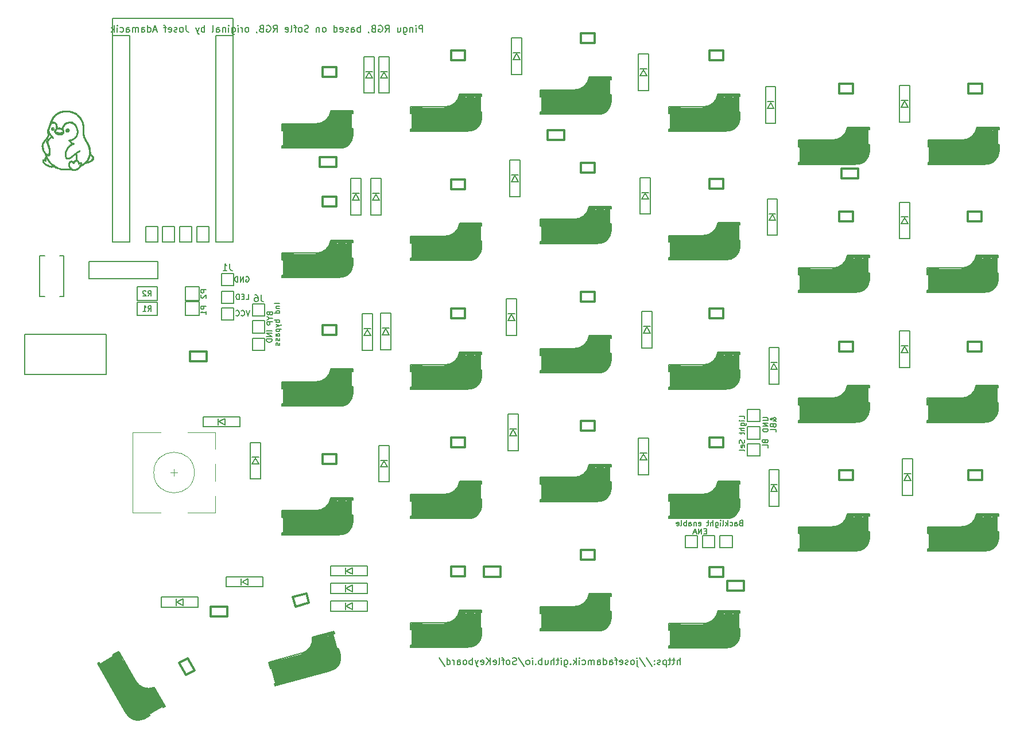
<source format=gbo>
G04 #@! TF.GenerationSoftware,KiCad,Pcbnew,(5.1.10-1-10_14)*
G04 #@! TF.CreationDate,2021-06-06T18:52:18-07:00*
G04 #@! TF.ProjectId,Soflyria,536f666c-7972-4696-912e-6b696361645f,rev?*
G04 #@! TF.SameCoordinates,Original*
G04 #@! TF.FileFunction,Legend,Bot*
G04 #@! TF.FilePolarity,Positive*
%FSLAX46Y46*%
G04 Gerber Fmt 4.6, Leading zero omitted, Abs format (unit mm)*
G04 Created by KiCad (PCBNEW (5.1.10-1-10_14)) date 2021-06-06 18:52:18*
%MOMM*%
%LPD*%
G01*
G04 APERTURE LIST*
%ADD10C,0.150000*%
%ADD11C,0.200000*%
%ADD12C,0.010000*%
%ADD13C,0.300000*%
%ADD14C,3.500000*%
%ADD15C,0.500000*%
%ADD16C,0.400000*%
%ADD17C,1.000000*%
%ADD18C,3.000000*%
%ADD19C,0.800000*%
%ADD20C,0.120000*%
G04 APERTURE END LIST*
D10*
X188771904Y-96989047D02*
X188771904Y-96950952D01*
X188733809Y-96874761D01*
X188619523Y-96760476D01*
X188390952Y-96570000D01*
X188276666Y-96493809D01*
X188162380Y-96455714D01*
X188086190Y-96455714D01*
X188010000Y-96493809D01*
X187971904Y-96570000D01*
X187971904Y-96608095D01*
X188010000Y-96684285D01*
X188086190Y-96722380D01*
X188124285Y-96722380D01*
X188200476Y-96684285D01*
X188238571Y-96646190D01*
X188390952Y-96417619D01*
X188429047Y-96379523D01*
X188505238Y-96341428D01*
X188619523Y-96341428D01*
X188695714Y-96379523D01*
X188733809Y-96417619D01*
X188771904Y-96493809D01*
X188771904Y-96608095D01*
X188733809Y-96684285D01*
X188695714Y-96722380D01*
X188543333Y-96836666D01*
X188429047Y-96874761D01*
X188352857Y-96874761D01*
X188352857Y-97598571D02*
X188390952Y-97712857D01*
X188429047Y-97750952D01*
X188505238Y-97789047D01*
X188619523Y-97789047D01*
X188695714Y-97750952D01*
X188733809Y-97712857D01*
X188771904Y-97636666D01*
X188771904Y-97331904D01*
X187971904Y-97331904D01*
X187971904Y-97598571D01*
X188010000Y-97674761D01*
X188048095Y-97712857D01*
X188124285Y-97750952D01*
X188200476Y-97750952D01*
X188276666Y-97712857D01*
X188314761Y-97674761D01*
X188352857Y-97598571D01*
X188352857Y-97331904D01*
X188771904Y-98512857D02*
X188771904Y-98131904D01*
X187971904Y-98131904D01*
X174632485Y-132854480D02*
X174632485Y-131854480D01*
X174203914Y-132854480D02*
X174203914Y-132330671D01*
X174251533Y-132235433D01*
X174346771Y-132187814D01*
X174489628Y-132187814D01*
X174584866Y-132235433D01*
X174632485Y-132283052D01*
X173870580Y-132187814D02*
X173489628Y-132187814D01*
X173727723Y-131854480D02*
X173727723Y-132711623D01*
X173680104Y-132806861D01*
X173584866Y-132854480D01*
X173489628Y-132854480D01*
X173299152Y-132187814D02*
X172918200Y-132187814D01*
X173156295Y-131854480D02*
X173156295Y-132711623D01*
X173108676Y-132806861D01*
X173013438Y-132854480D01*
X172918200Y-132854480D01*
X172584866Y-132187814D02*
X172584866Y-133187814D01*
X172584866Y-132235433D02*
X172489628Y-132187814D01*
X172299152Y-132187814D01*
X172203914Y-132235433D01*
X172156295Y-132283052D01*
X172108676Y-132378290D01*
X172108676Y-132664004D01*
X172156295Y-132759242D01*
X172203914Y-132806861D01*
X172299152Y-132854480D01*
X172489628Y-132854480D01*
X172584866Y-132806861D01*
X171727723Y-132806861D02*
X171632485Y-132854480D01*
X171442009Y-132854480D01*
X171346771Y-132806861D01*
X171299152Y-132711623D01*
X171299152Y-132664004D01*
X171346771Y-132568766D01*
X171442009Y-132521147D01*
X171584866Y-132521147D01*
X171680104Y-132473528D01*
X171727723Y-132378290D01*
X171727723Y-132330671D01*
X171680104Y-132235433D01*
X171584866Y-132187814D01*
X171442009Y-132187814D01*
X171346771Y-132235433D01*
X170870580Y-132759242D02*
X170822961Y-132806861D01*
X170870580Y-132854480D01*
X170918200Y-132806861D01*
X170870580Y-132759242D01*
X170870580Y-132854480D01*
X170870580Y-132235433D02*
X170822961Y-132283052D01*
X170870580Y-132330671D01*
X170918200Y-132283052D01*
X170870580Y-132235433D01*
X170870580Y-132330671D01*
X169680104Y-131806861D02*
X170537247Y-133092576D01*
X168632485Y-131806861D02*
X169489628Y-133092576D01*
X168299152Y-132187814D02*
X168299152Y-133044957D01*
X168346771Y-133140195D01*
X168442009Y-133187814D01*
X168489628Y-133187814D01*
X168299152Y-131854480D02*
X168346771Y-131902100D01*
X168299152Y-131949719D01*
X168251533Y-131902100D01*
X168299152Y-131854480D01*
X168299152Y-131949719D01*
X167680104Y-132854480D02*
X167775342Y-132806861D01*
X167822961Y-132759242D01*
X167870580Y-132664004D01*
X167870580Y-132378290D01*
X167822961Y-132283052D01*
X167775342Y-132235433D01*
X167680104Y-132187814D01*
X167537247Y-132187814D01*
X167442009Y-132235433D01*
X167394390Y-132283052D01*
X167346771Y-132378290D01*
X167346771Y-132664004D01*
X167394390Y-132759242D01*
X167442009Y-132806861D01*
X167537247Y-132854480D01*
X167680104Y-132854480D01*
X166965819Y-132806861D02*
X166870580Y-132854480D01*
X166680104Y-132854480D01*
X166584866Y-132806861D01*
X166537247Y-132711623D01*
X166537247Y-132664004D01*
X166584866Y-132568766D01*
X166680104Y-132521147D01*
X166822961Y-132521147D01*
X166918200Y-132473528D01*
X166965819Y-132378290D01*
X166965819Y-132330671D01*
X166918200Y-132235433D01*
X166822961Y-132187814D01*
X166680104Y-132187814D01*
X166584866Y-132235433D01*
X165727723Y-132806861D02*
X165822961Y-132854480D01*
X166013438Y-132854480D01*
X166108676Y-132806861D01*
X166156295Y-132711623D01*
X166156295Y-132330671D01*
X166108676Y-132235433D01*
X166013438Y-132187814D01*
X165822961Y-132187814D01*
X165727723Y-132235433D01*
X165680104Y-132330671D01*
X165680104Y-132425909D01*
X166156295Y-132521147D01*
X165394390Y-132187814D02*
X165013438Y-132187814D01*
X165251533Y-132854480D02*
X165251533Y-131997338D01*
X165203914Y-131902100D01*
X165108676Y-131854480D01*
X165013438Y-131854480D01*
X164251533Y-132854480D02*
X164251533Y-132330671D01*
X164299152Y-132235433D01*
X164394390Y-132187814D01*
X164584866Y-132187814D01*
X164680104Y-132235433D01*
X164251533Y-132806861D02*
X164346771Y-132854480D01*
X164584866Y-132854480D01*
X164680104Y-132806861D01*
X164727723Y-132711623D01*
X164727723Y-132616385D01*
X164680104Y-132521147D01*
X164584866Y-132473528D01*
X164346771Y-132473528D01*
X164251533Y-132425909D01*
X163346771Y-132854480D02*
X163346771Y-131854480D01*
X163346771Y-132806861D02*
X163442009Y-132854480D01*
X163632485Y-132854480D01*
X163727723Y-132806861D01*
X163775342Y-132759242D01*
X163822961Y-132664004D01*
X163822961Y-132378290D01*
X163775342Y-132283052D01*
X163727723Y-132235433D01*
X163632485Y-132187814D01*
X163442009Y-132187814D01*
X163346771Y-132235433D01*
X162442009Y-132854480D02*
X162442009Y-132330671D01*
X162489628Y-132235433D01*
X162584866Y-132187814D01*
X162775342Y-132187814D01*
X162870580Y-132235433D01*
X162442009Y-132806861D02*
X162537247Y-132854480D01*
X162775342Y-132854480D01*
X162870580Y-132806861D01*
X162918200Y-132711623D01*
X162918200Y-132616385D01*
X162870580Y-132521147D01*
X162775342Y-132473528D01*
X162537247Y-132473528D01*
X162442009Y-132425909D01*
X161965819Y-132854480D02*
X161965819Y-132187814D01*
X161965819Y-132283052D02*
X161918200Y-132235433D01*
X161822961Y-132187814D01*
X161680104Y-132187814D01*
X161584866Y-132235433D01*
X161537247Y-132330671D01*
X161537247Y-132854480D01*
X161537247Y-132330671D02*
X161489628Y-132235433D01*
X161394390Y-132187814D01*
X161251533Y-132187814D01*
X161156295Y-132235433D01*
X161108676Y-132330671D01*
X161108676Y-132854480D01*
X160203914Y-132806861D02*
X160299152Y-132854480D01*
X160489628Y-132854480D01*
X160584866Y-132806861D01*
X160632485Y-132759242D01*
X160680104Y-132664004D01*
X160680104Y-132378290D01*
X160632485Y-132283052D01*
X160584866Y-132235433D01*
X160489628Y-132187814D01*
X160299152Y-132187814D01*
X160203914Y-132235433D01*
X159775342Y-132854480D02*
X159775342Y-132187814D01*
X159775342Y-131854480D02*
X159822961Y-131902100D01*
X159775342Y-131949719D01*
X159727723Y-131902100D01*
X159775342Y-131854480D01*
X159775342Y-131949719D01*
X159299152Y-132854480D02*
X159299152Y-131854480D01*
X159203914Y-132473528D02*
X158918200Y-132854480D01*
X158918200Y-132187814D02*
X159299152Y-132568766D01*
X158489628Y-132759242D02*
X158442009Y-132806861D01*
X158489628Y-132854480D01*
X158537247Y-132806861D01*
X158489628Y-132759242D01*
X158489628Y-132854480D01*
X157584866Y-132187814D02*
X157584866Y-132997338D01*
X157632485Y-133092576D01*
X157680104Y-133140195D01*
X157775342Y-133187814D01*
X157918200Y-133187814D01*
X158013438Y-133140195D01*
X157584866Y-132806861D02*
X157680104Y-132854480D01*
X157870580Y-132854480D01*
X157965819Y-132806861D01*
X158013438Y-132759242D01*
X158061057Y-132664004D01*
X158061057Y-132378290D01*
X158013438Y-132283052D01*
X157965819Y-132235433D01*
X157870580Y-132187814D01*
X157680104Y-132187814D01*
X157584866Y-132235433D01*
X157108676Y-132854480D02*
X157108676Y-132187814D01*
X157108676Y-131854480D02*
X157156295Y-131902100D01*
X157108676Y-131949719D01*
X157061057Y-131902100D01*
X157108676Y-131854480D01*
X157108676Y-131949719D01*
X156775342Y-132187814D02*
X156394390Y-132187814D01*
X156632485Y-131854480D02*
X156632485Y-132711623D01*
X156584866Y-132806861D01*
X156489628Y-132854480D01*
X156394390Y-132854480D01*
X156061057Y-132854480D02*
X156061057Y-131854480D01*
X155632485Y-132854480D02*
X155632485Y-132330671D01*
X155680104Y-132235433D01*
X155775342Y-132187814D01*
X155918200Y-132187814D01*
X156013438Y-132235433D01*
X156061057Y-132283052D01*
X154727723Y-132187814D02*
X154727723Y-132854480D01*
X155156295Y-132187814D02*
X155156295Y-132711623D01*
X155108676Y-132806861D01*
X155013438Y-132854480D01*
X154870580Y-132854480D01*
X154775342Y-132806861D01*
X154727723Y-132759242D01*
X154251533Y-132854480D02*
X154251533Y-131854480D01*
X154251533Y-132235433D02*
X154156295Y-132187814D01*
X153965819Y-132187814D01*
X153870580Y-132235433D01*
X153822961Y-132283052D01*
X153775342Y-132378290D01*
X153775342Y-132664004D01*
X153822961Y-132759242D01*
X153870580Y-132806861D01*
X153965819Y-132854480D01*
X154156295Y-132854480D01*
X154251533Y-132806861D01*
X153346771Y-132759242D02*
X153299152Y-132806861D01*
X153346771Y-132854480D01*
X153394390Y-132806861D01*
X153346771Y-132759242D01*
X153346771Y-132854480D01*
X152870580Y-132854480D02*
X152870580Y-132187814D01*
X152870580Y-131854480D02*
X152918200Y-131902100D01*
X152870580Y-131949719D01*
X152822961Y-131902100D01*
X152870580Y-131854480D01*
X152870580Y-131949719D01*
X152251533Y-132854480D02*
X152346771Y-132806861D01*
X152394390Y-132759242D01*
X152442009Y-132664004D01*
X152442009Y-132378290D01*
X152394390Y-132283052D01*
X152346771Y-132235433D01*
X152251533Y-132187814D01*
X152108676Y-132187814D01*
X152013438Y-132235433D01*
X151965819Y-132283052D01*
X151918200Y-132378290D01*
X151918200Y-132664004D01*
X151965819Y-132759242D01*
X152013438Y-132806861D01*
X152108676Y-132854480D01*
X152251533Y-132854480D01*
X150775342Y-131806861D02*
X151632485Y-133092576D01*
X150489628Y-132806861D02*
X150346771Y-132854480D01*
X150108676Y-132854480D01*
X150013438Y-132806861D01*
X149965819Y-132759242D01*
X149918200Y-132664004D01*
X149918200Y-132568766D01*
X149965819Y-132473528D01*
X150013438Y-132425909D01*
X150108676Y-132378290D01*
X150299152Y-132330671D01*
X150394390Y-132283052D01*
X150442009Y-132235433D01*
X150489628Y-132140195D01*
X150489628Y-132044957D01*
X150442009Y-131949719D01*
X150394390Y-131902100D01*
X150299152Y-131854480D01*
X150061057Y-131854480D01*
X149918200Y-131902100D01*
X149346771Y-132854480D02*
X149442009Y-132806861D01*
X149489628Y-132759242D01*
X149537247Y-132664004D01*
X149537247Y-132378290D01*
X149489628Y-132283052D01*
X149442009Y-132235433D01*
X149346771Y-132187814D01*
X149203914Y-132187814D01*
X149108676Y-132235433D01*
X149061057Y-132283052D01*
X149013438Y-132378290D01*
X149013438Y-132664004D01*
X149061057Y-132759242D01*
X149108676Y-132806861D01*
X149203914Y-132854480D01*
X149346771Y-132854480D01*
X148727723Y-132187814D02*
X148346771Y-132187814D01*
X148584866Y-132854480D02*
X148584866Y-131997338D01*
X148537247Y-131902100D01*
X148442009Y-131854480D01*
X148346771Y-131854480D01*
X147870580Y-132854480D02*
X147965819Y-132806861D01*
X148013438Y-132711623D01*
X148013438Y-131854480D01*
X147108676Y-132806861D02*
X147203914Y-132854480D01*
X147394390Y-132854480D01*
X147489628Y-132806861D01*
X147537247Y-132711623D01*
X147537247Y-132330671D01*
X147489628Y-132235433D01*
X147394390Y-132187814D01*
X147203914Y-132187814D01*
X147108676Y-132235433D01*
X147061057Y-132330671D01*
X147061057Y-132425909D01*
X147537247Y-132521147D01*
X146632485Y-132854480D02*
X146632485Y-131854480D01*
X146061057Y-132854480D02*
X146489628Y-132283052D01*
X146061057Y-131854480D02*
X146632485Y-132425909D01*
X145251533Y-132806861D02*
X145346771Y-132854480D01*
X145537247Y-132854480D01*
X145632485Y-132806861D01*
X145680104Y-132711623D01*
X145680104Y-132330671D01*
X145632485Y-132235433D01*
X145537247Y-132187814D01*
X145346771Y-132187814D01*
X145251533Y-132235433D01*
X145203914Y-132330671D01*
X145203914Y-132425909D01*
X145680104Y-132521147D01*
X144870580Y-132187814D02*
X144632485Y-132854480D01*
X144394390Y-132187814D02*
X144632485Y-132854480D01*
X144727723Y-133092576D01*
X144775342Y-133140195D01*
X144870580Y-133187814D01*
X144013438Y-132854480D02*
X144013438Y-131854480D01*
X144013438Y-132235433D02*
X143918200Y-132187814D01*
X143727723Y-132187814D01*
X143632485Y-132235433D01*
X143584866Y-132283052D01*
X143537247Y-132378290D01*
X143537247Y-132664004D01*
X143584866Y-132759242D01*
X143632485Y-132806861D01*
X143727723Y-132854480D01*
X143918200Y-132854480D01*
X144013438Y-132806861D01*
X142965819Y-132854480D02*
X143061057Y-132806861D01*
X143108676Y-132759242D01*
X143156295Y-132664004D01*
X143156295Y-132378290D01*
X143108676Y-132283052D01*
X143061057Y-132235433D01*
X142965819Y-132187814D01*
X142822961Y-132187814D01*
X142727723Y-132235433D01*
X142680104Y-132283052D01*
X142632485Y-132378290D01*
X142632485Y-132664004D01*
X142680104Y-132759242D01*
X142727723Y-132806861D01*
X142822961Y-132854480D01*
X142965819Y-132854480D01*
X141775342Y-132854480D02*
X141775342Y-132330671D01*
X141822961Y-132235433D01*
X141918200Y-132187814D01*
X142108676Y-132187814D01*
X142203914Y-132235433D01*
X141775342Y-132806861D02*
X141870580Y-132854480D01*
X142108676Y-132854480D01*
X142203914Y-132806861D01*
X142251533Y-132711623D01*
X142251533Y-132616385D01*
X142203914Y-132521147D01*
X142108676Y-132473528D01*
X141870580Y-132473528D01*
X141775342Y-132425909D01*
X141299152Y-132854480D02*
X141299152Y-132187814D01*
X141299152Y-132378290D02*
X141251533Y-132283052D01*
X141203914Y-132235433D01*
X141108676Y-132187814D01*
X141013438Y-132187814D01*
X140251533Y-132854480D02*
X140251533Y-131854480D01*
X140251533Y-132806861D02*
X140346771Y-132854480D01*
X140537247Y-132854480D01*
X140632485Y-132806861D01*
X140680104Y-132759242D01*
X140727723Y-132664004D01*
X140727723Y-132378290D01*
X140680104Y-132283052D01*
X140632485Y-132235433D01*
X140537247Y-132187814D01*
X140346771Y-132187814D01*
X140251533Y-132235433D01*
X139061057Y-131806861D02*
X139918200Y-133092576D01*
D11*
X136678571Y-39452380D02*
X136678571Y-38452380D01*
X136297619Y-38452380D01*
X136202380Y-38500000D01*
X136154761Y-38547619D01*
X136107142Y-38642857D01*
X136107142Y-38785714D01*
X136154761Y-38880952D01*
X136202380Y-38928571D01*
X136297619Y-38976190D01*
X136678571Y-38976190D01*
X135678571Y-39452380D02*
X135678571Y-38785714D01*
X135678571Y-38452380D02*
X135726190Y-38500000D01*
X135678571Y-38547619D01*
X135630952Y-38500000D01*
X135678571Y-38452380D01*
X135678571Y-38547619D01*
X135202380Y-38785714D02*
X135202380Y-39452380D01*
X135202380Y-38880952D02*
X135154761Y-38833333D01*
X135059523Y-38785714D01*
X134916666Y-38785714D01*
X134821428Y-38833333D01*
X134773809Y-38928571D01*
X134773809Y-39452380D01*
X133869047Y-38785714D02*
X133869047Y-39595238D01*
X133916666Y-39690476D01*
X133964285Y-39738095D01*
X134059523Y-39785714D01*
X134202380Y-39785714D01*
X134297619Y-39738095D01*
X133869047Y-39404761D02*
X133964285Y-39452380D01*
X134154761Y-39452380D01*
X134250000Y-39404761D01*
X134297619Y-39357142D01*
X134345238Y-39261904D01*
X134345238Y-38976190D01*
X134297619Y-38880952D01*
X134250000Y-38833333D01*
X134154761Y-38785714D01*
X133964285Y-38785714D01*
X133869047Y-38833333D01*
X132964285Y-38785714D02*
X132964285Y-39452380D01*
X133392857Y-38785714D02*
X133392857Y-39309523D01*
X133345238Y-39404761D01*
X133250000Y-39452380D01*
X133107142Y-39452380D01*
X133011904Y-39404761D01*
X132964285Y-39357142D01*
X131154761Y-39452380D02*
X131488095Y-38976190D01*
X131726190Y-39452380D02*
X131726190Y-38452380D01*
X131345238Y-38452380D01*
X131250000Y-38500000D01*
X131202380Y-38547619D01*
X131154761Y-38642857D01*
X131154761Y-38785714D01*
X131202380Y-38880952D01*
X131250000Y-38928571D01*
X131345238Y-38976190D01*
X131726190Y-38976190D01*
X130202380Y-38500000D02*
X130297619Y-38452380D01*
X130440476Y-38452380D01*
X130583333Y-38500000D01*
X130678571Y-38595238D01*
X130726190Y-38690476D01*
X130773809Y-38880952D01*
X130773809Y-39023809D01*
X130726190Y-39214285D01*
X130678571Y-39309523D01*
X130583333Y-39404761D01*
X130440476Y-39452380D01*
X130345238Y-39452380D01*
X130202380Y-39404761D01*
X130154761Y-39357142D01*
X130154761Y-39023809D01*
X130345238Y-39023809D01*
X129392857Y-38928571D02*
X129250000Y-38976190D01*
X129202380Y-39023809D01*
X129154761Y-39119047D01*
X129154761Y-39261904D01*
X129202380Y-39357142D01*
X129250000Y-39404761D01*
X129345238Y-39452380D01*
X129726190Y-39452380D01*
X129726190Y-38452380D01*
X129392857Y-38452380D01*
X129297619Y-38500000D01*
X129250000Y-38547619D01*
X129202380Y-38642857D01*
X129202380Y-38738095D01*
X129250000Y-38833333D01*
X129297619Y-38880952D01*
X129392857Y-38928571D01*
X129726190Y-38928571D01*
X128678571Y-39404761D02*
X128678571Y-39452380D01*
X128726190Y-39547619D01*
X128773809Y-39595238D01*
X127488095Y-39452380D02*
X127488095Y-38452380D01*
X127488095Y-38833333D02*
X127392857Y-38785714D01*
X127202380Y-38785714D01*
X127107142Y-38833333D01*
X127059523Y-38880952D01*
X127011904Y-38976190D01*
X127011904Y-39261904D01*
X127059523Y-39357142D01*
X127107142Y-39404761D01*
X127202380Y-39452380D01*
X127392857Y-39452380D01*
X127488095Y-39404761D01*
X126154761Y-39452380D02*
X126154761Y-38928571D01*
X126202380Y-38833333D01*
X126297619Y-38785714D01*
X126488095Y-38785714D01*
X126583333Y-38833333D01*
X126154761Y-39404761D02*
X126250000Y-39452380D01*
X126488095Y-39452380D01*
X126583333Y-39404761D01*
X126630952Y-39309523D01*
X126630952Y-39214285D01*
X126583333Y-39119047D01*
X126488095Y-39071428D01*
X126250000Y-39071428D01*
X126154761Y-39023809D01*
X125726190Y-39404761D02*
X125630952Y-39452380D01*
X125440476Y-39452380D01*
X125345238Y-39404761D01*
X125297619Y-39309523D01*
X125297619Y-39261904D01*
X125345238Y-39166666D01*
X125440476Y-39119047D01*
X125583333Y-39119047D01*
X125678571Y-39071428D01*
X125726190Y-38976190D01*
X125726190Y-38928571D01*
X125678571Y-38833333D01*
X125583333Y-38785714D01*
X125440476Y-38785714D01*
X125345238Y-38833333D01*
X124488095Y-39404761D02*
X124583333Y-39452380D01*
X124773809Y-39452380D01*
X124869047Y-39404761D01*
X124916666Y-39309523D01*
X124916666Y-38928571D01*
X124869047Y-38833333D01*
X124773809Y-38785714D01*
X124583333Y-38785714D01*
X124488095Y-38833333D01*
X124440476Y-38928571D01*
X124440476Y-39023809D01*
X124916666Y-39119047D01*
X123583333Y-39452380D02*
X123583333Y-38452380D01*
X123583333Y-39404761D02*
X123678571Y-39452380D01*
X123869047Y-39452380D01*
X123964285Y-39404761D01*
X124011904Y-39357142D01*
X124059523Y-39261904D01*
X124059523Y-38976190D01*
X124011904Y-38880952D01*
X123964285Y-38833333D01*
X123869047Y-38785714D01*
X123678571Y-38785714D01*
X123583333Y-38833333D01*
X122202380Y-39452380D02*
X122297619Y-39404761D01*
X122345238Y-39357142D01*
X122392857Y-39261904D01*
X122392857Y-38976190D01*
X122345238Y-38880952D01*
X122297619Y-38833333D01*
X122202380Y-38785714D01*
X122059523Y-38785714D01*
X121964285Y-38833333D01*
X121916666Y-38880952D01*
X121869047Y-38976190D01*
X121869047Y-39261904D01*
X121916666Y-39357142D01*
X121964285Y-39404761D01*
X122059523Y-39452380D01*
X122202380Y-39452380D01*
X121440476Y-38785714D02*
X121440476Y-39452380D01*
X121440476Y-38880952D02*
X121392857Y-38833333D01*
X121297619Y-38785714D01*
X121154761Y-38785714D01*
X121059523Y-38833333D01*
X121011904Y-38928571D01*
X121011904Y-39452380D01*
X119821428Y-39404761D02*
X119678571Y-39452380D01*
X119440476Y-39452380D01*
X119345238Y-39404761D01*
X119297619Y-39357142D01*
X119250000Y-39261904D01*
X119250000Y-39166666D01*
X119297619Y-39071428D01*
X119345238Y-39023809D01*
X119440476Y-38976190D01*
X119630952Y-38928571D01*
X119726190Y-38880952D01*
X119773809Y-38833333D01*
X119821428Y-38738095D01*
X119821428Y-38642857D01*
X119773809Y-38547619D01*
X119726190Y-38500000D01*
X119630952Y-38452380D01*
X119392857Y-38452380D01*
X119250000Y-38500000D01*
X118678571Y-39452380D02*
X118773809Y-39404761D01*
X118821428Y-39357142D01*
X118869047Y-39261904D01*
X118869047Y-38976190D01*
X118821428Y-38880952D01*
X118773809Y-38833333D01*
X118678571Y-38785714D01*
X118535714Y-38785714D01*
X118440476Y-38833333D01*
X118392857Y-38880952D01*
X118345238Y-38976190D01*
X118345238Y-39261904D01*
X118392857Y-39357142D01*
X118440476Y-39404761D01*
X118535714Y-39452380D01*
X118678571Y-39452380D01*
X118059523Y-38785714D02*
X117678571Y-38785714D01*
X117916666Y-39452380D02*
X117916666Y-38595238D01*
X117869047Y-38500000D01*
X117773809Y-38452380D01*
X117678571Y-38452380D01*
X117202380Y-39452380D02*
X117297619Y-39404761D01*
X117345238Y-39309523D01*
X117345238Y-38452380D01*
X116440476Y-39404761D02*
X116535714Y-39452380D01*
X116726190Y-39452380D01*
X116821428Y-39404761D01*
X116869047Y-39309523D01*
X116869047Y-38928571D01*
X116821428Y-38833333D01*
X116726190Y-38785714D01*
X116535714Y-38785714D01*
X116440476Y-38833333D01*
X116392857Y-38928571D01*
X116392857Y-39023809D01*
X116869047Y-39119047D01*
X114630952Y-39452380D02*
X114964285Y-38976190D01*
X115202380Y-39452380D02*
X115202380Y-38452380D01*
X114821428Y-38452380D01*
X114726190Y-38500000D01*
X114678571Y-38547619D01*
X114630952Y-38642857D01*
X114630952Y-38785714D01*
X114678571Y-38880952D01*
X114726190Y-38928571D01*
X114821428Y-38976190D01*
X115202380Y-38976190D01*
X113678571Y-38500000D02*
X113773809Y-38452380D01*
X113916666Y-38452380D01*
X114059523Y-38500000D01*
X114154761Y-38595238D01*
X114202380Y-38690476D01*
X114250000Y-38880952D01*
X114250000Y-39023809D01*
X114202380Y-39214285D01*
X114154761Y-39309523D01*
X114059523Y-39404761D01*
X113916666Y-39452380D01*
X113821428Y-39452380D01*
X113678571Y-39404761D01*
X113630952Y-39357142D01*
X113630952Y-39023809D01*
X113821428Y-39023809D01*
X112869047Y-38928571D02*
X112726190Y-38976190D01*
X112678571Y-39023809D01*
X112630952Y-39119047D01*
X112630952Y-39261904D01*
X112678571Y-39357142D01*
X112726190Y-39404761D01*
X112821428Y-39452380D01*
X113202380Y-39452380D01*
X113202380Y-38452380D01*
X112869047Y-38452380D01*
X112773809Y-38500000D01*
X112726190Y-38547619D01*
X112678571Y-38642857D01*
X112678571Y-38738095D01*
X112726190Y-38833333D01*
X112773809Y-38880952D01*
X112869047Y-38928571D01*
X113202380Y-38928571D01*
X112154761Y-39404761D02*
X112154761Y-39452380D01*
X112202380Y-39547619D01*
X112250000Y-39595238D01*
X110821428Y-39452380D02*
X110916666Y-39404761D01*
X110964285Y-39357142D01*
X111011904Y-39261904D01*
X111011904Y-38976190D01*
X110964285Y-38880952D01*
X110916666Y-38833333D01*
X110821428Y-38785714D01*
X110678571Y-38785714D01*
X110583333Y-38833333D01*
X110535714Y-38880952D01*
X110488095Y-38976190D01*
X110488095Y-39261904D01*
X110535714Y-39357142D01*
X110583333Y-39404761D01*
X110678571Y-39452380D01*
X110821428Y-39452380D01*
X110059523Y-39452380D02*
X110059523Y-38785714D01*
X110059523Y-38976190D02*
X110011904Y-38880952D01*
X109964285Y-38833333D01*
X109869047Y-38785714D01*
X109773809Y-38785714D01*
X109440476Y-39452380D02*
X109440476Y-38785714D01*
X109440476Y-38452380D02*
X109488095Y-38500000D01*
X109440476Y-38547619D01*
X109392857Y-38500000D01*
X109440476Y-38452380D01*
X109440476Y-38547619D01*
X108535714Y-38785714D02*
X108535714Y-39595238D01*
X108583333Y-39690476D01*
X108630952Y-39738095D01*
X108726190Y-39785714D01*
X108869047Y-39785714D01*
X108964285Y-39738095D01*
X108535714Y-39404761D02*
X108630952Y-39452380D01*
X108821428Y-39452380D01*
X108916666Y-39404761D01*
X108964285Y-39357142D01*
X109011904Y-39261904D01*
X109011904Y-38976190D01*
X108964285Y-38880952D01*
X108916666Y-38833333D01*
X108821428Y-38785714D01*
X108630952Y-38785714D01*
X108535714Y-38833333D01*
X108059523Y-39452380D02*
X108059523Y-38785714D01*
X108059523Y-38452380D02*
X108107142Y-38500000D01*
X108059523Y-38547619D01*
X108011904Y-38500000D01*
X108059523Y-38452380D01*
X108059523Y-38547619D01*
X107583333Y-38785714D02*
X107583333Y-39452380D01*
X107583333Y-38880952D02*
X107535714Y-38833333D01*
X107440476Y-38785714D01*
X107297619Y-38785714D01*
X107202380Y-38833333D01*
X107154761Y-38928571D01*
X107154761Y-39452380D01*
X106250000Y-39452380D02*
X106250000Y-38928571D01*
X106297619Y-38833333D01*
X106392857Y-38785714D01*
X106583333Y-38785714D01*
X106678571Y-38833333D01*
X106250000Y-39404761D02*
X106345238Y-39452380D01*
X106583333Y-39452380D01*
X106678571Y-39404761D01*
X106726190Y-39309523D01*
X106726190Y-39214285D01*
X106678571Y-39119047D01*
X106583333Y-39071428D01*
X106345238Y-39071428D01*
X106250000Y-39023809D01*
X105630952Y-39452380D02*
X105726190Y-39404761D01*
X105773809Y-39309523D01*
X105773809Y-38452380D01*
X104488095Y-39452380D02*
X104488095Y-38452380D01*
X104488095Y-38833333D02*
X104392857Y-38785714D01*
X104202380Y-38785714D01*
X104107142Y-38833333D01*
X104059523Y-38880952D01*
X104011904Y-38976190D01*
X104011904Y-39261904D01*
X104059523Y-39357142D01*
X104107142Y-39404761D01*
X104202380Y-39452380D01*
X104392857Y-39452380D01*
X104488095Y-39404761D01*
X103678571Y-38785714D02*
X103440476Y-39452380D01*
X103202380Y-38785714D02*
X103440476Y-39452380D01*
X103535714Y-39690476D01*
X103583333Y-39738095D01*
X103678571Y-39785714D01*
X101773809Y-38452380D02*
X101773809Y-39166666D01*
X101821428Y-39309523D01*
X101916666Y-39404761D01*
X102059523Y-39452380D01*
X102154761Y-39452380D01*
X101154761Y-39452380D02*
X101250000Y-39404761D01*
X101297619Y-39357142D01*
X101345238Y-39261904D01*
X101345238Y-38976190D01*
X101297619Y-38880952D01*
X101250000Y-38833333D01*
X101154761Y-38785714D01*
X101011904Y-38785714D01*
X100916666Y-38833333D01*
X100869047Y-38880952D01*
X100821428Y-38976190D01*
X100821428Y-39261904D01*
X100869047Y-39357142D01*
X100916666Y-39404761D01*
X101011904Y-39452380D01*
X101154761Y-39452380D01*
X100440476Y-39404761D02*
X100345238Y-39452380D01*
X100154761Y-39452380D01*
X100059523Y-39404761D01*
X100011904Y-39309523D01*
X100011904Y-39261904D01*
X100059523Y-39166666D01*
X100154761Y-39119047D01*
X100297619Y-39119047D01*
X100392857Y-39071428D01*
X100440476Y-38976190D01*
X100440476Y-38928571D01*
X100392857Y-38833333D01*
X100297619Y-38785714D01*
X100154761Y-38785714D01*
X100059523Y-38833333D01*
X99202380Y-39404761D02*
X99297619Y-39452380D01*
X99488095Y-39452380D01*
X99583333Y-39404761D01*
X99630952Y-39309523D01*
X99630952Y-38928571D01*
X99583333Y-38833333D01*
X99488095Y-38785714D01*
X99297619Y-38785714D01*
X99202380Y-38833333D01*
X99154761Y-38928571D01*
X99154761Y-39023809D01*
X99630952Y-39119047D01*
X98869047Y-38785714D02*
X98488095Y-38785714D01*
X98726190Y-39452380D02*
X98726190Y-38595238D01*
X98678571Y-38500000D01*
X98583333Y-38452380D01*
X98488095Y-38452380D01*
X97440476Y-39166666D02*
X96964285Y-39166666D01*
X97535714Y-39452380D02*
X97202380Y-38452380D01*
X96869047Y-39452380D01*
X96107142Y-39452380D02*
X96107142Y-38452380D01*
X96107142Y-39404761D02*
X96202380Y-39452380D01*
X96392857Y-39452380D01*
X96488095Y-39404761D01*
X96535714Y-39357142D01*
X96583333Y-39261904D01*
X96583333Y-38976190D01*
X96535714Y-38880952D01*
X96488095Y-38833333D01*
X96392857Y-38785714D01*
X96202380Y-38785714D01*
X96107142Y-38833333D01*
X95202380Y-39452380D02*
X95202380Y-38928571D01*
X95250000Y-38833333D01*
X95345238Y-38785714D01*
X95535714Y-38785714D01*
X95630952Y-38833333D01*
X95202380Y-39404761D02*
X95297619Y-39452380D01*
X95535714Y-39452380D01*
X95630952Y-39404761D01*
X95678571Y-39309523D01*
X95678571Y-39214285D01*
X95630952Y-39119047D01*
X95535714Y-39071428D01*
X95297619Y-39071428D01*
X95202380Y-39023809D01*
X94726190Y-39452380D02*
X94726190Y-38785714D01*
X94726190Y-38880952D02*
X94678571Y-38833333D01*
X94583333Y-38785714D01*
X94440476Y-38785714D01*
X94345238Y-38833333D01*
X94297619Y-38928571D01*
X94297619Y-39452380D01*
X94297619Y-38928571D02*
X94250000Y-38833333D01*
X94154761Y-38785714D01*
X94011904Y-38785714D01*
X93916666Y-38833333D01*
X93869047Y-38928571D01*
X93869047Y-39452380D01*
X92964285Y-39452380D02*
X92964285Y-38928571D01*
X93011904Y-38833333D01*
X93107142Y-38785714D01*
X93297619Y-38785714D01*
X93392857Y-38833333D01*
X92964285Y-39404761D02*
X93059523Y-39452380D01*
X93297619Y-39452380D01*
X93392857Y-39404761D01*
X93440476Y-39309523D01*
X93440476Y-39214285D01*
X93392857Y-39119047D01*
X93297619Y-39071428D01*
X93059523Y-39071428D01*
X92964285Y-39023809D01*
X92059523Y-39404761D02*
X92154761Y-39452380D01*
X92345238Y-39452380D01*
X92440476Y-39404761D01*
X92488095Y-39357142D01*
X92535714Y-39261904D01*
X92535714Y-38976190D01*
X92488095Y-38880952D01*
X92440476Y-38833333D01*
X92345238Y-38785714D01*
X92154761Y-38785714D01*
X92059523Y-38833333D01*
X91630952Y-39452380D02*
X91630952Y-38785714D01*
X91630952Y-38452380D02*
X91678571Y-38500000D01*
X91630952Y-38547619D01*
X91583333Y-38500000D01*
X91630952Y-38452380D01*
X91630952Y-38547619D01*
X91154761Y-39452380D02*
X91154761Y-38452380D01*
X91059523Y-39071428D02*
X90773809Y-39452380D01*
X90773809Y-38785714D02*
X91154761Y-39166666D01*
D10*
X184151904Y-96566666D02*
X184151904Y-96185714D01*
X183351904Y-96185714D01*
X184151904Y-96833333D02*
X183618571Y-96833333D01*
X183351904Y-96833333D02*
X183390000Y-96795238D01*
X183428095Y-96833333D01*
X183390000Y-96871428D01*
X183351904Y-96833333D01*
X183428095Y-96833333D01*
X183618571Y-97557142D02*
X184266190Y-97557142D01*
X184342380Y-97519047D01*
X184380476Y-97480952D01*
X184418571Y-97404761D01*
X184418571Y-97290476D01*
X184380476Y-97214285D01*
X184113809Y-97557142D02*
X184151904Y-97480952D01*
X184151904Y-97328571D01*
X184113809Y-97252380D01*
X184075714Y-97214285D01*
X183999523Y-97176190D01*
X183770952Y-97176190D01*
X183694761Y-97214285D01*
X183656666Y-97252380D01*
X183618571Y-97328571D01*
X183618571Y-97480952D01*
X183656666Y-97557142D01*
X184151904Y-97938095D02*
X183351904Y-97938095D01*
X184151904Y-98280952D02*
X183732857Y-98280952D01*
X183656666Y-98242857D01*
X183618571Y-98166666D01*
X183618571Y-98052380D01*
X183656666Y-97976190D01*
X183694761Y-97938095D01*
X183618571Y-98547619D02*
X183618571Y-98852380D01*
X183351904Y-98661904D02*
X184037619Y-98661904D01*
X184113809Y-98700000D01*
X184151904Y-98776190D01*
X184151904Y-98852380D01*
X184113809Y-99690476D02*
X184151904Y-99804761D01*
X184151904Y-99995238D01*
X184113809Y-100071428D01*
X184075714Y-100109523D01*
X183999523Y-100147619D01*
X183923333Y-100147619D01*
X183847142Y-100109523D01*
X183809047Y-100071428D01*
X183770952Y-99995238D01*
X183732857Y-99842857D01*
X183694761Y-99766666D01*
X183656666Y-99728571D01*
X183580476Y-99690476D01*
X183504285Y-99690476D01*
X183428095Y-99728571D01*
X183390000Y-99766666D01*
X183351904Y-99842857D01*
X183351904Y-100033333D01*
X183390000Y-100147619D01*
X184113809Y-100795238D02*
X184151904Y-100719047D01*
X184151904Y-100566666D01*
X184113809Y-100490476D01*
X184037619Y-100452380D01*
X183732857Y-100452380D01*
X183656666Y-100490476D01*
X183618571Y-100566666D01*
X183618571Y-100719047D01*
X183656666Y-100795238D01*
X183732857Y-100833333D01*
X183809047Y-100833333D01*
X183885238Y-100452380D01*
X184151904Y-101290476D02*
X184113809Y-101214285D01*
X184037619Y-101176190D01*
X183351904Y-101176190D01*
X187152857Y-99903333D02*
X187190952Y-100017619D01*
X187229047Y-100055714D01*
X187305238Y-100093809D01*
X187419523Y-100093809D01*
X187495714Y-100055714D01*
X187533809Y-100017619D01*
X187571904Y-99941428D01*
X187571904Y-99636666D01*
X186771904Y-99636666D01*
X186771904Y-99903333D01*
X186810000Y-99979523D01*
X186848095Y-100017619D01*
X186924285Y-100055714D01*
X187000476Y-100055714D01*
X187076666Y-100017619D01*
X187114761Y-99979523D01*
X187152857Y-99903333D01*
X187152857Y-99636666D01*
X187571904Y-100817619D02*
X187571904Y-100436666D01*
X186771904Y-100436666D01*
X186831904Y-96372380D02*
X187479523Y-96372380D01*
X187555714Y-96410476D01*
X187593809Y-96448571D01*
X187631904Y-96524761D01*
X187631904Y-96677142D01*
X187593809Y-96753333D01*
X187555714Y-96791428D01*
X187479523Y-96829523D01*
X186831904Y-96829523D01*
X187631904Y-97210476D02*
X186831904Y-97210476D01*
X187631904Y-97667619D01*
X186831904Y-97667619D01*
X187631904Y-98048571D02*
X186831904Y-98048571D01*
X186831904Y-98239047D01*
X186870000Y-98353333D01*
X186946190Y-98429523D01*
X187022380Y-98467619D01*
X187174761Y-98505714D01*
X187289047Y-98505714D01*
X187441428Y-98467619D01*
X187517619Y-98429523D01*
X187593809Y-98353333D01*
X187631904Y-98239047D01*
X187631904Y-98048571D01*
X183609523Y-111942857D02*
X183495238Y-111980952D01*
X183457142Y-112019047D01*
X183419047Y-112095238D01*
X183419047Y-112209523D01*
X183457142Y-112285714D01*
X183495238Y-112323809D01*
X183571428Y-112361904D01*
X183876190Y-112361904D01*
X183876190Y-111561904D01*
X183609523Y-111561904D01*
X183533333Y-111600000D01*
X183495238Y-111638095D01*
X183457142Y-111714285D01*
X183457142Y-111790476D01*
X183495238Y-111866666D01*
X183533333Y-111904761D01*
X183609523Y-111942857D01*
X183876190Y-111942857D01*
X182733333Y-112361904D02*
X182733333Y-111942857D01*
X182771428Y-111866666D01*
X182847619Y-111828571D01*
X183000000Y-111828571D01*
X183076190Y-111866666D01*
X182733333Y-112323809D02*
X182809523Y-112361904D01*
X183000000Y-112361904D01*
X183076190Y-112323809D01*
X183114285Y-112247619D01*
X183114285Y-112171428D01*
X183076190Y-112095238D01*
X183000000Y-112057142D01*
X182809523Y-112057142D01*
X182733333Y-112019047D01*
X182009523Y-112323809D02*
X182085714Y-112361904D01*
X182238095Y-112361904D01*
X182314285Y-112323809D01*
X182352380Y-112285714D01*
X182390476Y-112209523D01*
X182390476Y-111980952D01*
X182352380Y-111904761D01*
X182314285Y-111866666D01*
X182238095Y-111828571D01*
X182085714Y-111828571D01*
X182009523Y-111866666D01*
X181666666Y-112361904D02*
X181666666Y-111561904D01*
X181590476Y-112057142D02*
X181361904Y-112361904D01*
X181361904Y-111828571D02*
X181666666Y-112133333D01*
X180904761Y-112361904D02*
X180980952Y-112323809D01*
X181019047Y-112247619D01*
X181019047Y-111561904D01*
X180600000Y-112361904D02*
X180600000Y-111828571D01*
X180600000Y-111561904D02*
X180638095Y-111600000D01*
X180600000Y-111638095D01*
X180561904Y-111600000D01*
X180600000Y-111561904D01*
X180600000Y-111638095D01*
X179876190Y-111828571D02*
X179876190Y-112476190D01*
X179914285Y-112552380D01*
X179952380Y-112590476D01*
X180028571Y-112628571D01*
X180142857Y-112628571D01*
X180219047Y-112590476D01*
X179876190Y-112323809D02*
X179952380Y-112361904D01*
X180104761Y-112361904D01*
X180180952Y-112323809D01*
X180219047Y-112285714D01*
X180257142Y-112209523D01*
X180257142Y-111980952D01*
X180219047Y-111904761D01*
X180180952Y-111866666D01*
X180104761Y-111828571D01*
X179952380Y-111828571D01*
X179876190Y-111866666D01*
X179495238Y-112361904D02*
X179495238Y-111561904D01*
X179152380Y-112361904D02*
X179152380Y-111942857D01*
X179190476Y-111866666D01*
X179266666Y-111828571D01*
X179380952Y-111828571D01*
X179457142Y-111866666D01*
X179495238Y-111904761D01*
X178885714Y-111828571D02*
X178580952Y-111828571D01*
X178771428Y-111561904D02*
X178771428Y-112247619D01*
X178733333Y-112323809D01*
X178657142Y-112361904D01*
X178580952Y-112361904D01*
X177400000Y-112323809D02*
X177476190Y-112361904D01*
X177628571Y-112361904D01*
X177704761Y-112323809D01*
X177742857Y-112247619D01*
X177742857Y-111942857D01*
X177704761Y-111866666D01*
X177628571Y-111828571D01*
X177476190Y-111828571D01*
X177400000Y-111866666D01*
X177361904Y-111942857D01*
X177361904Y-112019047D01*
X177742857Y-112095238D01*
X177019047Y-111828571D02*
X177019047Y-112361904D01*
X177019047Y-111904761D02*
X176980952Y-111866666D01*
X176904761Y-111828571D01*
X176790476Y-111828571D01*
X176714285Y-111866666D01*
X176676190Y-111942857D01*
X176676190Y-112361904D01*
X175952380Y-112361904D02*
X175952380Y-111942857D01*
X175990476Y-111866666D01*
X176066666Y-111828571D01*
X176219047Y-111828571D01*
X176295238Y-111866666D01*
X175952380Y-112323809D02*
X176028571Y-112361904D01*
X176219047Y-112361904D01*
X176295238Y-112323809D01*
X176333333Y-112247619D01*
X176333333Y-112171428D01*
X176295238Y-112095238D01*
X176219047Y-112057142D01*
X176028571Y-112057142D01*
X175952380Y-112019047D01*
X175571428Y-112361904D02*
X175571428Y-111561904D01*
X175571428Y-111866666D02*
X175495238Y-111828571D01*
X175342857Y-111828571D01*
X175266666Y-111866666D01*
X175228571Y-111904761D01*
X175190476Y-111980952D01*
X175190476Y-112209523D01*
X175228571Y-112285714D01*
X175266666Y-112323809D01*
X175342857Y-112361904D01*
X175495238Y-112361904D01*
X175571428Y-112323809D01*
X174733333Y-112361904D02*
X174809523Y-112323809D01*
X174847619Y-112247619D01*
X174847619Y-111561904D01*
X174123809Y-112323809D02*
X174200000Y-112361904D01*
X174352380Y-112361904D01*
X174428571Y-112323809D01*
X174466666Y-112247619D01*
X174466666Y-111942857D01*
X174428571Y-111866666D01*
X174352380Y-111828571D01*
X174200000Y-111828571D01*
X174123809Y-111866666D01*
X174085714Y-111942857D01*
X174085714Y-112019047D01*
X174466666Y-112095238D01*
X178533333Y-113142857D02*
X178266666Y-113142857D01*
X178152380Y-113561904D02*
X178533333Y-113561904D01*
X178533333Y-112761904D01*
X178152380Y-112761904D01*
X177809523Y-113561904D02*
X177809523Y-112761904D01*
X177352380Y-113561904D01*
X177352380Y-112761904D01*
X177009523Y-113333333D02*
X176628571Y-113333333D01*
X177085714Y-113561904D02*
X176819047Y-112761904D01*
X176552380Y-113561904D01*
X114431904Y-83580952D02*
X113631904Y-83580952D01*
X114431904Y-83961904D02*
X113631904Y-83961904D01*
X114431904Y-84419047D01*
X113631904Y-84419047D01*
X114431904Y-84800000D02*
X113631904Y-84800000D01*
X113631904Y-84990476D01*
X113670000Y-85104761D01*
X113746190Y-85180952D01*
X113822380Y-85219047D01*
X113974761Y-85257142D01*
X114089047Y-85257142D01*
X114241428Y-85219047D01*
X114317619Y-85180952D01*
X114393809Y-85104761D01*
X114431904Y-84990476D01*
X114431904Y-84800000D01*
X114092857Y-81044285D02*
X114130952Y-81158571D01*
X114169047Y-81196666D01*
X114245238Y-81234761D01*
X114359523Y-81234761D01*
X114435714Y-81196666D01*
X114473809Y-81158571D01*
X114511904Y-81082380D01*
X114511904Y-80777619D01*
X113711904Y-80777619D01*
X113711904Y-81044285D01*
X113750000Y-81120476D01*
X113788095Y-81158571D01*
X113864285Y-81196666D01*
X113940476Y-81196666D01*
X114016666Y-81158571D01*
X114054761Y-81120476D01*
X114092857Y-81044285D01*
X114092857Y-80777619D01*
X114130952Y-81730000D02*
X114511904Y-81730000D01*
X113711904Y-81463333D02*
X114130952Y-81730000D01*
X113711904Y-81996666D01*
X114511904Y-82263333D02*
X113711904Y-82263333D01*
X113711904Y-82568095D01*
X113750000Y-82644285D01*
X113788095Y-82682380D01*
X113864285Y-82720476D01*
X113978571Y-82720476D01*
X114054761Y-82682380D01*
X114092857Y-82644285D01*
X114130952Y-82568095D01*
X114130952Y-82263333D01*
X115561904Y-79533333D02*
X114761904Y-79533333D01*
X115028571Y-79914285D02*
X115561904Y-79914285D01*
X115104761Y-79914285D02*
X115066666Y-79952380D01*
X115028571Y-80028571D01*
X115028571Y-80142857D01*
X115066666Y-80219047D01*
X115142857Y-80257142D01*
X115561904Y-80257142D01*
X115561904Y-80980952D02*
X114761904Y-80980952D01*
X115523809Y-80980952D02*
X115561904Y-80904761D01*
X115561904Y-80752380D01*
X115523809Y-80676190D01*
X115485714Y-80638095D01*
X115409523Y-80600000D01*
X115180952Y-80600000D01*
X115104761Y-80638095D01*
X115066666Y-80676190D01*
X115028571Y-80752380D01*
X115028571Y-80904761D01*
X115066666Y-80980952D01*
X115561904Y-81971428D02*
X114761904Y-81971428D01*
X115066666Y-81971428D02*
X115028571Y-82047619D01*
X115028571Y-82200000D01*
X115066666Y-82276190D01*
X115104761Y-82314285D01*
X115180952Y-82352380D01*
X115409523Y-82352380D01*
X115485714Y-82314285D01*
X115523809Y-82276190D01*
X115561904Y-82200000D01*
X115561904Y-82047619D01*
X115523809Y-81971428D01*
X115028571Y-82619047D02*
X115561904Y-82809523D01*
X115028571Y-83000000D02*
X115561904Y-82809523D01*
X115752380Y-82733333D01*
X115790476Y-82695238D01*
X115828571Y-82619047D01*
X115028571Y-83304761D02*
X115828571Y-83304761D01*
X115066666Y-83304761D02*
X115028571Y-83380952D01*
X115028571Y-83533333D01*
X115066666Y-83609523D01*
X115104761Y-83647619D01*
X115180952Y-83685714D01*
X115409523Y-83685714D01*
X115485714Y-83647619D01*
X115523809Y-83609523D01*
X115561904Y-83533333D01*
X115561904Y-83380952D01*
X115523809Y-83304761D01*
X115561904Y-84371428D02*
X115142857Y-84371428D01*
X115066666Y-84333333D01*
X115028571Y-84257142D01*
X115028571Y-84104761D01*
X115066666Y-84028571D01*
X115523809Y-84371428D02*
X115561904Y-84295238D01*
X115561904Y-84104761D01*
X115523809Y-84028571D01*
X115447619Y-83990476D01*
X115371428Y-83990476D01*
X115295238Y-84028571D01*
X115257142Y-84104761D01*
X115257142Y-84295238D01*
X115219047Y-84371428D01*
X115523809Y-84714285D02*
X115561904Y-84790476D01*
X115561904Y-84942857D01*
X115523809Y-85019047D01*
X115447619Y-85057142D01*
X115409523Y-85057142D01*
X115333333Y-85019047D01*
X115295238Y-84942857D01*
X115295238Y-84828571D01*
X115257142Y-84752380D01*
X115180952Y-84714285D01*
X115142857Y-84714285D01*
X115066666Y-84752380D01*
X115028571Y-84828571D01*
X115028571Y-84942857D01*
X115066666Y-85019047D01*
X115523809Y-85361904D02*
X115561904Y-85438095D01*
X115561904Y-85590476D01*
X115523809Y-85666666D01*
X115447619Y-85704761D01*
X115409523Y-85704761D01*
X115333333Y-85666666D01*
X115295238Y-85590476D01*
X115295238Y-85476190D01*
X115257142Y-85400000D01*
X115180952Y-85361904D01*
X115142857Y-85361904D01*
X115066666Y-85400000D01*
X115028571Y-85476190D01*
X115028571Y-85590476D01*
X115066666Y-85666666D01*
D12*
G36*
X83991755Y-51055468D02*
G01*
X83854857Y-51057010D01*
X83749716Y-51059833D01*
X83672676Y-51064143D01*
X83620082Y-51070147D01*
X83588278Y-51078051D01*
X83573609Y-51088063D01*
X83573398Y-51088393D01*
X83548738Y-51100030D01*
X83513044Y-51103846D01*
X83461950Y-51110932D01*
X83383065Y-51130363D01*
X83284645Y-51159398D01*
X83174946Y-51195295D01*
X83062223Y-51235313D01*
X82954734Y-51276710D01*
X82860734Y-51316746D01*
X82833462Y-51329490D01*
X82619321Y-51454083D01*
X82418706Y-51615188D01*
X82231842Y-51812574D01*
X82058953Y-52046008D01*
X81926824Y-52265882D01*
X81883824Y-52343288D01*
X81839029Y-52422358D01*
X81810863Y-52471036D01*
X81774504Y-52540717D01*
X81736931Y-52624691D01*
X81716616Y-52676692D01*
X81690961Y-52747907D01*
X81657596Y-52840662D01*
X81622003Y-52939710D01*
X81605288Y-52986265D01*
X81571262Y-53087704D01*
X81538885Y-53195668D01*
X81513307Y-53292550D01*
X81505563Y-53326999D01*
X81481668Y-53420615D01*
X81449529Y-53518785D01*
X81418947Y-53593810D01*
X81349606Y-53750440D01*
X81302020Y-53882421D01*
X81274380Y-53996275D01*
X81264876Y-54098527D01*
X81266171Y-54144602D01*
X81275742Y-54241113D01*
X81290132Y-54329087D01*
X81307492Y-54400783D01*
X81325971Y-54448461D01*
X81342628Y-54464461D01*
X81356223Y-54481640D01*
X81359868Y-54527019D01*
X81354810Y-54591357D01*
X81342299Y-54665416D01*
X81323582Y-54739956D01*
X81299907Y-54805740D01*
X81295113Y-54816154D01*
X81260503Y-54876267D01*
X81205721Y-54957729D01*
X81136690Y-55052801D01*
X81059334Y-55153746D01*
X80979578Y-55252825D01*
X80903345Y-55342301D01*
X80838881Y-55412077D01*
X80734225Y-55533971D01*
X80640222Y-55671802D01*
X80580380Y-55783308D01*
X80551936Y-55844037D01*
X80528097Y-55893503D01*
X80518704Y-55912084D01*
X80509134Y-55944158D01*
X80496983Y-56004839D01*
X80484163Y-56083920D01*
X80477286Y-56133340D01*
X80465448Y-56240590D01*
X80462254Y-56326400D01*
X80467697Y-56407439D01*
X80477175Y-56473486D01*
X80504970Y-56612512D01*
X80539397Y-56738656D01*
X80577243Y-56840712D01*
X80590194Y-56867692D01*
X80608866Y-56907786D01*
X80615726Y-56929829D01*
X80626264Y-56970666D01*
X80654288Y-57035391D01*
X80695128Y-57115704D01*
X80744112Y-57203306D01*
X80796567Y-57289897D01*
X80847822Y-57367178D01*
X80893206Y-57426849D01*
X80899699Y-57434308D01*
X80929016Y-57481515D01*
X80956112Y-57548643D01*
X80967890Y-57590615D01*
X80987902Y-57669630D01*
X81010878Y-57748426D01*
X81021400Y-57780271D01*
X81050357Y-57862464D01*
X80969755Y-57944691D01*
X80926604Y-57993055D01*
X80895959Y-58041452D01*
X80872349Y-58101627D01*
X80850300Y-58185321D01*
X80843377Y-58215846D01*
X80834001Y-58244030D01*
X80815050Y-58257596D01*
X80775761Y-58260521D01*
X80728548Y-58258252D01*
X80667706Y-58255831D01*
X80632854Y-58262284D01*
X80611007Y-58283665D01*
X80590899Y-58322415D01*
X80571457Y-58380225D01*
X80560228Y-58447444D01*
X80557915Y-58511441D01*
X80565216Y-58559584D01*
X80576770Y-58577308D01*
X80591604Y-58604097D01*
X80596308Y-58639592D01*
X80605429Y-58672344D01*
X80634896Y-58718013D01*
X80687865Y-58780756D01*
X80765921Y-58863131D01*
X80832857Y-58929515D01*
X80891709Y-58984150D01*
X80936345Y-59021595D01*
X80960631Y-59036411D01*
X80961305Y-59036461D01*
X80984951Y-59048250D01*
X80987077Y-59056000D01*
X81002723Y-59073732D01*
X81013993Y-59075538D01*
X81048566Y-59089311D01*
X81064189Y-59103590D01*
X81099674Y-59128200D01*
X81144735Y-59144219D01*
X81185134Y-59157060D01*
X81202000Y-59170308D01*
X81202000Y-59170340D01*
X81218733Y-59186918D01*
X81263192Y-59213791D01*
X81326767Y-59246874D01*
X81400848Y-59282087D01*
X81476824Y-59315344D01*
X81546085Y-59342565D01*
X81600022Y-59359665D01*
X81602539Y-59360270D01*
X81650657Y-59374491D01*
X81680693Y-59388195D01*
X81708880Y-59396675D01*
X81764255Y-59405407D01*
X81834981Y-59412537D01*
X81837000Y-59412691D01*
X81942547Y-59413961D01*
X82040825Y-59403068D01*
X82122549Y-59381933D01*
X82178436Y-59352477D01*
X82191008Y-59339446D01*
X82210680Y-59318630D01*
X82231194Y-59322937D01*
X82259621Y-59347253D01*
X82319770Y-59390871D01*
X82411588Y-59441402D01*
X82528809Y-59496378D01*
X82665168Y-59553334D01*
X82814397Y-59609802D01*
X82970233Y-59663315D01*
X83126408Y-59711407D01*
X83276657Y-59751611D01*
X83302385Y-59757772D01*
X83402170Y-59775369D01*
X83534361Y-59789778D01*
X83692397Y-59800748D01*
X83869718Y-59808026D01*
X84059764Y-59811360D01*
X84255974Y-59810497D01*
X84451787Y-59805187D01*
X84492012Y-59803493D01*
X84627012Y-59798369D01*
X84727108Y-59796852D01*
X84796314Y-59799033D01*
X84838644Y-59804998D01*
X84854471Y-59811501D01*
X84895221Y-59830367D01*
X84951977Y-59846414D01*
X84959483Y-59847908D01*
X85009383Y-59861001D01*
X85040147Y-59875986D01*
X85042677Y-59878830D01*
X85066308Y-59887194D01*
X85117575Y-59892748D01*
X85185148Y-59895480D01*
X85257694Y-59895380D01*
X85323882Y-59892436D01*
X85372380Y-59886637D01*
X85391414Y-59879182D01*
X85415749Y-59865703D01*
X85463755Y-59852704D01*
X85481800Y-59849434D01*
X85536486Y-59834938D01*
X85612169Y-59807527D01*
X85695173Y-59772305D01*
X85721579Y-59759962D01*
X85799846Y-59719819D01*
X85863755Y-59679205D01*
X85924146Y-59629685D01*
X85991859Y-59562819D01*
X86037770Y-59513837D01*
X86100710Y-59444790D01*
X86154381Y-59384380D01*
X86192840Y-59339396D01*
X86209757Y-59317335D01*
X86234566Y-59295678D01*
X86284335Y-59265192D01*
X86346527Y-59233340D01*
X86415773Y-59197799D01*
X86476042Y-59161676D01*
X86510760Y-59135747D01*
X86544883Y-59106926D01*
X86565887Y-59095077D01*
X86588547Y-59083290D01*
X86603600Y-59070654D01*
X86639982Y-59038533D01*
X86666273Y-59016923D01*
X86701972Y-58988379D01*
X86754228Y-58946350D01*
X86791711Y-58916104D01*
X86874613Y-58861499D01*
X86959519Y-58834272D01*
X86976758Y-58831595D01*
X87073202Y-58813432D01*
X87202203Y-58780818D01*
X87360379Y-58734641D01*
X87434770Y-58711393D01*
X87522084Y-58678603D01*
X87619992Y-58633968D01*
X87716857Y-58583573D01*
X87801039Y-58533503D01*
X87860900Y-58489840D01*
X87864196Y-58486892D01*
X87905673Y-58452173D01*
X87935935Y-58432464D01*
X87941702Y-58430769D01*
X87966910Y-58415999D01*
X88005325Y-58378154D01*
X88048871Y-58326929D01*
X88089471Y-58272022D01*
X88119049Y-58223127D01*
X88124436Y-58211397D01*
X88154332Y-58092836D01*
X88149418Y-57975878D01*
X88141768Y-57953900D01*
X87932237Y-57953900D01*
X87932109Y-57970932D01*
X87921200Y-58029555D01*
X87903456Y-58088162D01*
X87883374Y-58134609D01*
X87865452Y-58156754D01*
X87863101Y-58157231D01*
X87845996Y-58172733D01*
X87844552Y-58181654D01*
X87829719Y-58215786D01*
X87791739Y-58264156D01*
X87738837Y-58317708D01*
X87679242Y-58367385D01*
X87669231Y-58374655D01*
X87606059Y-58414932D01*
X87529989Y-58456644D01*
X87448171Y-58496750D01*
X87367753Y-58532207D01*
X87295881Y-58559972D01*
X87239705Y-58577005D01*
X87206371Y-58580262D01*
X87200308Y-58574228D01*
X87211285Y-58553159D01*
X87239925Y-58510880D01*
X87276019Y-58461882D01*
X87331742Y-58383267D01*
X87384205Y-58299770D01*
X87428568Y-58220158D01*
X87459990Y-58153197D01*
X87473631Y-58107655D01*
X87473847Y-58103579D01*
X87482199Y-58062970D01*
X87490561Y-58048792D01*
X87507348Y-58016596D01*
X87529681Y-57954881D01*
X87554812Y-57872317D01*
X87579995Y-57777572D01*
X87590844Y-57732269D01*
X87611711Y-57667887D01*
X87635655Y-57633823D01*
X87659130Y-57632792D01*
X87677994Y-57665597D01*
X87705286Y-57713582D01*
X87756822Y-57773652D01*
X87824100Y-57836576D01*
X87866786Y-57870593D01*
X87914730Y-57914174D01*
X87932237Y-57953900D01*
X88141768Y-57953900D01*
X88111799Y-57867806D01*
X88043581Y-57775906D01*
X87985021Y-57729061D01*
X87920554Y-57677665D01*
X87861618Y-57614860D01*
X87841137Y-57586467D01*
X87795396Y-57520362D01*
X87744452Y-57455758D01*
X87728791Y-57437986D01*
X87693284Y-57393708D01*
X87675300Y-57350032D01*
X87669101Y-57290174D01*
X87668653Y-57262140D01*
X87665815Y-57187947D01*
X87658626Y-57088026D01*
X87649767Y-56990141D01*
X87450098Y-56990141D01*
X87449952Y-57089761D01*
X87447750Y-57199023D01*
X87443666Y-57310595D01*
X87437874Y-57417141D01*
X87430550Y-57511327D01*
X87421866Y-57585820D01*
X87417722Y-57610154D01*
X87361560Y-57826366D01*
X87281044Y-58036661D01*
X87179951Y-58234652D01*
X87062054Y-58413952D01*
X86931128Y-58568172D01*
X86790948Y-58690926D01*
X86770462Y-58705469D01*
X86717610Y-58742700D01*
X86669639Y-58778914D01*
X86613506Y-58824196D01*
X86567404Y-58862485D01*
X86523120Y-58897905D01*
X86468449Y-58939506D01*
X86412636Y-58980546D01*
X86364921Y-59014284D01*
X86334548Y-59033976D01*
X86328912Y-59036461D01*
X86331791Y-59020611D01*
X86346231Y-58981275D01*
X86351382Y-58968704D01*
X86369689Y-58904087D01*
X86376026Y-58854887D01*
X86208192Y-58854887D01*
X86152323Y-58940790D01*
X86115482Y-58995250D01*
X86083750Y-59038471D01*
X86071996Y-59052511D01*
X86055757Y-59088252D01*
X86047724Y-59142399D01*
X86047539Y-59151599D01*
X86043993Y-59191248D01*
X86029731Y-59227946D01*
X85999314Y-59270561D01*
X85947302Y-59327957D01*
X85925423Y-59350673D01*
X85827108Y-59448117D01*
X85742415Y-59521293D01*
X85661135Y-59576902D01*
X85573059Y-59621643D01*
X85467976Y-59662217D01*
X85432077Y-59674423D01*
X85351252Y-59690087D01*
X85248240Y-59694520D01*
X85138038Y-59688514D01*
X85035639Y-59672863D01*
X84958286Y-59649364D01*
X84905588Y-59619605D01*
X84869797Y-59587273D01*
X84863132Y-59575409D01*
X84841063Y-59537240D01*
X84802994Y-59493054D01*
X84797219Y-59487486D01*
X84748105Y-59432804D01*
X84691982Y-59357580D01*
X84637191Y-59274434D01*
X84592077Y-59195984D01*
X84565848Y-59137510D01*
X84553907Y-59072598D01*
X84562416Y-58997147D01*
X84566061Y-58981203D01*
X84583817Y-58907266D01*
X84601154Y-58834588D01*
X84605386Y-58816733D01*
X84642686Y-58732511D01*
X84709359Y-58673541D01*
X84781502Y-58644625D01*
X84860614Y-58637042D01*
X84926354Y-58662503D01*
X84982071Y-58723111D01*
X85019993Y-58794471D01*
X85060062Y-58848666D01*
X85102808Y-58874826D01*
X85158631Y-58883736D01*
X85209063Y-58875023D01*
X85241225Y-58852232D01*
X85246462Y-58835287D01*
X85257925Y-58801356D01*
X85287538Y-58748329D01*
X85328137Y-58686879D01*
X85372558Y-58627679D01*
X85413636Y-58581403D01*
X85422308Y-58573311D01*
X85498922Y-58517825D01*
X85566415Y-58496950D01*
X85630604Y-58509187D01*
X85644604Y-58516035D01*
X85694397Y-58554476D01*
X85746471Y-58612553D01*
X85792390Y-58678457D01*
X85823721Y-58740380D01*
X85832616Y-58779265D01*
X85845247Y-58849635D01*
X85878114Y-58902317D01*
X85923672Y-58932075D01*
X85974380Y-58933673D01*
X86017371Y-58907530D01*
X86056408Y-58884861D01*
X86113865Y-58867962D01*
X86128401Y-58865589D01*
X86208192Y-58854887D01*
X86376026Y-58854887D01*
X86379279Y-58829642D01*
X86379693Y-58813815D01*
X86374778Y-58752273D01*
X86355278Y-58711866D01*
X86326186Y-58684594D01*
X86262823Y-58652582D01*
X86213840Y-58651685D01*
X86134365Y-58666469D01*
X86074893Y-58682209D01*
X86051417Y-58692141D01*
X86026525Y-58693102D01*
X85997730Y-58663842D01*
X85961601Y-58600797D01*
X85959616Y-58596846D01*
X85926403Y-58543430D01*
X85879088Y-58482916D01*
X85825463Y-58423523D01*
X85773323Y-58373471D01*
X85730460Y-58340982D01*
X85709535Y-58333077D01*
X85698015Y-58326004D01*
X85690298Y-58301106D01*
X85685821Y-58252867D01*
X85684025Y-58175770D01*
X85684182Y-58083961D01*
X85682065Y-57977110D01*
X85674878Y-57861789D01*
X85663654Y-57745763D01*
X85649423Y-57636794D01*
X85633215Y-57542646D01*
X85616063Y-57471083D01*
X85598996Y-57429867D01*
X85596972Y-57427294D01*
X85605120Y-57409671D01*
X85637771Y-57376027D01*
X85687318Y-57332607D01*
X85746153Y-57285659D01*
X85806668Y-57241429D01*
X85861255Y-57206162D01*
X85877009Y-57197377D01*
X85914052Y-57175118D01*
X85930308Y-57161726D01*
X85952890Y-57148047D01*
X85999738Y-57127198D01*
X86032922Y-57114174D01*
X86097831Y-57083228D01*
X86131229Y-57048844D01*
X86137681Y-57031885D01*
X86138669Y-56975510D01*
X86110422Y-56941108D01*
X86056620Y-56929586D01*
X85980937Y-56941849D01*
X85899043Y-56973090D01*
X85842821Y-57003681D01*
X85764584Y-57052046D01*
X85673250Y-57112081D01*
X85577736Y-57177681D01*
X85486961Y-57242741D01*
X85409841Y-57301157D01*
X85362125Y-57340637D01*
X85320552Y-57377834D01*
X85263679Y-57429004D01*
X85214534Y-57473384D01*
X85156738Y-57523822D01*
X85103640Y-57567035D01*
X85071226Y-57590615D01*
X85040560Y-57612976D01*
X84989704Y-57652848D01*
X84927359Y-57703096D01*
X84862223Y-57756587D01*
X84802995Y-57806186D01*
X84758375Y-57844759D01*
X84738462Y-57863514D01*
X84698736Y-57895286D01*
X84636541Y-57933073D01*
X84566025Y-57969248D01*
X84501336Y-57996184D01*
X84480437Y-58002617D01*
X84368728Y-58028137D01*
X84285846Y-58035751D01*
X84224445Y-58022332D01*
X84177179Y-57984757D01*
X84136704Y-57919900D01*
X84102494Y-57841847D01*
X84075507Y-57770095D01*
X84058519Y-57709083D01*
X84049328Y-57645349D01*
X84045728Y-57565433D01*
X84045354Y-57492923D01*
X84047761Y-57382795D01*
X84055602Y-57297922D01*
X84070751Y-57224644D01*
X84090954Y-57160769D01*
X84165476Y-56965640D01*
X84238149Y-56806197D01*
X84310630Y-56679208D01*
X84384575Y-56581441D01*
X84392058Y-56573207D01*
X84449283Y-56510270D01*
X84506630Y-56445520D01*
X84535730Y-56411749D01*
X84578315Y-56366894D01*
X84632966Y-56316560D01*
X84690728Y-56268100D01*
X84742648Y-56228867D01*
X84779772Y-56206213D01*
X84789482Y-56203384D01*
X84814180Y-56191827D01*
X84834616Y-56176059D01*
X84901645Y-56128831D01*
X84992388Y-56081158D01*
X85092261Y-56040357D01*
X85129231Y-56028278D01*
X85189971Y-56008451D01*
X85222066Y-55990525D01*
X85234608Y-55966255D01*
X85236693Y-55930812D01*
X85225824Y-55870410D01*
X85191615Y-55839344D01*
X85131660Y-55836193D01*
X85090852Y-55844755D01*
X85011728Y-55865874D01*
X84915374Y-55735899D01*
X84864961Y-55670038D01*
X84818235Y-55612682D01*
X84783795Y-55574309D01*
X84778740Y-55569472D01*
X84749145Y-55537855D01*
X84738462Y-55518080D01*
X84755400Y-55504282D01*
X84799076Y-55484415D01*
X84841039Y-55469226D01*
X84916005Y-55440199D01*
X84988892Y-55405347D01*
X85016497Y-55389502D01*
X85064972Y-55361456D01*
X85100415Y-55345269D01*
X85107676Y-55343692D01*
X85131462Y-55330982D01*
X85132488Y-55329038D01*
X85153449Y-55306921D01*
X85193764Y-55276216D01*
X85238965Y-55246779D01*
X85274582Y-55228466D01*
X85283077Y-55226461D01*
X85304640Y-55213770D01*
X85346638Y-55179801D01*
X85401679Y-55130707D01*
X85429755Y-55104346D01*
X85505976Y-55021775D01*
X85580811Y-54923517D01*
X85647421Y-54820170D01*
X85698969Y-54722329D01*
X85728413Y-54641459D01*
X85742673Y-54596112D01*
X85754608Y-54571923D01*
X85767054Y-54541327D01*
X85780199Y-54489605D01*
X85783213Y-54474231D01*
X85795801Y-54410193D01*
X85808183Y-54354165D01*
X85809894Y-54347231D01*
X85817225Y-54293811D01*
X85820994Y-54214450D01*
X85821217Y-54150367D01*
X85655221Y-54150367D01*
X85650953Y-54220062D01*
X85635693Y-54298604D01*
X85634657Y-54302989D01*
X85594621Y-54461651D01*
X85556502Y-54588494D01*
X85517236Y-54690455D01*
X85473755Y-54774472D01*
X85422994Y-54847483D01*
X85364945Y-54913269D01*
X85305313Y-54968440D01*
X85227928Y-55030588D01*
X85139985Y-55094965D01*
X85048677Y-55156823D01*
X84961197Y-55211415D01*
X84884740Y-55253994D01*
X84826500Y-55279812D01*
X84801102Y-55285371D01*
X84762196Y-55291967D01*
X84706381Y-55308031D01*
X84689616Y-55313821D01*
X84621527Y-55332571D01*
X84554622Y-55342445D01*
X84544616Y-55342835D01*
X84469053Y-55356337D01*
X84423541Y-55390490D01*
X84409611Y-55439223D01*
X84428800Y-55496468D01*
X84482638Y-55556158D01*
X84489347Y-55561529D01*
X84568264Y-55626484D01*
X84635357Y-55690872D01*
X84702914Y-55767193D01*
X84755179Y-55832024D01*
X84839662Y-55939356D01*
X84775146Y-55993216D01*
X84731903Y-56026419D01*
X84700484Y-56045375D01*
X84694404Y-56047077D01*
X84664369Y-56059699D01*
X84614922Y-56093026D01*
X84554398Y-56140249D01*
X84491135Y-56194560D01*
X84433469Y-56249149D01*
X84392850Y-56293370D01*
X84335100Y-56361663D01*
X84269631Y-56436373D01*
X84235347Y-56474326D01*
X84192083Y-56523405D01*
X84162045Y-56561228D01*
X84152308Y-56578062D01*
X84140192Y-56601583D01*
X84126721Y-56617181D01*
X84107920Y-56646476D01*
X84080164Y-56701976D01*
X84048475Y-56773396D01*
X84037767Y-56799308D01*
X84006526Y-56875749D01*
X83978998Y-56942001D01*
X83959876Y-56986807D01*
X83956337Y-56994692D01*
X83920861Y-57079120D01*
X83896282Y-57159702D01*
X83880781Y-57246929D01*
X83872543Y-57351293D01*
X83869749Y-57483284D01*
X83869708Y-57494812D01*
X83871303Y-57621764D01*
X83876645Y-57719884D01*
X83885454Y-57785288D01*
X83892392Y-57807427D01*
X83910829Y-57847770D01*
X83938358Y-57911850D01*
X83969603Y-57987106D01*
X83975523Y-58001649D01*
X84018142Y-58095183D01*
X84061827Y-58157152D01*
X84115875Y-58193773D01*
X84189584Y-58211264D01*
X84292251Y-58215843D01*
X84295823Y-58215846D01*
X84367848Y-58213755D01*
X84423422Y-58208227D01*
X84452102Y-58200384D01*
X84453525Y-58198944D01*
X84477990Y-58185736D01*
X84525689Y-58174038D01*
X84540111Y-58171829D01*
X84606500Y-58152070D01*
X84690347Y-58111482D01*
X84780954Y-58056336D01*
X84867623Y-57992901D01*
X84914308Y-57952515D01*
X84961977Y-57911191D01*
X85029327Y-57856852D01*
X85104237Y-57799194D01*
X85129231Y-57780589D01*
X85205217Y-57722708D01*
X85278860Y-57663434D01*
X85337406Y-57613122D01*
X85350737Y-57600735D01*
X85393230Y-57561913D01*
X85422633Y-57538635D01*
X85430708Y-57535326D01*
X85438609Y-57558920D01*
X85451405Y-57610696D01*
X85466921Y-57680403D01*
X85482983Y-57757793D01*
X85497414Y-57832614D01*
X85508039Y-57894616D01*
X85510337Y-57910502D01*
X85514797Y-57976894D01*
X85514829Y-58064688D01*
X85510490Y-58156468D01*
X85509475Y-58169387D01*
X85501642Y-58250301D01*
X85493174Y-58299572D01*
X85481829Y-58324602D01*
X85465363Y-58332792D01*
X85459870Y-58333077D01*
X85407439Y-58347130D01*
X85341320Y-58384312D01*
X85272131Y-58437154D01*
X85210492Y-58498186D01*
X85191204Y-58522044D01*
X85126176Y-58609025D01*
X85079338Y-58558485D01*
X85033632Y-58521478D01*
X84969248Y-58483348D01*
X84900700Y-58451367D01*
X84842499Y-58432811D01*
X84824500Y-58430769D01*
X84783856Y-58439573D01*
X84762620Y-58448736D01*
X84725247Y-58467756D01*
X84669383Y-58495386D01*
X84640770Y-58509333D01*
X84561484Y-58556247D01*
X84499723Y-58614527D01*
X84452482Y-58690015D01*
X84416754Y-58788553D01*
X84389534Y-58915983D01*
X84373538Y-59028731D01*
X84377592Y-59126753D01*
X84408996Y-59238158D01*
X84464505Y-59352024D01*
X84474476Y-59368272D01*
X84503474Y-59416260D01*
X84521083Y-59449360D01*
X84523539Y-59456538D01*
X84533085Y-59477921D01*
X84557266Y-59520005D01*
X84572094Y-59544000D01*
X84620648Y-59620915D01*
X84479286Y-59628599D01*
X84417681Y-59630646D01*
X84324996Y-59632044D01*
X84209223Y-59632753D01*
X84078354Y-59632735D01*
X83940381Y-59631951D01*
X83888539Y-59631453D01*
X83737916Y-59629437D01*
X83619694Y-59626672D01*
X83527201Y-59622634D01*
X83453761Y-59616795D01*
X83392701Y-59608630D01*
X83337346Y-59597613D01*
X83282847Y-59583720D01*
X83197875Y-59560721D01*
X83116791Y-59539319D01*
X83055245Y-59523638D01*
X83048385Y-59521966D01*
X82981697Y-59500051D01*
X82908108Y-59467688D01*
X82884732Y-59455403D01*
X82831461Y-59427737D01*
X82791198Y-59410519D01*
X82779434Y-59407692D01*
X82754999Y-59396921D01*
X82704574Y-59367203D01*
X82633879Y-59322428D01*
X82548633Y-59266487D01*
X82454553Y-59203272D01*
X82452013Y-59201531D01*
X82046558Y-59201531D01*
X82046226Y-59202258D01*
X82017662Y-59210298D01*
X81960960Y-59212043D01*
X81886383Y-59208439D01*
X81804192Y-59200432D01*
X81724651Y-59188968D01*
X81658022Y-59174992D01*
X81622077Y-59163162D01*
X81563727Y-59138316D01*
X81514608Y-59118811D01*
X81504847Y-59115289D01*
X81388463Y-59066164D01*
X81256332Y-58995527D01*
X81119543Y-58910276D01*
X80989180Y-58817306D01*
X80879087Y-58726030D01*
X80821273Y-58662599D01*
X80781817Y-58597808D01*
X80761947Y-58538135D01*
X80762889Y-58490062D01*
X80785872Y-58460067D01*
X80827575Y-58454015D01*
X80882788Y-58471786D01*
X80917492Y-58494269D01*
X80968476Y-58522166D01*
X81024006Y-58526453D01*
X81073961Y-58510805D01*
X81108217Y-58478894D01*
X81116651Y-58434396D01*
X81113940Y-58422972D01*
X81084709Y-58319536D01*
X81071300Y-58240748D01*
X81072356Y-58176160D01*
X81077959Y-58145612D01*
X81100619Y-58086634D01*
X81130064Y-58065080D01*
X81163478Y-58081538D01*
X81190995Y-58122118D01*
X81220199Y-58177114D01*
X81245933Y-58223503D01*
X81247388Y-58226013D01*
X81304065Y-58322988D01*
X81344300Y-58390965D01*
X81371086Y-58434849D01*
X81387415Y-58459544D01*
X81396145Y-58469846D01*
X81413836Y-58491597D01*
X81441364Y-58531884D01*
X81445116Y-58537723D01*
X81466415Y-58570616D01*
X81486679Y-58599549D01*
X81510190Y-58629234D01*
X81541231Y-58664383D01*
X81584083Y-58709710D01*
X81643028Y-58769926D01*
X81722349Y-58849745D01*
X81792226Y-58919742D01*
X81874149Y-59003138D01*
X81944525Y-59077443D01*
X81999373Y-59138229D01*
X82034711Y-59181068D01*
X82046558Y-59201531D01*
X82452013Y-59201531D01*
X82357359Y-59136674D01*
X82262770Y-59070583D01*
X82176505Y-59008890D01*
X82104282Y-58955488D01*
X82051820Y-58914266D01*
X82042154Y-58906051D01*
X81810597Y-58685290D01*
X81615605Y-58458081D01*
X81454828Y-58221513D01*
X81379918Y-58085934D01*
X81328959Y-57982341D01*
X81284794Y-57885573D01*
X81251641Y-57805222D01*
X81235186Y-57756692D01*
X81220798Y-57704655D01*
X81212003Y-57673654D01*
X81209289Y-57639109D01*
X81229991Y-57629692D01*
X81256932Y-57637343D01*
X81260739Y-57644346D01*
X81278235Y-57668359D01*
X81322317Y-57693281D01*
X81380932Y-57714196D01*
X81442025Y-57726188D01*
X81464325Y-57727384D01*
X81521476Y-57722373D01*
X81564592Y-57702823D01*
X81601441Y-57661965D01*
X81639794Y-57593028D01*
X81654873Y-57561308D01*
X81669687Y-57527529D01*
X81680872Y-57494582D01*
X81688937Y-57456518D01*
X81694389Y-57407387D01*
X81697736Y-57341239D01*
X81699485Y-57252124D01*
X81700146Y-57134093D01*
X81700231Y-57029849D01*
X81699586Y-56875862D01*
X81697524Y-56757431D01*
X81693860Y-56671056D01*
X81688408Y-56613234D01*
X81680979Y-56580465D01*
X81675808Y-56571672D01*
X81655495Y-56532774D01*
X81651385Y-56505613D01*
X81645536Y-56465729D01*
X81630218Y-56400764D01*
X81608775Y-56322556D01*
X81584550Y-56242941D01*
X81560886Y-56173757D01*
X81549462Y-56144769D01*
X81504332Y-56035715D01*
X81472214Y-55949433D01*
X81449000Y-55873568D01*
X81430581Y-55795765D01*
X81426040Y-55773538D01*
X81411240Y-55720093D01*
X81393523Y-55681868D01*
X81391999Y-55679842D01*
X81387070Y-55644603D01*
X81405824Y-55587870D01*
X81444094Y-55515556D01*
X81497711Y-55433577D01*
X81562509Y-55347848D01*
X81634318Y-55264283D01*
X81708971Y-55188798D01*
X81780324Y-55128769D01*
X81854801Y-55073800D01*
X81904338Y-55039269D01*
X81935290Y-55022214D01*
X81954013Y-55019671D01*
X81966860Y-55028678D01*
X81974330Y-55038308D01*
X82022829Y-55102917D01*
X82056727Y-55141678D01*
X82083419Y-55161042D01*
X82110300Y-55167459D01*
X82122855Y-55167846D01*
X82171050Y-55153646D01*
X82195062Y-55109882D01*
X82198462Y-55072405D01*
X82185842Y-55034701D01*
X82150905Y-54975045D01*
X82098033Y-54900021D01*
X82060141Y-54852209D01*
X81797343Y-54852209D01*
X81795153Y-54865128D01*
X81794601Y-54866612D01*
X81768822Y-54894730D01*
X81750532Y-54903615D01*
X81715163Y-54924972D01*
X81659481Y-54970823D01*
X81588796Y-55036161D01*
X81508420Y-55115977D01*
X81423663Y-55205263D01*
X81381867Y-55251261D01*
X81285786Y-55374979D01*
X81201718Y-55514185D01*
X81139861Y-55651788D01*
X81135504Y-55664174D01*
X81132710Y-55703736D01*
X81141459Y-55754261D01*
X81157503Y-55801027D01*
X81176593Y-55829311D01*
X81183977Y-55832154D01*
X81199541Y-55848188D01*
X81202000Y-55864399D01*
X81209926Y-55899337D01*
X81230298Y-55954706D01*
X81248491Y-55996283D01*
X81368789Y-56294323D01*
X81451788Y-56594134D01*
X81486091Y-56789538D01*
X81506271Y-56978252D01*
X81511898Y-57142039D01*
X81503166Y-57278034D01*
X81480270Y-57383374D01*
X81443406Y-57455196D01*
X81440449Y-57458731D01*
X81402574Y-57487541D01*
X81359085Y-57486354D01*
X81302137Y-57454415D01*
X81288187Y-57444077D01*
X81243368Y-57413296D01*
X81210039Y-57396363D01*
X81204311Y-57395231D01*
X81178006Y-57382990D01*
X81138958Y-57352883D01*
X81131769Y-57346384D01*
X81087568Y-57313697D01*
X81048566Y-57297825D01*
X81044516Y-57297538D01*
X81010827Y-57280801D01*
X80968727Y-57229987D01*
X80917672Y-57144191D01*
X80857118Y-57022507D01*
X80792285Y-56877461D01*
X80724405Y-56682493D01*
X80680654Y-56474990D01*
X80663907Y-56270311D01*
X80665130Y-56198396D01*
X80671115Y-56103038D01*
X80680005Y-56035791D01*
X80694171Y-55985693D01*
X80715981Y-55941780D01*
X80723129Y-55930130D01*
X80752074Y-55882530D01*
X80769676Y-55850215D01*
X80772154Y-55843471D01*
X80783182Y-55820732D01*
X80812678Y-55774543D01*
X80855260Y-55712409D01*
X80905544Y-55641835D01*
X80958150Y-55570327D01*
X81007695Y-55505388D01*
X81048796Y-55454524D01*
X81061598Y-55439877D01*
X81117397Y-55377856D01*
X81173425Y-55314799D01*
X81199499Y-55285077D01*
X81233491Y-55240347D01*
X81275906Y-55176523D01*
X81321660Y-55102340D01*
X81365668Y-55026531D01*
X81402846Y-54957831D01*
X81428111Y-54904975D01*
X81436462Y-54877978D01*
X81447543Y-54856481D01*
X81452907Y-54855231D01*
X81466564Y-54837888D01*
X81484886Y-54793018D01*
X81504613Y-54731358D01*
X81522485Y-54663648D01*
X81535244Y-54600625D01*
X81538895Y-54571923D01*
X81543923Y-54513308D01*
X81631847Y-54622767D01*
X81700197Y-54708202D01*
X81747404Y-54768594D01*
X81776986Y-54809212D01*
X81792459Y-54835327D01*
X81797343Y-54852209D01*
X82060141Y-54852209D01*
X82031608Y-54816208D01*
X82013891Y-54795229D01*
X81901277Y-54662605D01*
X81813859Y-54557531D01*
X81750550Y-54478640D01*
X81710262Y-54424564D01*
X81691911Y-54393934D01*
X81690462Y-54388212D01*
X81677682Y-54364495D01*
X81675808Y-54363513D01*
X81651606Y-54337731D01*
X81623814Y-54287186D01*
X81598612Y-54224953D01*
X81582578Y-54166284D01*
X81569476Y-54116042D01*
X81554522Y-54084863D01*
X81551478Y-54082092D01*
X81539485Y-54056952D01*
X81534386Y-54010950D01*
X81534385Y-54009039D01*
X81540114Y-53951682D01*
X81555145Y-53871899D01*
X81576717Y-53779952D01*
X81602071Y-53686105D01*
X81628446Y-53600622D01*
X81653082Y-53533766D01*
X81672010Y-53497308D01*
X81685200Y-53466386D01*
X81698533Y-53415218D01*
X81700698Y-53404284D01*
X81713772Y-53354040D01*
X81728711Y-53322862D01*
X81731754Y-53320092D01*
X81746685Y-53293632D01*
X81749077Y-53274535D01*
X81758430Y-53236778D01*
X81781910Y-53183497D01*
X81793039Y-53162928D01*
X81853547Y-53061308D01*
X81903957Y-52989783D01*
X81951019Y-52943192D01*
X82001482Y-52916371D01*
X82062097Y-52904158D01*
X82134975Y-52901384D01*
X82259669Y-52916108D01*
X82364283Y-52958791D01*
X82415912Y-52998029D01*
X82447694Y-53041361D01*
X82484198Y-53110591D01*
X82520261Y-53193807D01*
X82550720Y-53279100D01*
X82570371Y-53354348D01*
X82578407Y-53429054D01*
X82579502Y-53517803D01*
X82576193Y-53571278D01*
X82566373Y-53642959D01*
X82550117Y-53691237D01*
X82520317Y-53731780D01*
X82489683Y-53762000D01*
X82441751Y-53815830D01*
X82392145Y-53886034D01*
X82347220Y-53961692D01*
X82313328Y-54031881D01*
X82296823Y-54085681D01*
X82296154Y-54094681D01*
X82304758Y-54135248D01*
X82326710Y-54193065D01*
X82356225Y-54256297D01*
X82387516Y-54313107D01*
X82414797Y-54351657D01*
X82426304Y-54360912D01*
X82450486Y-54383377D01*
X82452927Y-54393283D01*
X82469284Y-54416647D01*
X82512111Y-54452216D01*
X82573004Y-54494562D01*
X82643562Y-54538254D01*
X82715381Y-54577864D01*
X82780059Y-54607964D01*
X82792808Y-54612885D01*
X82863009Y-54632291D01*
X82950373Y-54643697D01*
X83064552Y-54648235D01*
X83095654Y-54648426D01*
X83195086Y-54647339D01*
X83268207Y-54642392D01*
X83327743Y-54631541D01*
X83386417Y-54612740D01*
X83432550Y-54594273D01*
X83518052Y-54551383D01*
X83597251Y-54498990D01*
X83662688Y-54443400D01*
X83706904Y-54390919D01*
X83722462Y-54349166D01*
X83723432Y-54345004D01*
X83488000Y-54345004D01*
X83470948Y-54362282D01*
X83424960Y-54389111D01*
X83357792Y-54421597D01*
X83277203Y-54455846D01*
X83234000Y-54472525D01*
X83188442Y-54478967D01*
X83116934Y-54477815D01*
X83031605Y-54470267D01*
X82944581Y-54457517D01*
X82867990Y-54440761D01*
X82846273Y-54434296D01*
X82787589Y-54411046D01*
X82753247Y-54389852D01*
X82745982Y-54374918D01*
X82768527Y-54370449D01*
X82809039Y-54377040D01*
X82909000Y-54391055D01*
X83032187Y-54394861D01*
X83164307Y-54389183D01*
X83291070Y-54374740D01*
X83398183Y-54352255D01*
X83417647Y-54346315D01*
X83463495Y-54331901D01*
X83483255Y-54329653D01*
X83487909Y-54339365D01*
X83488000Y-54345004D01*
X83723432Y-54345004D01*
X83731260Y-54311437D01*
X83742000Y-54298384D01*
X83751999Y-54274016D01*
X83759043Y-54222114D01*
X83761539Y-54158041D01*
X83760141Y-54110288D01*
X83581050Y-54110288D01*
X83567410Y-54155675D01*
X83517895Y-54186704D01*
X83486136Y-54195978D01*
X83428826Y-54209237D01*
X83355254Y-54225936D01*
X83274981Y-54243946D01*
X83197565Y-54261143D01*
X83132568Y-54275397D01*
X83089549Y-54284584D01*
X83077693Y-54286853D01*
X83054876Y-54284822D01*
X83004065Y-54278548D01*
X82935946Y-54269356D01*
X82931154Y-54268687D01*
X82793346Y-54244200D01*
X82672681Y-54212587D01*
X82576746Y-54176186D01*
X82518298Y-54141641D01*
X82465083Y-54099209D01*
X82510719Y-54032720D01*
X82589717Y-53927538D01*
X82664759Y-53853956D01*
X82745486Y-53806935D01*
X82841537Y-53781439D01*
X82962553Y-53772432D01*
X83009308Y-53772217D01*
X83105035Y-53774168D01*
X83174447Y-53779985D01*
X83230277Y-53791992D01*
X83285259Y-53812515D01*
X83321923Y-53829307D01*
X83420079Y-53884361D01*
X83491809Y-53947366D01*
X83549604Y-54029820D01*
X83559900Y-54048374D01*
X83581050Y-54110288D01*
X83760141Y-54110288D01*
X83759434Y-54086173D01*
X83749658Y-54032933D01*
X83727018Y-53982022D01*
X83686320Y-53917139D01*
X83683385Y-53912737D01*
X83633378Y-53828217D01*
X83610013Y-53758117D01*
X83611345Y-53690217D01*
X83635429Y-53612296D01*
X83635532Y-53612040D01*
X83665820Y-53540312D01*
X83697047Y-53472580D01*
X83724163Y-53419276D01*
X83742119Y-53390828D01*
X83743110Y-53389846D01*
X83757024Y-53366767D01*
X83777189Y-53322625D01*
X83780880Y-53313661D01*
X83820705Y-53247394D01*
X83885604Y-53173257D01*
X83965616Y-53100684D01*
X84050776Y-53039104D01*
X84100232Y-53011341D01*
X84168527Y-52981280D01*
X84257031Y-52946808D01*
X84348477Y-52914593D01*
X84363554Y-52909665D01*
X84458136Y-52881871D01*
X84534329Y-52867452D01*
X84609458Y-52863932D01*
X84666401Y-52866343D01*
X84804099Y-52890914D01*
X84948727Y-52943864D01*
X85088692Y-53019160D01*
X85212402Y-53110773D01*
X85291852Y-53191729D01*
X85388273Y-53330657D01*
X85476186Y-53500635D01*
X85552281Y-53693986D01*
X85613250Y-53903032D01*
X85629876Y-53975993D01*
X85648270Y-54074137D01*
X85655221Y-54150367D01*
X85821217Y-54150367D01*
X85821316Y-54122111D01*
X85818304Y-54029756D01*
X85812075Y-53950347D01*
X85806019Y-53910165D01*
X85791277Y-53850896D01*
X85768458Y-53772862D01*
X85740520Y-53684752D01*
X85710425Y-53595252D01*
X85681132Y-53513050D01*
X85655601Y-53446833D01*
X85636792Y-53405288D01*
X85631083Y-53396724D01*
X85618362Y-53366616D01*
X85617693Y-53358080D01*
X85606000Y-53322684D01*
X85574644Y-53265603D01*
X85529205Y-53194977D01*
X85475263Y-53118948D01*
X85418402Y-53045657D01*
X85364200Y-52983246D01*
X85352187Y-52970770D01*
X85269083Y-52893856D01*
X85181916Y-52825324D01*
X85099629Y-52771430D01*
X85031165Y-52738430D01*
X85012396Y-52733033D01*
X84954363Y-52715481D01*
X84916235Y-52699595D01*
X84872640Y-52688689D01*
X84801343Y-52681377D01*
X84713556Y-52677683D01*
X84620492Y-52677633D01*
X84533361Y-52681252D01*
X84463376Y-52688563D01*
X84423920Y-52698504D01*
X84376917Y-52715984D01*
X84311528Y-52735310D01*
X84279308Y-52743460D01*
X84131110Y-52793054D01*
X83984545Y-52868389D01*
X83848424Y-52963116D01*
X83731559Y-53070890D01*
X83642760Y-53185363D01*
X83626132Y-53214000D01*
X83561152Y-53336672D01*
X83509262Y-53439508D01*
X83472326Y-53518600D01*
X83452211Y-53570039D01*
X83448990Y-53585231D01*
X83438333Y-53635570D01*
X83407475Y-53653681D01*
X83353530Y-53641118D01*
X83348794Y-53639121D01*
X83225927Y-53590176D01*
X83125481Y-53560960D01*
X83037009Y-53550061D01*
X82950066Y-53556070D01*
X82867072Y-53574078D01*
X82763913Y-53601539D01*
X82775321Y-53539654D01*
X82776332Y-53482935D01*
X82765962Y-53400284D01*
X82746320Y-53302444D01*
X82719516Y-53200157D01*
X82692159Y-53116308D01*
X82621548Y-52972432D01*
X82524765Y-52857455D01*
X82401562Y-52771179D01*
X82251692Y-52713409D01*
X82160221Y-52694098D01*
X82103039Y-52690532D01*
X82062194Y-52698061D01*
X82056914Y-52701263D01*
X82025399Y-52717453D01*
X81980647Y-52731454D01*
X81937067Y-52739985D01*
X81909066Y-52739762D01*
X81905385Y-52735788D01*
X81913623Y-52711769D01*
X81934523Y-52665166D01*
X81962361Y-52607874D01*
X81991415Y-52551791D01*
X82009197Y-52519987D01*
X82031957Y-52481203D01*
X82065550Y-52423920D01*
X82089410Y-52383218D01*
X82140299Y-52302200D01*
X82203680Y-52210163D01*
X82275361Y-52112276D01*
X82351149Y-52013710D01*
X82426852Y-51919635D01*
X82498279Y-51835222D01*
X82561237Y-51765639D01*
X82611533Y-51716059D01*
X82644975Y-51691650D01*
X82651498Y-51690000D01*
X82677642Y-51677909D01*
X82706967Y-51654646D01*
X82741627Y-51629641D01*
X82800555Y-51594130D01*
X82872821Y-51554583D01*
X82896650Y-51542300D01*
X82966132Y-51506190D01*
X83021358Y-51475890D01*
X83053665Y-51456216D01*
X83058211Y-51452427D01*
X83080970Y-51438553D01*
X83127571Y-51417969D01*
X83155904Y-51406994D01*
X83215845Y-51383683D01*
X83264397Y-51362913D01*
X83277302Y-51356621D01*
X83357735Y-51324915D01*
X83469401Y-51296381D01*
X83604539Y-51271680D01*
X83755385Y-51251474D01*
X83914178Y-51236427D01*
X84073154Y-51227200D01*
X84224551Y-51224456D01*
X84360606Y-51228857D01*
X84473557Y-51241065D01*
X84520091Y-51250593D01*
X84592495Y-51269881D01*
X84654066Y-51287922D01*
X84689616Y-51300112D01*
X84733743Y-51313513D01*
X84794855Y-51326389D01*
X84811629Y-51329131D01*
X84865219Y-51340732D01*
X84900316Y-51354766D01*
X84905590Y-51359546D01*
X84932657Y-51375633D01*
X84946701Y-51377384D01*
X84983966Y-51384947D01*
X85035763Y-51403475D01*
X85043240Y-51406692D01*
X85108325Y-51435026D01*
X85177464Y-51464616D01*
X85182962Y-51466941D01*
X85263483Y-51502737D01*
X85343014Y-51541133D01*
X85413715Y-51577969D01*
X85467744Y-51609086D01*
X85497259Y-51630324D01*
X85500462Y-51635385D01*
X85515777Y-51650114D01*
X85522913Y-51650923D01*
X85543956Y-51664330D01*
X85586343Y-51701008D01*
X85644774Y-51755644D01*
X85713949Y-51822926D01*
X85788568Y-51897540D01*
X85863329Y-51974172D01*
X85932934Y-52047510D01*
X85992081Y-52112241D01*
X86035471Y-52163051D01*
X86041750Y-52171021D01*
X86082625Y-52228389D01*
X86134556Y-52307512D01*
X86191398Y-52398308D01*
X86247005Y-52490692D01*
X86295231Y-52574582D01*
X86329931Y-52639892D01*
X86338034Y-52657154D01*
X86368702Y-52735603D01*
X86397254Y-52824171D01*
X86421506Y-52913793D01*
X86439274Y-52995405D01*
X86448372Y-53059942D01*
X86446617Y-53098339D01*
X86445125Y-53101546D01*
X86449992Y-53115765D01*
X86454662Y-53116307D01*
X86463143Y-53135312D01*
X86471371Y-53190187D01*
X86479176Y-53277726D01*
X86486389Y-53394725D01*
X86492840Y-53537977D01*
X86498360Y-53704275D01*
X86502779Y-53890415D01*
X86505813Y-54083461D01*
X86510130Y-54286369D01*
X86518257Y-54455976D01*
X86530963Y-54597941D01*
X86549014Y-54717921D01*
X86573180Y-54821575D01*
X86604228Y-54914560D01*
X86625609Y-54965645D01*
X86644425Y-55012885D01*
X86653156Y-55045254D01*
X86653231Y-55046880D01*
X86661345Y-55074322D01*
X86682167Y-55123561D01*
X86700021Y-55161158D01*
X86732866Y-55228187D01*
X86773552Y-55312067D01*
X86812263Y-55392538D01*
X86845020Y-55458800D01*
X86872446Y-55510321D01*
X86889487Y-55537695D01*
X86891212Y-55539451D01*
X86905068Y-55559994D01*
X86932340Y-55607963D01*
X86968891Y-55675875D01*
X87004632Y-55744604D01*
X87047333Y-55827291D01*
X87085550Y-55900125D01*
X87114569Y-55954186D01*
X87128009Y-55977952D01*
X87181001Y-56066979D01*
X87218595Y-56137665D01*
X87247451Y-56203924D01*
X87274233Y-56279669D01*
X87278033Y-56291320D01*
X87308679Y-56385402D01*
X87343254Y-56490802D01*
X87368786Y-56568128D01*
X87391607Y-56642988D01*
X87408180Y-56708881D01*
X87415184Y-56752463D01*
X87415231Y-56754720D01*
X87423584Y-56800019D01*
X87436452Y-56822482D01*
X87443522Y-56849168D01*
X87448013Y-56907499D01*
X87450098Y-56990141D01*
X87649767Y-56990141D01*
X87648170Y-56972499D01*
X87635531Y-56851485D01*
X87621791Y-56735108D01*
X87608035Y-56633487D01*
X87595345Y-56556745D01*
X87590871Y-56535538D01*
X87556611Y-56410268D01*
X87510314Y-56278756D01*
X87449383Y-56134971D01*
X87371221Y-55972879D01*
X87273232Y-55786451D01*
X87250214Y-55744231D01*
X87210483Y-55671418D01*
X87176987Y-55609444D01*
X87154900Y-55567906D01*
X87150149Y-55558615D01*
X87124970Y-55518341D01*
X87110210Y-55499339D01*
X87089320Y-55467379D01*
X87055761Y-55407754D01*
X87013431Y-55328189D01*
X86966229Y-55236409D01*
X86918054Y-55140139D01*
X86872804Y-55047105D01*
X86834378Y-54965033D01*
X86806674Y-54901646D01*
X86799945Y-54884538D01*
X86775309Y-54813060D01*
X86754720Y-54743974D01*
X86748379Y-54718461D01*
X86734714Y-54656832D01*
X86717980Y-54581775D01*
X86711403Y-54552384D01*
X86704189Y-54498491D01*
X86698437Y-54410505D01*
X86694318Y-54293389D01*
X86692006Y-54152107D01*
X86691672Y-53991620D01*
X86691698Y-53985769D01*
X86691389Y-53841943D01*
X86689306Y-53699969D01*
X86685704Y-53568210D01*
X86680838Y-53455031D01*
X86674963Y-53368795D01*
X86672057Y-53341000D01*
X86649468Y-53173310D01*
X86625394Y-53020227D01*
X86601004Y-52888200D01*
X86577466Y-52783676D01*
X86560502Y-52725538D01*
X86534013Y-52656711D01*
X86498792Y-52575837D01*
X86459410Y-52492232D01*
X86420439Y-52415211D01*
X86386451Y-52354086D01*
X86362016Y-52318175D01*
X86359123Y-52315231D01*
X86343455Y-52293824D01*
X86316281Y-52250945D01*
X86302063Y-52227308D01*
X86230269Y-52120075D01*
X86134978Y-51998151D01*
X86024058Y-51870148D01*
X85905380Y-51744683D01*
X85786810Y-51630370D01*
X85676218Y-51535823D01*
X85656770Y-51520815D01*
X85539875Y-51442022D01*
X85400049Y-51362802D01*
X85252505Y-51291214D01*
X85129231Y-51241247D01*
X85062631Y-51215892D01*
X85010307Y-51193496D01*
X84983670Y-51178964D01*
X84951692Y-51166676D01*
X84910796Y-51162461D01*
X84849752Y-51153435D01*
X84767507Y-51129041D01*
X84676782Y-51093307D01*
X84642756Y-51077606D01*
X84602356Y-51068630D01*
X84523159Y-51061905D01*
X84405382Y-51057439D01*
X84249240Y-51055244D01*
X84164064Y-51055000D01*
X83991755Y-51055468D01*
G37*
X83991755Y-51055468D02*
X83854857Y-51057010D01*
X83749716Y-51059833D01*
X83672676Y-51064143D01*
X83620082Y-51070147D01*
X83588278Y-51078051D01*
X83573609Y-51088063D01*
X83573398Y-51088393D01*
X83548738Y-51100030D01*
X83513044Y-51103846D01*
X83461950Y-51110932D01*
X83383065Y-51130363D01*
X83284645Y-51159398D01*
X83174946Y-51195295D01*
X83062223Y-51235313D01*
X82954734Y-51276710D01*
X82860734Y-51316746D01*
X82833462Y-51329490D01*
X82619321Y-51454083D01*
X82418706Y-51615188D01*
X82231842Y-51812574D01*
X82058953Y-52046008D01*
X81926824Y-52265882D01*
X81883824Y-52343288D01*
X81839029Y-52422358D01*
X81810863Y-52471036D01*
X81774504Y-52540717D01*
X81736931Y-52624691D01*
X81716616Y-52676692D01*
X81690961Y-52747907D01*
X81657596Y-52840662D01*
X81622003Y-52939710D01*
X81605288Y-52986265D01*
X81571262Y-53087704D01*
X81538885Y-53195668D01*
X81513307Y-53292550D01*
X81505563Y-53326999D01*
X81481668Y-53420615D01*
X81449529Y-53518785D01*
X81418947Y-53593810D01*
X81349606Y-53750440D01*
X81302020Y-53882421D01*
X81274380Y-53996275D01*
X81264876Y-54098527D01*
X81266171Y-54144602D01*
X81275742Y-54241113D01*
X81290132Y-54329087D01*
X81307492Y-54400783D01*
X81325971Y-54448461D01*
X81342628Y-54464461D01*
X81356223Y-54481640D01*
X81359868Y-54527019D01*
X81354810Y-54591357D01*
X81342299Y-54665416D01*
X81323582Y-54739956D01*
X81299907Y-54805740D01*
X81295113Y-54816154D01*
X81260503Y-54876267D01*
X81205721Y-54957729D01*
X81136690Y-55052801D01*
X81059334Y-55153746D01*
X80979578Y-55252825D01*
X80903345Y-55342301D01*
X80838881Y-55412077D01*
X80734225Y-55533971D01*
X80640222Y-55671802D01*
X80580380Y-55783308D01*
X80551936Y-55844037D01*
X80528097Y-55893503D01*
X80518704Y-55912084D01*
X80509134Y-55944158D01*
X80496983Y-56004839D01*
X80484163Y-56083920D01*
X80477286Y-56133340D01*
X80465448Y-56240590D01*
X80462254Y-56326400D01*
X80467697Y-56407439D01*
X80477175Y-56473486D01*
X80504970Y-56612512D01*
X80539397Y-56738656D01*
X80577243Y-56840712D01*
X80590194Y-56867692D01*
X80608866Y-56907786D01*
X80615726Y-56929829D01*
X80626264Y-56970666D01*
X80654288Y-57035391D01*
X80695128Y-57115704D01*
X80744112Y-57203306D01*
X80796567Y-57289897D01*
X80847822Y-57367178D01*
X80893206Y-57426849D01*
X80899699Y-57434308D01*
X80929016Y-57481515D01*
X80956112Y-57548643D01*
X80967890Y-57590615D01*
X80987902Y-57669630D01*
X81010878Y-57748426D01*
X81021400Y-57780271D01*
X81050357Y-57862464D01*
X80969755Y-57944691D01*
X80926604Y-57993055D01*
X80895959Y-58041452D01*
X80872349Y-58101627D01*
X80850300Y-58185321D01*
X80843377Y-58215846D01*
X80834001Y-58244030D01*
X80815050Y-58257596D01*
X80775761Y-58260521D01*
X80728548Y-58258252D01*
X80667706Y-58255831D01*
X80632854Y-58262284D01*
X80611007Y-58283665D01*
X80590899Y-58322415D01*
X80571457Y-58380225D01*
X80560228Y-58447444D01*
X80557915Y-58511441D01*
X80565216Y-58559584D01*
X80576770Y-58577308D01*
X80591604Y-58604097D01*
X80596308Y-58639592D01*
X80605429Y-58672344D01*
X80634896Y-58718013D01*
X80687865Y-58780756D01*
X80765921Y-58863131D01*
X80832857Y-58929515D01*
X80891709Y-58984150D01*
X80936345Y-59021595D01*
X80960631Y-59036411D01*
X80961305Y-59036461D01*
X80984951Y-59048250D01*
X80987077Y-59056000D01*
X81002723Y-59073732D01*
X81013993Y-59075538D01*
X81048566Y-59089311D01*
X81064189Y-59103590D01*
X81099674Y-59128200D01*
X81144735Y-59144219D01*
X81185134Y-59157060D01*
X81202000Y-59170308D01*
X81202000Y-59170340D01*
X81218733Y-59186918D01*
X81263192Y-59213791D01*
X81326767Y-59246874D01*
X81400848Y-59282087D01*
X81476824Y-59315344D01*
X81546085Y-59342565D01*
X81600022Y-59359665D01*
X81602539Y-59360270D01*
X81650657Y-59374491D01*
X81680693Y-59388195D01*
X81708880Y-59396675D01*
X81764255Y-59405407D01*
X81834981Y-59412537D01*
X81837000Y-59412691D01*
X81942547Y-59413961D01*
X82040825Y-59403068D01*
X82122549Y-59381933D01*
X82178436Y-59352477D01*
X82191008Y-59339446D01*
X82210680Y-59318630D01*
X82231194Y-59322937D01*
X82259621Y-59347253D01*
X82319770Y-59390871D01*
X82411588Y-59441402D01*
X82528809Y-59496378D01*
X82665168Y-59553334D01*
X82814397Y-59609802D01*
X82970233Y-59663315D01*
X83126408Y-59711407D01*
X83276657Y-59751611D01*
X83302385Y-59757772D01*
X83402170Y-59775369D01*
X83534361Y-59789778D01*
X83692397Y-59800748D01*
X83869718Y-59808026D01*
X84059764Y-59811360D01*
X84255974Y-59810497D01*
X84451787Y-59805187D01*
X84492012Y-59803493D01*
X84627012Y-59798369D01*
X84727108Y-59796852D01*
X84796314Y-59799033D01*
X84838644Y-59804998D01*
X84854471Y-59811501D01*
X84895221Y-59830367D01*
X84951977Y-59846414D01*
X84959483Y-59847908D01*
X85009383Y-59861001D01*
X85040147Y-59875986D01*
X85042677Y-59878830D01*
X85066308Y-59887194D01*
X85117575Y-59892748D01*
X85185148Y-59895480D01*
X85257694Y-59895380D01*
X85323882Y-59892436D01*
X85372380Y-59886637D01*
X85391414Y-59879182D01*
X85415749Y-59865703D01*
X85463755Y-59852704D01*
X85481800Y-59849434D01*
X85536486Y-59834938D01*
X85612169Y-59807527D01*
X85695173Y-59772305D01*
X85721579Y-59759962D01*
X85799846Y-59719819D01*
X85863755Y-59679205D01*
X85924146Y-59629685D01*
X85991859Y-59562819D01*
X86037770Y-59513837D01*
X86100710Y-59444790D01*
X86154381Y-59384380D01*
X86192840Y-59339396D01*
X86209757Y-59317335D01*
X86234566Y-59295678D01*
X86284335Y-59265192D01*
X86346527Y-59233340D01*
X86415773Y-59197799D01*
X86476042Y-59161676D01*
X86510760Y-59135747D01*
X86544883Y-59106926D01*
X86565887Y-59095077D01*
X86588547Y-59083290D01*
X86603600Y-59070654D01*
X86639982Y-59038533D01*
X86666273Y-59016923D01*
X86701972Y-58988379D01*
X86754228Y-58946350D01*
X86791711Y-58916104D01*
X86874613Y-58861499D01*
X86959519Y-58834272D01*
X86976758Y-58831595D01*
X87073202Y-58813432D01*
X87202203Y-58780818D01*
X87360379Y-58734641D01*
X87434770Y-58711393D01*
X87522084Y-58678603D01*
X87619992Y-58633968D01*
X87716857Y-58583573D01*
X87801039Y-58533503D01*
X87860900Y-58489840D01*
X87864196Y-58486892D01*
X87905673Y-58452173D01*
X87935935Y-58432464D01*
X87941702Y-58430769D01*
X87966910Y-58415999D01*
X88005325Y-58378154D01*
X88048871Y-58326929D01*
X88089471Y-58272022D01*
X88119049Y-58223127D01*
X88124436Y-58211397D01*
X88154332Y-58092836D01*
X88149418Y-57975878D01*
X88141768Y-57953900D01*
X87932237Y-57953900D01*
X87932109Y-57970932D01*
X87921200Y-58029555D01*
X87903456Y-58088162D01*
X87883374Y-58134609D01*
X87865452Y-58156754D01*
X87863101Y-58157231D01*
X87845996Y-58172733D01*
X87844552Y-58181654D01*
X87829719Y-58215786D01*
X87791739Y-58264156D01*
X87738837Y-58317708D01*
X87679242Y-58367385D01*
X87669231Y-58374655D01*
X87606059Y-58414932D01*
X87529989Y-58456644D01*
X87448171Y-58496750D01*
X87367753Y-58532207D01*
X87295881Y-58559972D01*
X87239705Y-58577005D01*
X87206371Y-58580262D01*
X87200308Y-58574228D01*
X87211285Y-58553159D01*
X87239925Y-58510880D01*
X87276019Y-58461882D01*
X87331742Y-58383267D01*
X87384205Y-58299770D01*
X87428568Y-58220158D01*
X87459990Y-58153197D01*
X87473631Y-58107655D01*
X87473847Y-58103579D01*
X87482199Y-58062970D01*
X87490561Y-58048792D01*
X87507348Y-58016596D01*
X87529681Y-57954881D01*
X87554812Y-57872317D01*
X87579995Y-57777572D01*
X87590844Y-57732269D01*
X87611711Y-57667887D01*
X87635655Y-57633823D01*
X87659130Y-57632792D01*
X87677994Y-57665597D01*
X87705286Y-57713582D01*
X87756822Y-57773652D01*
X87824100Y-57836576D01*
X87866786Y-57870593D01*
X87914730Y-57914174D01*
X87932237Y-57953900D01*
X88141768Y-57953900D01*
X88111799Y-57867806D01*
X88043581Y-57775906D01*
X87985021Y-57729061D01*
X87920554Y-57677665D01*
X87861618Y-57614860D01*
X87841137Y-57586467D01*
X87795396Y-57520362D01*
X87744452Y-57455758D01*
X87728791Y-57437986D01*
X87693284Y-57393708D01*
X87675300Y-57350032D01*
X87669101Y-57290174D01*
X87668653Y-57262140D01*
X87665815Y-57187947D01*
X87658626Y-57088026D01*
X87649767Y-56990141D01*
X87450098Y-56990141D01*
X87449952Y-57089761D01*
X87447750Y-57199023D01*
X87443666Y-57310595D01*
X87437874Y-57417141D01*
X87430550Y-57511327D01*
X87421866Y-57585820D01*
X87417722Y-57610154D01*
X87361560Y-57826366D01*
X87281044Y-58036661D01*
X87179951Y-58234652D01*
X87062054Y-58413952D01*
X86931128Y-58568172D01*
X86790948Y-58690926D01*
X86770462Y-58705469D01*
X86717610Y-58742700D01*
X86669639Y-58778914D01*
X86613506Y-58824196D01*
X86567404Y-58862485D01*
X86523120Y-58897905D01*
X86468449Y-58939506D01*
X86412636Y-58980546D01*
X86364921Y-59014284D01*
X86334548Y-59033976D01*
X86328912Y-59036461D01*
X86331791Y-59020611D01*
X86346231Y-58981275D01*
X86351382Y-58968704D01*
X86369689Y-58904087D01*
X86376026Y-58854887D01*
X86208192Y-58854887D01*
X86152323Y-58940790D01*
X86115482Y-58995250D01*
X86083750Y-59038471D01*
X86071996Y-59052511D01*
X86055757Y-59088252D01*
X86047724Y-59142399D01*
X86047539Y-59151599D01*
X86043993Y-59191248D01*
X86029731Y-59227946D01*
X85999314Y-59270561D01*
X85947302Y-59327957D01*
X85925423Y-59350673D01*
X85827108Y-59448117D01*
X85742415Y-59521293D01*
X85661135Y-59576902D01*
X85573059Y-59621643D01*
X85467976Y-59662217D01*
X85432077Y-59674423D01*
X85351252Y-59690087D01*
X85248240Y-59694520D01*
X85138038Y-59688514D01*
X85035639Y-59672863D01*
X84958286Y-59649364D01*
X84905588Y-59619605D01*
X84869797Y-59587273D01*
X84863132Y-59575409D01*
X84841063Y-59537240D01*
X84802994Y-59493054D01*
X84797219Y-59487486D01*
X84748105Y-59432804D01*
X84691982Y-59357580D01*
X84637191Y-59274434D01*
X84592077Y-59195984D01*
X84565848Y-59137510D01*
X84553907Y-59072598D01*
X84562416Y-58997147D01*
X84566061Y-58981203D01*
X84583817Y-58907266D01*
X84601154Y-58834588D01*
X84605386Y-58816733D01*
X84642686Y-58732511D01*
X84709359Y-58673541D01*
X84781502Y-58644625D01*
X84860614Y-58637042D01*
X84926354Y-58662503D01*
X84982071Y-58723111D01*
X85019993Y-58794471D01*
X85060062Y-58848666D01*
X85102808Y-58874826D01*
X85158631Y-58883736D01*
X85209063Y-58875023D01*
X85241225Y-58852232D01*
X85246462Y-58835287D01*
X85257925Y-58801356D01*
X85287538Y-58748329D01*
X85328137Y-58686879D01*
X85372558Y-58627679D01*
X85413636Y-58581403D01*
X85422308Y-58573311D01*
X85498922Y-58517825D01*
X85566415Y-58496950D01*
X85630604Y-58509187D01*
X85644604Y-58516035D01*
X85694397Y-58554476D01*
X85746471Y-58612553D01*
X85792390Y-58678457D01*
X85823721Y-58740380D01*
X85832616Y-58779265D01*
X85845247Y-58849635D01*
X85878114Y-58902317D01*
X85923672Y-58932075D01*
X85974380Y-58933673D01*
X86017371Y-58907530D01*
X86056408Y-58884861D01*
X86113865Y-58867962D01*
X86128401Y-58865589D01*
X86208192Y-58854887D01*
X86376026Y-58854887D01*
X86379279Y-58829642D01*
X86379693Y-58813815D01*
X86374778Y-58752273D01*
X86355278Y-58711866D01*
X86326186Y-58684594D01*
X86262823Y-58652582D01*
X86213840Y-58651685D01*
X86134365Y-58666469D01*
X86074893Y-58682209D01*
X86051417Y-58692141D01*
X86026525Y-58693102D01*
X85997730Y-58663842D01*
X85961601Y-58600797D01*
X85959616Y-58596846D01*
X85926403Y-58543430D01*
X85879088Y-58482916D01*
X85825463Y-58423523D01*
X85773323Y-58373471D01*
X85730460Y-58340982D01*
X85709535Y-58333077D01*
X85698015Y-58326004D01*
X85690298Y-58301106D01*
X85685821Y-58252867D01*
X85684025Y-58175770D01*
X85684182Y-58083961D01*
X85682065Y-57977110D01*
X85674878Y-57861789D01*
X85663654Y-57745763D01*
X85649423Y-57636794D01*
X85633215Y-57542646D01*
X85616063Y-57471083D01*
X85598996Y-57429867D01*
X85596972Y-57427294D01*
X85605120Y-57409671D01*
X85637771Y-57376027D01*
X85687318Y-57332607D01*
X85746153Y-57285659D01*
X85806668Y-57241429D01*
X85861255Y-57206162D01*
X85877009Y-57197377D01*
X85914052Y-57175118D01*
X85930308Y-57161726D01*
X85952890Y-57148047D01*
X85999738Y-57127198D01*
X86032922Y-57114174D01*
X86097831Y-57083228D01*
X86131229Y-57048844D01*
X86137681Y-57031885D01*
X86138669Y-56975510D01*
X86110422Y-56941108D01*
X86056620Y-56929586D01*
X85980937Y-56941849D01*
X85899043Y-56973090D01*
X85842821Y-57003681D01*
X85764584Y-57052046D01*
X85673250Y-57112081D01*
X85577736Y-57177681D01*
X85486961Y-57242741D01*
X85409841Y-57301157D01*
X85362125Y-57340637D01*
X85320552Y-57377834D01*
X85263679Y-57429004D01*
X85214534Y-57473384D01*
X85156738Y-57523822D01*
X85103640Y-57567035D01*
X85071226Y-57590615D01*
X85040560Y-57612976D01*
X84989704Y-57652848D01*
X84927359Y-57703096D01*
X84862223Y-57756587D01*
X84802995Y-57806186D01*
X84758375Y-57844759D01*
X84738462Y-57863514D01*
X84698736Y-57895286D01*
X84636541Y-57933073D01*
X84566025Y-57969248D01*
X84501336Y-57996184D01*
X84480437Y-58002617D01*
X84368728Y-58028137D01*
X84285846Y-58035751D01*
X84224445Y-58022332D01*
X84177179Y-57984757D01*
X84136704Y-57919900D01*
X84102494Y-57841847D01*
X84075507Y-57770095D01*
X84058519Y-57709083D01*
X84049328Y-57645349D01*
X84045728Y-57565433D01*
X84045354Y-57492923D01*
X84047761Y-57382795D01*
X84055602Y-57297922D01*
X84070751Y-57224644D01*
X84090954Y-57160769D01*
X84165476Y-56965640D01*
X84238149Y-56806197D01*
X84310630Y-56679208D01*
X84384575Y-56581441D01*
X84392058Y-56573207D01*
X84449283Y-56510270D01*
X84506630Y-56445520D01*
X84535730Y-56411749D01*
X84578315Y-56366894D01*
X84632966Y-56316560D01*
X84690728Y-56268100D01*
X84742648Y-56228867D01*
X84779772Y-56206213D01*
X84789482Y-56203384D01*
X84814180Y-56191827D01*
X84834616Y-56176059D01*
X84901645Y-56128831D01*
X84992388Y-56081158D01*
X85092261Y-56040357D01*
X85129231Y-56028278D01*
X85189971Y-56008451D01*
X85222066Y-55990525D01*
X85234608Y-55966255D01*
X85236693Y-55930812D01*
X85225824Y-55870410D01*
X85191615Y-55839344D01*
X85131660Y-55836193D01*
X85090852Y-55844755D01*
X85011728Y-55865874D01*
X84915374Y-55735899D01*
X84864961Y-55670038D01*
X84818235Y-55612682D01*
X84783795Y-55574309D01*
X84778740Y-55569472D01*
X84749145Y-55537855D01*
X84738462Y-55518080D01*
X84755400Y-55504282D01*
X84799076Y-55484415D01*
X84841039Y-55469226D01*
X84916005Y-55440199D01*
X84988892Y-55405347D01*
X85016497Y-55389502D01*
X85064972Y-55361456D01*
X85100415Y-55345269D01*
X85107676Y-55343692D01*
X85131462Y-55330982D01*
X85132488Y-55329038D01*
X85153449Y-55306921D01*
X85193764Y-55276216D01*
X85238965Y-55246779D01*
X85274582Y-55228466D01*
X85283077Y-55226461D01*
X85304640Y-55213770D01*
X85346638Y-55179801D01*
X85401679Y-55130707D01*
X85429755Y-55104346D01*
X85505976Y-55021775D01*
X85580811Y-54923517D01*
X85647421Y-54820170D01*
X85698969Y-54722329D01*
X85728413Y-54641459D01*
X85742673Y-54596112D01*
X85754608Y-54571923D01*
X85767054Y-54541327D01*
X85780199Y-54489605D01*
X85783213Y-54474231D01*
X85795801Y-54410193D01*
X85808183Y-54354165D01*
X85809894Y-54347231D01*
X85817225Y-54293811D01*
X85820994Y-54214450D01*
X85821217Y-54150367D01*
X85655221Y-54150367D01*
X85650953Y-54220062D01*
X85635693Y-54298604D01*
X85634657Y-54302989D01*
X85594621Y-54461651D01*
X85556502Y-54588494D01*
X85517236Y-54690455D01*
X85473755Y-54774472D01*
X85422994Y-54847483D01*
X85364945Y-54913269D01*
X85305313Y-54968440D01*
X85227928Y-55030588D01*
X85139985Y-55094965D01*
X85048677Y-55156823D01*
X84961197Y-55211415D01*
X84884740Y-55253994D01*
X84826500Y-55279812D01*
X84801102Y-55285371D01*
X84762196Y-55291967D01*
X84706381Y-55308031D01*
X84689616Y-55313821D01*
X84621527Y-55332571D01*
X84554622Y-55342445D01*
X84544616Y-55342835D01*
X84469053Y-55356337D01*
X84423541Y-55390490D01*
X84409611Y-55439223D01*
X84428800Y-55496468D01*
X84482638Y-55556158D01*
X84489347Y-55561529D01*
X84568264Y-55626484D01*
X84635357Y-55690872D01*
X84702914Y-55767193D01*
X84755179Y-55832024D01*
X84839662Y-55939356D01*
X84775146Y-55993216D01*
X84731903Y-56026419D01*
X84700484Y-56045375D01*
X84694404Y-56047077D01*
X84664369Y-56059699D01*
X84614922Y-56093026D01*
X84554398Y-56140249D01*
X84491135Y-56194560D01*
X84433469Y-56249149D01*
X84392850Y-56293370D01*
X84335100Y-56361663D01*
X84269631Y-56436373D01*
X84235347Y-56474326D01*
X84192083Y-56523405D01*
X84162045Y-56561228D01*
X84152308Y-56578062D01*
X84140192Y-56601583D01*
X84126721Y-56617181D01*
X84107920Y-56646476D01*
X84080164Y-56701976D01*
X84048475Y-56773396D01*
X84037767Y-56799308D01*
X84006526Y-56875749D01*
X83978998Y-56942001D01*
X83959876Y-56986807D01*
X83956337Y-56994692D01*
X83920861Y-57079120D01*
X83896282Y-57159702D01*
X83880781Y-57246929D01*
X83872543Y-57351293D01*
X83869749Y-57483284D01*
X83869708Y-57494812D01*
X83871303Y-57621764D01*
X83876645Y-57719884D01*
X83885454Y-57785288D01*
X83892392Y-57807427D01*
X83910829Y-57847770D01*
X83938358Y-57911850D01*
X83969603Y-57987106D01*
X83975523Y-58001649D01*
X84018142Y-58095183D01*
X84061827Y-58157152D01*
X84115875Y-58193773D01*
X84189584Y-58211264D01*
X84292251Y-58215843D01*
X84295823Y-58215846D01*
X84367848Y-58213755D01*
X84423422Y-58208227D01*
X84452102Y-58200384D01*
X84453525Y-58198944D01*
X84477990Y-58185736D01*
X84525689Y-58174038D01*
X84540111Y-58171829D01*
X84606500Y-58152070D01*
X84690347Y-58111482D01*
X84780954Y-58056336D01*
X84867623Y-57992901D01*
X84914308Y-57952515D01*
X84961977Y-57911191D01*
X85029327Y-57856852D01*
X85104237Y-57799194D01*
X85129231Y-57780589D01*
X85205217Y-57722708D01*
X85278860Y-57663434D01*
X85337406Y-57613122D01*
X85350737Y-57600735D01*
X85393230Y-57561913D01*
X85422633Y-57538635D01*
X85430708Y-57535326D01*
X85438609Y-57558920D01*
X85451405Y-57610696D01*
X85466921Y-57680403D01*
X85482983Y-57757793D01*
X85497414Y-57832614D01*
X85508039Y-57894616D01*
X85510337Y-57910502D01*
X85514797Y-57976894D01*
X85514829Y-58064688D01*
X85510490Y-58156468D01*
X85509475Y-58169387D01*
X85501642Y-58250301D01*
X85493174Y-58299572D01*
X85481829Y-58324602D01*
X85465363Y-58332792D01*
X85459870Y-58333077D01*
X85407439Y-58347130D01*
X85341320Y-58384312D01*
X85272131Y-58437154D01*
X85210492Y-58498186D01*
X85191204Y-58522044D01*
X85126176Y-58609025D01*
X85079338Y-58558485D01*
X85033632Y-58521478D01*
X84969248Y-58483348D01*
X84900700Y-58451367D01*
X84842499Y-58432811D01*
X84824500Y-58430769D01*
X84783856Y-58439573D01*
X84762620Y-58448736D01*
X84725247Y-58467756D01*
X84669383Y-58495386D01*
X84640770Y-58509333D01*
X84561484Y-58556247D01*
X84499723Y-58614527D01*
X84452482Y-58690015D01*
X84416754Y-58788553D01*
X84389534Y-58915983D01*
X84373538Y-59028731D01*
X84377592Y-59126753D01*
X84408996Y-59238158D01*
X84464505Y-59352024D01*
X84474476Y-59368272D01*
X84503474Y-59416260D01*
X84521083Y-59449360D01*
X84523539Y-59456538D01*
X84533085Y-59477921D01*
X84557266Y-59520005D01*
X84572094Y-59544000D01*
X84620648Y-59620915D01*
X84479286Y-59628599D01*
X84417681Y-59630646D01*
X84324996Y-59632044D01*
X84209223Y-59632753D01*
X84078354Y-59632735D01*
X83940381Y-59631951D01*
X83888539Y-59631453D01*
X83737916Y-59629437D01*
X83619694Y-59626672D01*
X83527201Y-59622634D01*
X83453761Y-59616795D01*
X83392701Y-59608630D01*
X83337346Y-59597613D01*
X83282847Y-59583720D01*
X83197875Y-59560721D01*
X83116791Y-59539319D01*
X83055245Y-59523638D01*
X83048385Y-59521966D01*
X82981697Y-59500051D01*
X82908108Y-59467688D01*
X82884732Y-59455403D01*
X82831461Y-59427737D01*
X82791198Y-59410519D01*
X82779434Y-59407692D01*
X82754999Y-59396921D01*
X82704574Y-59367203D01*
X82633879Y-59322428D01*
X82548633Y-59266487D01*
X82454553Y-59203272D01*
X82452013Y-59201531D01*
X82046558Y-59201531D01*
X82046226Y-59202258D01*
X82017662Y-59210298D01*
X81960960Y-59212043D01*
X81886383Y-59208439D01*
X81804192Y-59200432D01*
X81724651Y-59188968D01*
X81658022Y-59174992D01*
X81622077Y-59163162D01*
X81563727Y-59138316D01*
X81514608Y-59118811D01*
X81504847Y-59115289D01*
X81388463Y-59066164D01*
X81256332Y-58995527D01*
X81119543Y-58910276D01*
X80989180Y-58817306D01*
X80879087Y-58726030D01*
X80821273Y-58662599D01*
X80781817Y-58597808D01*
X80761947Y-58538135D01*
X80762889Y-58490062D01*
X80785872Y-58460067D01*
X80827575Y-58454015D01*
X80882788Y-58471786D01*
X80917492Y-58494269D01*
X80968476Y-58522166D01*
X81024006Y-58526453D01*
X81073961Y-58510805D01*
X81108217Y-58478894D01*
X81116651Y-58434396D01*
X81113940Y-58422972D01*
X81084709Y-58319536D01*
X81071300Y-58240748D01*
X81072356Y-58176160D01*
X81077959Y-58145612D01*
X81100619Y-58086634D01*
X81130064Y-58065080D01*
X81163478Y-58081538D01*
X81190995Y-58122118D01*
X81220199Y-58177114D01*
X81245933Y-58223503D01*
X81247388Y-58226013D01*
X81304065Y-58322988D01*
X81344300Y-58390965D01*
X81371086Y-58434849D01*
X81387415Y-58459544D01*
X81396145Y-58469846D01*
X81413836Y-58491597D01*
X81441364Y-58531884D01*
X81445116Y-58537723D01*
X81466415Y-58570616D01*
X81486679Y-58599549D01*
X81510190Y-58629234D01*
X81541231Y-58664383D01*
X81584083Y-58709710D01*
X81643028Y-58769926D01*
X81722349Y-58849745D01*
X81792226Y-58919742D01*
X81874149Y-59003138D01*
X81944525Y-59077443D01*
X81999373Y-59138229D01*
X82034711Y-59181068D01*
X82046558Y-59201531D01*
X82452013Y-59201531D01*
X82357359Y-59136674D01*
X82262770Y-59070583D01*
X82176505Y-59008890D01*
X82104282Y-58955488D01*
X82051820Y-58914266D01*
X82042154Y-58906051D01*
X81810597Y-58685290D01*
X81615605Y-58458081D01*
X81454828Y-58221513D01*
X81379918Y-58085934D01*
X81328959Y-57982341D01*
X81284794Y-57885573D01*
X81251641Y-57805222D01*
X81235186Y-57756692D01*
X81220798Y-57704655D01*
X81212003Y-57673654D01*
X81209289Y-57639109D01*
X81229991Y-57629692D01*
X81256932Y-57637343D01*
X81260739Y-57644346D01*
X81278235Y-57668359D01*
X81322317Y-57693281D01*
X81380932Y-57714196D01*
X81442025Y-57726188D01*
X81464325Y-57727384D01*
X81521476Y-57722373D01*
X81564592Y-57702823D01*
X81601441Y-57661965D01*
X81639794Y-57593028D01*
X81654873Y-57561308D01*
X81669687Y-57527529D01*
X81680872Y-57494582D01*
X81688937Y-57456518D01*
X81694389Y-57407387D01*
X81697736Y-57341239D01*
X81699485Y-57252124D01*
X81700146Y-57134093D01*
X81700231Y-57029849D01*
X81699586Y-56875862D01*
X81697524Y-56757431D01*
X81693860Y-56671056D01*
X81688408Y-56613234D01*
X81680979Y-56580465D01*
X81675808Y-56571672D01*
X81655495Y-56532774D01*
X81651385Y-56505613D01*
X81645536Y-56465729D01*
X81630218Y-56400764D01*
X81608775Y-56322556D01*
X81584550Y-56242941D01*
X81560886Y-56173757D01*
X81549462Y-56144769D01*
X81504332Y-56035715D01*
X81472214Y-55949433D01*
X81449000Y-55873568D01*
X81430581Y-55795765D01*
X81426040Y-55773538D01*
X81411240Y-55720093D01*
X81393523Y-55681868D01*
X81391999Y-55679842D01*
X81387070Y-55644603D01*
X81405824Y-55587870D01*
X81444094Y-55515556D01*
X81497711Y-55433577D01*
X81562509Y-55347848D01*
X81634318Y-55264283D01*
X81708971Y-55188798D01*
X81780324Y-55128769D01*
X81854801Y-55073800D01*
X81904338Y-55039269D01*
X81935290Y-55022214D01*
X81954013Y-55019671D01*
X81966860Y-55028678D01*
X81974330Y-55038308D01*
X82022829Y-55102917D01*
X82056727Y-55141678D01*
X82083419Y-55161042D01*
X82110300Y-55167459D01*
X82122855Y-55167846D01*
X82171050Y-55153646D01*
X82195062Y-55109882D01*
X82198462Y-55072405D01*
X82185842Y-55034701D01*
X82150905Y-54975045D01*
X82098033Y-54900021D01*
X82060141Y-54852209D01*
X81797343Y-54852209D01*
X81795153Y-54865128D01*
X81794601Y-54866612D01*
X81768822Y-54894730D01*
X81750532Y-54903615D01*
X81715163Y-54924972D01*
X81659481Y-54970823D01*
X81588796Y-55036161D01*
X81508420Y-55115977D01*
X81423663Y-55205263D01*
X81381867Y-55251261D01*
X81285786Y-55374979D01*
X81201718Y-55514185D01*
X81139861Y-55651788D01*
X81135504Y-55664174D01*
X81132710Y-55703736D01*
X81141459Y-55754261D01*
X81157503Y-55801027D01*
X81176593Y-55829311D01*
X81183977Y-55832154D01*
X81199541Y-55848188D01*
X81202000Y-55864399D01*
X81209926Y-55899337D01*
X81230298Y-55954706D01*
X81248491Y-55996283D01*
X81368789Y-56294323D01*
X81451788Y-56594134D01*
X81486091Y-56789538D01*
X81506271Y-56978252D01*
X81511898Y-57142039D01*
X81503166Y-57278034D01*
X81480270Y-57383374D01*
X81443406Y-57455196D01*
X81440449Y-57458731D01*
X81402574Y-57487541D01*
X81359085Y-57486354D01*
X81302137Y-57454415D01*
X81288187Y-57444077D01*
X81243368Y-57413296D01*
X81210039Y-57396363D01*
X81204311Y-57395231D01*
X81178006Y-57382990D01*
X81138958Y-57352883D01*
X81131769Y-57346384D01*
X81087568Y-57313697D01*
X81048566Y-57297825D01*
X81044516Y-57297538D01*
X81010827Y-57280801D01*
X80968727Y-57229987D01*
X80917672Y-57144191D01*
X80857118Y-57022507D01*
X80792285Y-56877461D01*
X80724405Y-56682493D01*
X80680654Y-56474990D01*
X80663907Y-56270311D01*
X80665130Y-56198396D01*
X80671115Y-56103038D01*
X80680005Y-56035791D01*
X80694171Y-55985693D01*
X80715981Y-55941780D01*
X80723129Y-55930130D01*
X80752074Y-55882530D01*
X80769676Y-55850215D01*
X80772154Y-55843471D01*
X80783182Y-55820732D01*
X80812678Y-55774543D01*
X80855260Y-55712409D01*
X80905544Y-55641835D01*
X80958150Y-55570327D01*
X81007695Y-55505388D01*
X81048796Y-55454524D01*
X81061598Y-55439877D01*
X81117397Y-55377856D01*
X81173425Y-55314799D01*
X81199499Y-55285077D01*
X81233491Y-55240347D01*
X81275906Y-55176523D01*
X81321660Y-55102340D01*
X81365668Y-55026531D01*
X81402846Y-54957831D01*
X81428111Y-54904975D01*
X81436462Y-54877978D01*
X81447543Y-54856481D01*
X81452907Y-54855231D01*
X81466564Y-54837888D01*
X81484886Y-54793018D01*
X81504613Y-54731358D01*
X81522485Y-54663648D01*
X81535244Y-54600625D01*
X81538895Y-54571923D01*
X81543923Y-54513308D01*
X81631847Y-54622767D01*
X81700197Y-54708202D01*
X81747404Y-54768594D01*
X81776986Y-54809212D01*
X81792459Y-54835327D01*
X81797343Y-54852209D01*
X82060141Y-54852209D01*
X82031608Y-54816208D01*
X82013891Y-54795229D01*
X81901277Y-54662605D01*
X81813859Y-54557531D01*
X81750550Y-54478640D01*
X81710262Y-54424564D01*
X81691911Y-54393934D01*
X81690462Y-54388212D01*
X81677682Y-54364495D01*
X81675808Y-54363513D01*
X81651606Y-54337731D01*
X81623814Y-54287186D01*
X81598612Y-54224953D01*
X81582578Y-54166284D01*
X81569476Y-54116042D01*
X81554522Y-54084863D01*
X81551478Y-54082092D01*
X81539485Y-54056952D01*
X81534386Y-54010950D01*
X81534385Y-54009039D01*
X81540114Y-53951682D01*
X81555145Y-53871899D01*
X81576717Y-53779952D01*
X81602071Y-53686105D01*
X81628446Y-53600622D01*
X81653082Y-53533766D01*
X81672010Y-53497308D01*
X81685200Y-53466386D01*
X81698533Y-53415218D01*
X81700698Y-53404284D01*
X81713772Y-53354040D01*
X81728711Y-53322862D01*
X81731754Y-53320092D01*
X81746685Y-53293632D01*
X81749077Y-53274535D01*
X81758430Y-53236778D01*
X81781910Y-53183497D01*
X81793039Y-53162928D01*
X81853547Y-53061308D01*
X81903957Y-52989783D01*
X81951019Y-52943192D01*
X82001482Y-52916371D01*
X82062097Y-52904158D01*
X82134975Y-52901384D01*
X82259669Y-52916108D01*
X82364283Y-52958791D01*
X82415912Y-52998029D01*
X82447694Y-53041361D01*
X82484198Y-53110591D01*
X82520261Y-53193807D01*
X82550720Y-53279100D01*
X82570371Y-53354348D01*
X82578407Y-53429054D01*
X82579502Y-53517803D01*
X82576193Y-53571278D01*
X82566373Y-53642959D01*
X82550117Y-53691237D01*
X82520317Y-53731780D01*
X82489683Y-53762000D01*
X82441751Y-53815830D01*
X82392145Y-53886034D01*
X82347220Y-53961692D01*
X82313328Y-54031881D01*
X82296823Y-54085681D01*
X82296154Y-54094681D01*
X82304758Y-54135248D01*
X82326710Y-54193065D01*
X82356225Y-54256297D01*
X82387516Y-54313107D01*
X82414797Y-54351657D01*
X82426304Y-54360912D01*
X82450486Y-54383377D01*
X82452927Y-54393283D01*
X82469284Y-54416647D01*
X82512111Y-54452216D01*
X82573004Y-54494562D01*
X82643562Y-54538254D01*
X82715381Y-54577864D01*
X82780059Y-54607964D01*
X82792808Y-54612885D01*
X82863009Y-54632291D01*
X82950373Y-54643697D01*
X83064552Y-54648235D01*
X83095654Y-54648426D01*
X83195086Y-54647339D01*
X83268207Y-54642392D01*
X83327743Y-54631541D01*
X83386417Y-54612740D01*
X83432550Y-54594273D01*
X83518052Y-54551383D01*
X83597251Y-54498990D01*
X83662688Y-54443400D01*
X83706904Y-54390919D01*
X83722462Y-54349166D01*
X83723432Y-54345004D01*
X83488000Y-54345004D01*
X83470948Y-54362282D01*
X83424960Y-54389111D01*
X83357792Y-54421597D01*
X83277203Y-54455846D01*
X83234000Y-54472525D01*
X83188442Y-54478967D01*
X83116934Y-54477815D01*
X83031605Y-54470267D01*
X82944581Y-54457517D01*
X82867990Y-54440761D01*
X82846273Y-54434296D01*
X82787589Y-54411046D01*
X82753247Y-54389852D01*
X82745982Y-54374918D01*
X82768527Y-54370449D01*
X82809039Y-54377040D01*
X82909000Y-54391055D01*
X83032187Y-54394861D01*
X83164307Y-54389183D01*
X83291070Y-54374740D01*
X83398183Y-54352255D01*
X83417647Y-54346315D01*
X83463495Y-54331901D01*
X83483255Y-54329653D01*
X83487909Y-54339365D01*
X83488000Y-54345004D01*
X83723432Y-54345004D01*
X83731260Y-54311437D01*
X83742000Y-54298384D01*
X83751999Y-54274016D01*
X83759043Y-54222114D01*
X83761539Y-54158041D01*
X83760141Y-54110288D01*
X83581050Y-54110288D01*
X83567410Y-54155675D01*
X83517895Y-54186704D01*
X83486136Y-54195978D01*
X83428826Y-54209237D01*
X83355254Y-54225936D01*
X83274981Y-54243946D01*
X83197565Y-54261143D01*
X83132568Y-54275397D01*
X83089549Y-54284584D01*
X83077693Y-54286853D01*
X83054876Y-54284822D01*
X83004065Y-54278548D01*
X82935946Y-54269356D01*
X82931154Y-54268687D01*
X82793346Y-54244200D01*
X82672681Y-54212587D01*
X82576746Y-54176186D01*
X82518298Y-54141641D01*
X82465083Y-54099209D01*
X82510719Y-54032720D01*
X82589717Y-53927538D01*
X82664759Y-53853956D01*
X82745486Y-53806935D01*
X82841537Y-53781439D01*
X82962553Y-53772432D01*
X83009308Y-53772217D01*
X83105035Y-53774168D01*
X83174447Y-53779985D01*
X83230277Y-53791992D01*
X83285259Y-53812515D01*
X83321923Y-53829307D01*
X83420079Y-53884361D01*
X83491809Y-53947366D01*
X83549604Y-54029820D01*
X83559900Y-54048374D01*
X83581050Y-54110288D01*
X83760141Y-54110288D01*
X83759434Y-54086173D01*
X83749658Y-54032933D01*
X83727018Y-53982022D01*
X83686320Y-53917139D01*
X83683385Y-53912737D01*
X83633378Y-53828217D01*
X83610013Y-53758117D01*
X83611345Y-53690217D01*
X83635429Y-53612296D01*
X83635532Y-53612040D01*
X83665820Y-53540312D01*
X83697047Y-53472580D01*
X83724163Y-53419276D01*
X83742119Y-53390828D01*
X83743110Y-53389846D01*
X83757024Y-53366767D01*
X83777189Y-53322625D01*
X83780880Y-53313661D01*
X83820705Y-53247394D01*
X83885604Y-53173257D01*
X83965616Y-53100684D01*
X84050776Y-53039104D01*
X84100232Y-53011341D01*
X84168527Y-52981280D01*
X84257031Y-52946808D01*
X84348477Y-52914593D01*
X84363554Y-52909665D01*
X84458136Y-52881871D01*
X84534329Y-52867452D01*
X84609458Y-52863932D01*
X84666401Y-52866343D01*
X84804099Y-52890914D01*
X84948727Y-52943864D01*
X85088692Y-53019160D01*
X85212402Y-53110773D01*
X85291852Y-53191729D01*
X85388273Y-53330657D01*
X85476186Y-53500635D01*
X85552281Y-53693986D01*
X85613250Y-53903032D01*
X85629876Y-53975993D01*
X85648270Y-54074137D01*
X85655221Y-54150367D01*
X85821217Y-54150367D01*
X85821316Y-54122111D01*
X85818304Y-54029756D01*
X85812075Y-53950347D01*
X85806019Y-53910165D01*
X85791277Y-53850896D01*
X85768458Y-53772862D01*
X85740520Y-53684752D01*
X85710425Y-53595252D01*
X85681132Y-53513050D01*
X85655601Y-53446833D01*
X85636792Y-53405288D01*
X85631083Y-53396724D01*
X85618362Y-53366616D01*
X85617693Y-53358080D01*
X85606000Y-53322684D01*
X85574644Y-53265603D01*
X85529205Y-53194977D01*
X85475263Y-53118948D01*
X85418402Y-53045657D01*
X85364200Y-52983246D01*
X85352187Y-52970770D01*
X85269083Y-52893856D01*
X85181916Y-52825324D01*
X85099629Y-52771430D01*
X85031165Y-52738430D01*
X85012396Y-52733033D01*
X84954363Y-52715481D01*
X84916235Y-52699595D01*
X84872640Y-52688689D01*
X84801343Y-52681377D01*
X84713556Y-52677683D01*
X84620492Y-52677633D01*
X84533361Y-52681252D01*
X84463376Y-52688563D01*
X84423920Y-52698504D01*
X84376917Y-52715984D01*
X84311528Y-52735310D01*
X84279308Y-52743460D01*
X84131110Y-52793054D01*
X83984545Y-52868389D01*
X83848424Y-52963116D01*
X83731559Y-53070890D01*
X83642760Y-53185363D01*
X83626132Y-53214000D01*
X83561152Y-53336672D01*
X83509262Y-53439508D01*
X83472326Y-53518600D01*
X83452211Y-53570039D01*
X83448990Y-53585231D01*
X83438333Y-53635570D01*
X83407475Y-53653681D01*
X83353530Y-53641118D01*
X83348794Y-53639121D01*
X83225927Y-53590176D01*
X83125481Y-53560960D01*
X83037009Y-53550061D01*
X82950066Y-53556070D01*
X82867072Y-53574078D01*
X82763913Y-53601539D01*
X82775321Y-53539654D01*
X82776332Y-53482935D01*
X82765962Y-53400284D01*
X82746320Y-53302444D01*
X82719516Y-53200157D01*
X82692159Y-53116308D01*
X82621548Y-52972432D01*
X82524765Y-52857455D01*
X82401562Y-52771179D01*
X82251692Y-52713409D01*
X82160221Y-52694098D01*
X82103039Y-52690532D01*
X82062194Y-52698061D01*
X82056914Y-52701263D01*
X82025399Y-52717453D01*
X81980647Y-52731454D01*
X81937067Y-52739985D01*
X81909066Y-52739762D01*
X81905385Y-52735788D01*
X81913623Y-52711769D01*
X81934523Y-52665166D01*
X81962361Y-52607874D01*
X81991415Y-52551791D01*
X82009197Y-52519987D01*
X82031957Y-52481203D01*
X82065550Y-52423920D01*
X82089410Y-52383218D01*
X82140299Y-52302200D01*
X82203680Y-52210163D01*
X82275361Y-52112276D01*
X82351149Y-52013710D01*
X82426852Y-51919635D01*
X82498279Y-51835222D01*
X82561237Y-51765639D01*
X82611533Y-51716059D01*
X82644975Y-51691650D01*
X82651498Y-51690000D01*
X82677642Y-51677909D01*
X82706967Y-51654646D01*
X82741627Y-51629641D01*
X82800555Y-51594130D01*
X82872821Y-51554583D01*
X82896650Y-51542300D01*
X82966132Y-51506190D01*
X83021358Y-51475890D01*
X83053665Y-51456216D01*
X83058211Y-51452427D01*
X83080970Y-51438553D01*
X83127571Y-51417969D01*
X83155904Y-51406994D01*
X83215845Y-51383683D01*
X83264397Y-51362913D01*
X83277302Y-51356621D01*
X83357735Y-51324915D01*
X83469401Y-51296381D01*
X83604539Y-51271680D01*
X83755385Y-51251474D01*
X83914178Y-51236427D01*
X84073154Y-51227200D01*
X84224551Y-51224456D01*
X84360606Y-51228857D01*
X84473557Y-51241065D01*
X84520091Y-51250593D01*
X84592495Y-51269881D01*
X84654066Y-51287922D01*
X84689616Y-51300112D01*
X84733743Y-51313513D01*
X84794855Y-51326389D01*
X84811629Y-51329131D01*
X84865219Y-51340732D01*
X84900316Y-51354766D01*
X84905590Y-51359546D01*
X84932657Y-51375633D01*
X84946701Y-51377384D01*
X84983966Y-51384947D01*
X85035763Y-51403475D01*
X85043240Y-51406692D01*
X85108325Y-51435026D01*
X85177464Y-51464616D01*
X85182962Y-51466941D01*
X85263483Y-51502737D01*
X85343014Y-51541133D01*
X85413715Y-51577969D01*
X85467744Y-51609086D01*
X85497259Y-51630324D01*
X85500462Y-51635385D01*
X85515777Y-51650114D01*
X85522913Y-51650923D01*
X85543956Y-51664330D01*
X85586343Y-51701008D01*
X85644774Y-51755644D01*
X85713949Y-51822926D01*
X85788568Y-51897540D01*
X85863329Y-51974172D01*
X85932934Y-52047510D01*
X85992081Y-52112241D01*
X86035471Y-52163051D01*
X86041750Y-52171021D01*
X86082625Y-52228389D01*
X86134556Y-52307512D01*
X86191398Y-52398308D01*
X86247005Y-52490692D01*
X86295231Y-52574582D01*
X86329931Y-52639892D01*
X86338034Y-52657154D01*
X86368702Y-52735603D01*
X86397254Y-52824171D01*
X86421506Y-52913793D01*
X86439274Y-52995405D01*
X86448372Y-53059942D01*
X86446617Y-53098339D01*
X86445125Y-53101546D01*
X86449992Y-53115765D01*
X86454662Y-53116307D01*
X86463143Y-53135312D01*
X86471371Y-53190187D01*
X86479176Y-53277726D01*
X86486389Y-53394725D01*
X86492840Y-53537977D01*
X86498360Y-53704275D01*
X86502779Y-53890415D01*
X86505813Y-54083461D01*
X86510130Y-54286369D01*
X86518257Y-54455976D01*
X86530963Y-54597941D01*
X86549014Y-54717921D01*
X86573180Y-54821575D01*
X86604228Y-54914560D01*
X86625609Y-54965645D01*
X86644425Y-55012885D01*
X86653156Y-55045254D01*
X86653231Y-55046880D01*
X86661345Y-55074322D01*
X86682167Y-55123561D01*
X86700021Y-55161158D01*
X86732866Y-55228187D01*
X86773552Y-55312067D01*
X86812263Y-55392538D01*
X86845020Y-55458800D01*
X86872446Y-55510321D01*
X86889487Y-55537695D01*
X86891212Y-55539451D01*
X86905068Y-55559994D01*
X86932340Y-55607963D01*
X86968891Y-55675875D01*
X87004632Y-55744604D01*
X87047333Y-55827291D01*
X87085550Y-55900125D01*
X87114569Y-55954186D01*
X87128009Y-55977952D01*
X87181001Y-56066979D01*
X87218595Y-56137665D01*
X87247451Y-56203924D01*
X87274233Y-56279669D01*
X87278033Y-56291320D01*
X87308679Y-56385402D01*
X87343254Y-56490802D01*
X87368786Y-56568128D01*
X87391607Y-56642988D01*
X87408180Y-56708881D01*
X87415184Y-56752463D01*
X87415231Y-56754720D01*
X87423584Y-56800019D01*
X87436452Y-56822482D01*
X87443522Y-56849168D01*
X87448013Y-56907499D01*
X87450098Y-56990141D01*
X87649767Y-56990141D01*
X87648170Y-56972499D01*
X87635531Y-56851485D01*
X87621791Y-56735108D01*
X87608035Y-56633487D01*
X87595345Y-56556745D01*
X87590871Y-56535538D01*
X87556611Y-56410268D01*
X87510314Y-56278756D01*
X87449383Y-56134971D01*
X87371221Y-55972879D01*
X87273232Y-55786451D01*
X87250214Y-55744231D01*
X87210483Y-55671418D01*
X87176987Y-55609444D01*
X87154900Y-55567906D01*
X87150149Y-55558615D01*
X87124970Y-55518341D01*
X87110210Y-55499339D01*
X87089320Y-55467379D01*
X87055761Y-55407754D01*
X87013431Y-55328189D01*
X86966229Y-55236409D01*
X86918054Y-55140139D01*
X86872804Y-55047105D01*
X86834378Y-54965033D01*
X86806674Y-54901646D01*
X86799945Y-54884538D01*
X86775309Y-54813060D01*
X86754720Y-54743974D01*
X86748379Y-54718461D01*
X86734714Y-54656832D01*
X86717980Y-54581775D01*
X86711403Y-54552384D01*
X86704189Y-54498491D01*
X86698437Y-54410505D01*
X86694318Y-54293389D01*
X86692006Y-54152107D01*
X86691672Y-53991620D01*
X86691698Y-53985769D01*
X86691389Y-53841943D01*
X86689306Y-53699969D01*
X86685704Y-53568210D01*
X86680838Y-53455031D01*
X86674963Y-53368795D01*
X86672057Y-53341000D01*
X86649468Y-53173310D01*
X86625394Y-53020227D01*
X86601004Y-52888200D01*
X86577466Y-52783676D01*
X86560502Y-52725538D01*
X86534013Y-52656711D01*
X86498792Y-52575837D01*
X86459410Y-52492232D01*
X86420439Y-52415211D01*
X86386451Y-52354086D01*
X86362016Y-52318175D01*
X86359123Y-52315231D01*
X86343455Y-52293824D01*
X86316281Y-52250945D01*
X86302063Y-52227308D01*
X86230269Y-52120075D01*
X86134978Y-51998151D01*
X86024058Y-51870148D01*
X85905380Y-51744683D01*
X85786810Y-51630370D01*
X85676218Y-51535823D01*
X85656770Y-51520815D01*
X85539875Y-51442022D01*
X85400049Y-51362802D01*
X85252505Y-51291214D01*
X85129231Y-51241247D01*
X85062631Y-51215892D01*
X85010307Y-51193496D01*
X84983670Y-51178964D01*
X84951692Y-51166676D01*
X84910796Y-51162461D01*
X84849752Y-51153435D01*
X84767507Y-51129041D01*
X84676782Y-51093307D01*
X84642756Y-51077606D01*
X84602356Y-51068630D01*
X84523159Y-51061905D01*
X84405382Y-51057439D01*
X84249240Y-51055244D01*
X84164064Y-51055000D01*
X83991755Y-51055468D01*
G36*
X84157352Y-53686686D02*
G01*
X84071787Y-53737721D01*
X84026226Y-53783087D01*
X83997055Y-53824820D01*
X83981953Y-53870657D01*
X83976788Y-53935559D01*
X83976559Y-53962845D01*
X83979921Y-54039050D01*
X83992214Y-54090402D01*
X84016975Y-54130750D01*
X84020521Y-54135003D01*
X84090400Y-54189470D01*
X84180809Y-54221554D01*
X84279212Y-54229700D01*
X84373076Y-54212357D01*
X84427557Y-54185452D01*
X84492561Y-54128257D01*
X84529180Y-54058723D01*
X84542483Y-53966404D01*
X84542789Y-53947901D01*
X84529977Y-53867105D01*
X84458763Y-53867105D01*
X84458405Y-53889323D01*
X84436240Y-53916695D01*
X84401803Y-53948701D01*
X84371026Y-53954272D01*
X84339522Y-53944602D01*
X84315710Y-53916925D01*
X84308616Y-53877534D01*
X84322320Y-53827938D01*
X84356880Y-53805812D01*
X84402464Y-53814431D01*
X84431795Y-53836495D01*
X84458763Y-53867105D01*
X84529977Y-53867105D01*
X84526846Y-53847364D01*
X84482767Y-53766814D01*
X84417165Y-53708362D01*
X84336654Y-53674116D01*
X84247846Y-53666188D01*
X84157352Y-53686686D01*
G37*
X84157352Y-53686686D02*
X84071787Y-53737721D01*
X84026226Y-53783087D01*
X83997055Y-53824820D01*
X83981953Y-53870657D01*
X83976788Y-53935559D01*
X83976559Y-53962845D01*
X83979921Y-54039050D01*
X83992214Y-54090402D01*
X84016975Y-54130750D01*
X84020521Y-54135003D01*
X84090400Y-54189470D01*
X84180809Y-54221554D01*
X84279212Y-54229700D01*
X84373076Y-54212357D01*
X84427557Y-54185452D01*
X84492561Y-54128257D01*
X84529180Y-54058723D01*
X84542483Y-53966404D01*
X84542789Y-53947901D01*
X84529977Y-53867105D01*
X84458763Y-53867105D01*
X84458405Y-53889323D01*
X84436240Y-53916695D01*
X84401803Y-53948701D01*
X84371026Y-53954272D01*
X84339522Y-53944602D01*
X84315710Y-53916925D01*
X84308616Y-53877534D01*
X84322320Y-53827938D01*
X84356880Y-53805812D01*
X84402464Y-53814431D01*
X84431795Y-53836495D01*
X84458763Y-53867105D01*
X84529977Y-53867105D01*
X84526846Y-53847364D01*
X84482767Y-53766814D01*
X84417165Y-53708362D01*
X84336654Y-53674116D01*
X84247846Y-53666188D01*
X84157352Y-53686686D01*
G36*
X81976584Y-53521228D02*
G01*
X81956990Y-53528913D01*
X81898858Y-53575616D01*
X81861541Y-53648254D01*
X81849234Y-53737395D01*
X81851141Y-53766793D01*
X81867223Y-53842582D01*
X81900470Y-53893941D01*
X81958235Y-53933837D01*
X82015050Y-53950146D01*
X82089131Y-53954424D01*
X82160460Y-53946341D01*
X82188693Y-53937622D01*
X82265162Y-53887811D01*
X82311687Y-53820017D01*
X82327635Y-53742105D01*
X82316877Y-53685604D01*
X82252724Y-53685604D01*
X82248633Y-53738048D01*
X82226374Y-53769450D01*
X82195049Y-53794905D01*
X82166539Y-53794957D01*
X82124656Y-53769738D01*
X82087870Y-53728134D01*
X82089641Y-53683603D01*
X82129831Y-53638662D01*
X82131967Y-53637087D01*
X82168405Y-53613720D01*
X82192567Y-53614285D01*
X82219276Y-53635231D01*
X82252724Y-53685604D01*
X82316877Y-53685604D01*
X82312370Y-53661937D01*
X82265257Y-53587379D01*
X82220164Y-53547694D01*
X82148209Y-53516636D01*
X82061012Y-53507385D01*
X81976584Y-53521228D01*
G37*
X81976584Y-53521228D02*
X81956990Y-53528913D01*
X81898858Y-53575616D01*
X81861541Y-53648254D01*
X81849234Y-53737395D01*
X81851141Y-53766793D01*
X81867223Y-53842582D01*
X81900470Y-53893941D01*
X81958235Y-53933837D01*
X82015050Y-53950146D01*
X82089131Y-53954424D01*
X82160460Y-53946341D01*
X82188693Y-53937622D01*
X82265162Y-53887811D01*
X82311687Y-53820017D01*
X82327635Y-53742105D01*
X82316877Y-53685604D01*
X82252724Y-53685604D01*
X82248633Y-53738048D01*
X82226374Y-53769450D01*
X82195049Y-53794905D01*
X82166539Y-53794957D01*
X82124656Y-53769738D01*
X82087870Y-53728134D01*
X82089641Y-53683603D01*
X82129831Y-53638662D01*
X82131967Y-53637087D01*
X82168405Y-53613720D01*
X82192567Y-53614285D01*
X82219276Y-53635231D01*
X82252724Y-53685604D01*
X82316877Y-53685604D01*
X82312370Y-53661937D01*
X82265257Y-53587379D01*
X82220164Y-53547694D01*
X82148209Y-53516636D01*
X82061012Y-53507385D01*
X81976584Y-53521228D01*
D13*
X107885800Y-125730000D02*
X105435800Y-125730000D01*
X107885800Y-124280000D02*
X107885800Y-125730000D01*
X105435800Y-125730000D02*
X105435800Y-124280000D01*
X105435800Y-124280000D02*
X107855800Y-124280000D01*
X121464200Y-57900000D02*
X123914200Y-57900000D01*
X121464200Y-59350000D02*
X121464200Y-57900000D01*
X123914200Y-57900000D02*
X123914200Y-59350000D01*
X123914200Y-59350000D02*
X121494200Y-59350000D01*
X157535800Y-55390000D02*
X155085800Y-55390000D01*
X157535800Y-53940000D02*
X157535800Y-55390000D01*
X155085800Y-55390000D02*
X155085800Y-53940000D01*
X155085800Y-53940000D02*
X157505800Y-53940000D01*
X198464200Y-59650000D02*
X200914200Y-59650000D01*
X198464200Y-61100000D02*
X198464200Y-59650000D01*
X200914200Y-59650000D02*
X200914200Y-61100000D01*
X200914200Y-61100000D02*
X198494200Y-61100000D01*
X148119400Y-119862600D02*
X145669400Y-119862600D01*
X148119400Y-118412600D02*
X148119400Y-119862600D01*
X145669400Y-119862600D02*
X145669400Y-118412600D01*
X145669400Y-118412600D02*
X148089400Y-118412600D01*
X184085800Y-121920000D02*
X181635800Y-121920000D01*
X184085800Y-120470000D02*
X184085800Y-121920000D01*
X181635800Y-121920000D02*
X181635800Y-120470000D01*
X181635800Y-120470000D02*
X184055800Y-120470000D01*
X104785800Y-88100000D02*
X102335800Y-88100000D01*
X104785800Y-86650000D02*
X104785800Y-88100000D01*
X102335800Y-88100000D02*
X102335800Y-86650000D01*
X102335800Y-86650000D02*
X104755800Y-86650000D01*
D10*
X108800000Y-75100000D02*
X108800000Y-76900000D01*
X107000000Y-75100000D02*
X108800000Y-75100000D01*
X107000000Y-76900000D02*
X107000000Y-75100000D01*
X108800000Y-76900000D02*
X107000000Y-76900000D01*
X108800000Y-80200000D02*
X108800000Y-82000000D01*
X107000000Y-80200000D02*
X108800000Y-80200000D01*
X107000000Y-82000000D02*
X107000000Y-80200000D01*
X108800000Y-82000000D02*
X107000000Y-82000000D01*
X108800000Y-77700000D02*
X108800000Y-79500000D01*
X107000000Y-77700000D02*
X108800000Y-77700000D01*
X107000000Y-79500000D02*
X107000000Y-77700000D01*
X108800000Y-79500000D02*
X107000000Y-79500000D01*
X111600000Y-86500000D02*
X111600000Y-84700000D01*
X113400000Y-86500000D02*
X111600000Y-86500000D01*
X113400000Y-84700000D02*
X113400000Y-86500000D01*
X111600000Y-84700000D02*
X113400000Y-84700000D01*
X111600000Y-81400000D02*
X111600000Y-79600000D01*
X113400000Y-81400000D02*
X111600000Y-81400000D01*
X113400000Y-79600000D02*
X113400000Y-81400000D01*
X111600000Y-79600000D02*
X113400000Y-79600000D01*
X111600000Y-83900000D02*
X111600000Y-82100000D01*
X113400000Y-83900000D02*
X111600000Y-83900000D01*
X113400000Y-82100000D02*
X113400000Y-83900000D01*
X111600000Y-82100000D02*
X113400000Y-82100000D01*
X221470000Y-56100000D02*
X221470000Y-53860000D01*
X211200000Y-59000000D02*
X219600001Y-59000000D01*
D14*
X213200000Y-57200000D02*
X219900000Y-57200000D01*
D10*
X211200000Y-58650000D02*
X211200000Y-59000000D01*
D15*
X211500000Y-55700000D02*
X212900000Y-55700000D01*
D10*
X211200000Y-55400000D02*
X211200000Y-56400000D01*
D13*
X221600000Y-56200001D02*
X221600000Y-57100000D01*
D10*
X211420000Y-56400000D02*
X211420000Y-58650000D01*
X221700000Y-53500000D02*
X221700000Y-53860000D01*
D16*
X211400000Y-58800000D02*
X212800000Y-58800000D01*
D10*
X221500000Y-53860000D02*
X221700000Y-53860000D01*
X221700000Y-53500000D02*
X218420000Y-53500000D01*
X211200000Y-56400000D02*
X211400000Y-56400000D01*
X221700000Y-57100000D02*
X221700000Y-56100000D01*
X211400000Y-58650000D02*
X211200000Y-58650000D01*
X221700000Y-56100000D02*
X221500000Y-56100000D01*
X216200000Y-55400000D02*
X211200000Y-55400000D01*
D15*
X221500000Y-53700000D02*
X218800000Y-53700000D01*
D17*
X211900000Y-58400000D02*
X211900000Y-55900000D01*
D16*
X211400000Y-56300000D02*
X211400000Y-55600000D01*
D18*
X219970000Y-57500000D02*
X219970000Y-55260000D01*
D19*
X221100000Y-54000000D02*
X221100000Y-55799999D01*
D13*
X217170600Y-47050000D02*
X219220600Y-47050000D01*
X217170600Y-48500000D02*
X217170600Y-47050000D01*
X219220600Y-48500000D02*
X217170600Y-48500000D01*
X219220600Y-47050000D02*
X219220600Y-48500000D01*
D10*
X218416318Y-53521471D02*
G75*
G02*
X216200000Y-55400000I-2151318J291471D01*
G01*
X221700000Y-57099999D02*
G75*
G02*
X219600001Y-59000000I-2000000J99999D01*
G01*
D17*
X218816318Y-53921471D02*
G75*
G02*
X216600000Y-55800000I-2151318J291471D01*
G01*
D10*
X164270000Y-105890000D02*
X164270000Y-103650000D01*
X154000000Y-108790000D02*
X162400001Y-108790000D01*
D14*
X156000000Y-106990000D02*
X162700000Y-106990000D01*
D10*
X154000000Y-108440000D02*
X154000000Y-108790000D01*
D15*
X154300000Y-105490000D02*
X155700000Y-105490000D01*
D10*
X154000000Y-105190000D02*
X154000000Y-106190000D01*
D13*
X164400000Y-105990001D02*
X164400000Y-106890000D01*
D10*
X154220000Y-106190000D02*
X154220000Y-108440000D01*
X164500000Y-103290000D02*
X164500000Y-103650000D01*
D16*
X154200000Y-108590000D02*
X155600000Y-108590000D01*
D10*
X164300000Y-103650000D02*
X164500000Y-103650000D01*
X164500000Y-103290000D02*
X161220000Y-103290000D01*
X154000000Y-106190000D02*
X154200000Y-106190000D01*
X164500000Y-106890000D02*
X164500000Y-105890000D01*
X154200000Y-108440000D02*
X154000000Y-108440000D01*
X164500000Y-105890000D02*
X164300000Y-105890000D01*
X159000000Y-105190000D02*
X154000000Y-105190000D01*
D15*
X164300000Y-103490000D02*
X161600000Y-103490000D01*
D17*
X154700000Y-108190000D02*
X154700000Y-105690000D01*
D16*
X154200000Y-106090000D02*
X154200000Y-105390000D01*
D18*
X162770000Y-107290000D02*
X162770000Y-105050000D01*
D19*
X163900000Y-103790000D02*
X163900000Y-105589999D01*
D13*
X159970600Y-96840000D02*
X162020600Y-96840000D01*
X159970600Y-98290000D02*
X159970600Y-96840000D01*
X162020600Y-98290000D02*
X159970600Y-98290000D01*
X162020600Y-96840000D02*
X162020600Y-98290000D01*
D17*
X161616318Y-103711471D02*
G75*
G02*
X159400000Y-105590000I-2151318J291471D01*
G01*
D10*
X164500000Y-106889999D02*
G75*
G02*
X162400001Y-108790000I-2000000J99999D01*
G01*
X161216318Y-103311471D02*
G75*
G02*
X159000000Y-105190000I-2151318J291471D01*
G01*
X202370000Y-113200000D02*
X202370000Y-110960000D01*
X192100000Y-116100000D02*
X200500001Y-116100000D01*
D14*
X194100000Y-114300000D02*
X200800000Y-114300000D01*
D10*
X192100000Y-115750000D02*
X192100000Y-116100000D01*
D15*
X192400000Y-112800000D02*
X193800000Y-112800000D01*
D10*
X192100000Y-112500000D02*
X192100000Y-113500000D01*
D13*
X202500000Y-113300001D02*
X202500000Y-114200000D01*
D10*
X192320000Y-113500000D02*
X192320000Y-115750000D01*
X202600000Y-110600000D02*
X202600000Y-110960000D01*
D16*
X192300000Y-115900000D02*
X193700000Y-115900000D01*
D10*
X202400000Y-110960000D02*
X202600000Y-110960000D01*
X202600000Y-110600000D02*
X199320000Y-110600000D01*
X192100000Y-113500000D02*
X192300000Y-113500000D01*
X202600000Y-114200000D02*
X202600000Y-113200000D01*
X192300000Y-115750000D02*
X192100000Y-115750000D01*
X202600000Y-113200000D02*
X202400000Y-113200000D01*
X197100000Y-112500000D02*
X192100000Y-112500000D01*
D15*
X202400000Y-110800000D02*
X199700000Y-110800000D01*
D17*
X192800000Y-115500000D02*
X192800000Y-113000000D01*
D16*
X192300000Y-113400000D02*
X192300000Y-112700000D01*
D18*
X200870000Y-114600000D02*
X200870000Y-112360000D01*
D19*
X202000000Y-111100000D02*
X202000000Y-112899999D01*
D13*
X198070600Y-104150000D02*
X200120600Y-104150000D01*
X198070600Y-105600000D02*
X198070600Y-104150000D01*
X200120600Y-105600000D02*
X198070600Y-105600000D01*
X200120600Y-104150000D02*
X200120600Y-105600000D01*
D17*
X199716318Y-111021471D02*
G75*
G02*
X197500000Y-112900000I-2151318J291471D01*
G01*
D10*
X202600000Y-114199999D02*
G75*
G02*
X200500001Y-116100000I-2000000J99999D01*
G01*
X199316318Y-110621471D02*
G75*
G02*
X197100000Y-112500000I-2151318J291471D01*
G01*
X221370000Y-75000000D02*
X221370000Y-72760000D01*
X211100000Y-77900000D02*
X219500001Y-77900000D01*
D14*
X213100000Y-76100000D02*
X219800000Y-76100000D01*
D10*
X211100000Y-77550000D02*
X211100000Y-77900000D01*
D15*
X211400000Y-74600000D02*
X212800000Y-74600000D01*
D10*
X211100000Y-74300000D02*
X211100000Y-75300000D01*
D13*
X221500000Y-75100001D02*
X221500000Y-76000000D01*
D10*
X211320000Y-75300000D02*
X211320000Y-77550000D01*
X221600000Y-72400000D02*
X221600000Y-72760000D01*
D16*
X211300000Y-77700000D02*
X212700000Y-77700000D01*
D10*
X221400000Y-72760000D02*
X221600000Y-72760000D01*
X221600000Y-72400000D02*
X218320000Y-72400000D01*
X211100000Y-75300000D02*
X211300000Y-75300000D01*
X221600000Y-76000000D02*
X221600000Y-75000000D01*
X211300000Y-77550000D02*
X211100000Y-77550000D01*
X221600000Y-75000000D02*
X221400000Y-75000000D01*
X216100000Y-74300000D02*
X211100000Y-74300000D01*
D15*
X221400000Y-72600000D02*
X218700000Y-72600000D01*
D17*
X211800000Y-77300000D02*
X211800000Y-74800000D01*
D16*
X211300000Y-75200000D02*
X211300000Y-74500000D01*
D18*
X219870000Y-76400000D02*
X219870000Y-74160000D01*
D19*
X221000000Y-72900000D02*
X221000000Y-74699999D01*
D13*
X217070600Y-65950000D02*
X219120600Y-65950000D01*
X217070600Y-67400000D02*
X217070600Y-65950000D01*
X219120600Y-67400000D02*
X217070600Y-67400000D01*
X219120600Y-65950000D02*
X219120600Y-67400000D01*
D17*
X218716318Y-72821471D02*
G75*
G02*
X216500000Y-74700000I-2151318J291471D01*
G01*
D10*
X221600000Y-75999999D02*
G75*
G02*
X219500001Y-77900000I-2000000J99999D01*
G01*
X218316318Y-72421471D02*
G75*
G02*
X216100000Y-74300000I-2151318J291471D01*
G01*
X202370000Y-75000000D02*
X202370000Y-72760000D01*
X192100000Y-77900000D02*
X200500001Y-77900000D01*
D14*
X194100000Y-76100000D02*
X200800000Y-76100000D01*
D10*
X192100000Y-77550000D02*
X192100000Y-77900000D01*
D15*
X192400000Y-74600000D02*
X193800000Y-74600000D01*
D10*
X192100000Y-74300000D02*
X192100000Y-75300000D01*
D13*
X202500000Y-75100001D02*
X202500000Y-76000000D01*
D10*
X192320000Y-75300000D02*
X192320000Y-77550000D01*
X202600000Y-72400000D02*
X202600000Y-72760000D01*
D16*
X192300000Y-77700000D02*
X193700000Y-77700000D01*
D10*
X202400000Y-72760000D02*
X202600000Y-72760000D01*
X202600000Y-72400000D02*
X199320000Y-72400000D01*
X192100000Y-75300000D02*
X192300000Y-75300000D01*
X202600000Y-76000000D02*
X202600000Y-75000000D01*
X192300000Y-77550000D02*
X192100000Y-77550000D01*
X202600000Y-75000000D02*
X202400000Y-75000000D01*
X197100000Y-74300000D02*
X192100000Y-74300000D01*
D15*
X202400000Y-72600000D02*
X199700000Y-72600000D01*
D17*
X192800000Y-77300000D02*
X192800000Y-74800000D01*
D16*
X192300000Y-75200000D02*
X192300000Y-74500000D01*
D18*
X200870000Y-76400000D02*
X200870000Y-74160000D01*
D19*
X202000000Y-72900000D02*
X202000000Y-74699999D01*
D13*
X198070600Y-65950000D02*
X200120600Y-65950000D01*
X198070600Y-67400000D02*
X198070600Y-65950000D01*
X200120600Y-67400000D02*
X198070600Y-67400000D01*
X200120600Y-65950000D02*
X200120600Y-67400000D01*
D17*
X199716318Y-72821471D02*
G75*
G02*
X197500000Y-74700000I-2151318J291471D01*
G01*
D10*
X202600000Y-75999999D02*
G75*
G02*
X200500001Y-77900000I-2000000J99999D01*
G01*
X199316318Y-72421471D02*
G75*
G02*
X197100000Y-74300000I-2151318J291471D01*
G01*
X202370000Y-94200000D02*
X202370000Y-91960000D01*
X192100000Y-97100000D02*
X200500001Y-97100000D01*
D14*
X194100000Y-95300000D02*
X200800000Y-95300000D01*
D10*
X192100000Y-96750000D02*
X192100000Y-97100000D01*
D15*
X192400000Y-93800000D02*
X193800000Y-93800000D01*
D10*
X192100000Y-93500000D02*
X192100000Y-94500000D01*
D13*
X202500000Y-94300001D02*
X202500000Y-95200000D01*
D10*
X192320000Y-94500000D02*
X192320000Y-96750000D01*
X202600000Y-91600000D02*
X202600000Y-91960000D01*
D16*
X192300000Y-96900000D02*
X193700000Y-96900000D01*
D10*
X202400000Y-91960000D02*
X202600000Y-91960000D01*
X202600000Y-91600000D02*
X199320000Y-91600000D01*
X192100000Y-94500000D02*
X192300000Y-94500000D01*
X202600000Y-95200000D02*
X202600000Y-94200000D01*
X192300000Y-96750000D02*
X192100000Y-96750000D01*
X202600000Y-94200000D02*
X202400000Y-94200000D01*
X197100000Y-93500000D02*
X192100000Y-93500000D01*
D15*
X202400000Y-91800000D02*
X199700000Y-91800000D01*
D17*
X192800000Y-96500000D02*
X192800000Y-94000000D01*
D16*
X192300000Y-94400000D02*
X192300000Y-93700000D01*
D18*
X200870000Y-95600000D02*
X200870000Y-93360000D01*
D19*
X202000000Y-92100000D02*
X202000000Y-93899999D01*
D13*
X198070600Y-85150000D02*
X200120600Y-85150000D01*
X198070600Y-86600000D02*
X198070600Y-85150000D01*
X200120600Y-86600000D02*
X198070600Y-86600000D01*
X200120600Y-85150000D02*
X200120600Y-86600000D01*
D17*
X199716318Y-92021471D02*
G75*
G02*
X197500000Y-93900000I-2151318J291471D01*
G01*
D10*
X202600000Y-95199999D02*
G75*
G02*
X200500001Y-97100000I-2000000J99999D01*
G01*
X199316318Y-91621471D02*
G75*
G02*
X197100000Y-93500000I-2151318J291471D01*
G01*
X145170000Y-51200000D02*
X145170000Y-48960000D01*
X134900000Y-54100000D02*
X143300001Y-54100000D01*
D14*
X136900000Y-52300000D02*
X143600000Y-52300000D01*
D10*
X134900000Y-53750000D02*
X134900000Y-54100000D01*
D15*
X135200000Y-50800000D02*
X136600000Y-50800000D01*
D10*
X134900000Y-50500000D02*
X134900000Y-51500000D01*
D13*
X145300000Y-51300001D02*
X145300000Y-52200000D01*
D10*
X135120000Y-51500000D02*
X135120000Y-53750000D01*
X145400000Y-48600000D02*
X145400000Y-48960000D01*
D16*
X135100000Y-53900000D02*
X136500000Y-53900000D01*
D10*
X145200000Y-48960000D02*
X145400000Y-48960000D01*
X145400000Y-48600000D02*
X142120000Y-48600000D01*
X134900000Y-51500000D02*
X135100000Y-51500000D01*
X145400000Y-52200000D02*
X145400000Y-51200000D01*
X135100000Y-53750000D02*
X134900000Y-53750000D01*
X145400000Y-51200000D02*
X145200000Y-51200000D01*
X139900000Y-50500000D02*
X134900000Y-50500000D01*
D15*
X145200000Y-48800000D02*
X142500000Y-48800000D01*
D17*
X135600000Y-53500000D02*
X135600000Y-51000000D01*
D16*
X135100000Y-51400000D02*
X135100000Y-50700000D01*
D18*
X143670000Y-52600000D02*
X143670000Y-50360000D01*
D19*
X144800000Y-49100000D02*
X144800000Y-50899999D01*
D13*
X140870600Y-42150000D02*
X142920600Y-42150000D01*
X140870600Y-43600000D02*
X140870600Y-42150000D01*
X142920600Y-43600000D02*
X140870600Y-43600000D01*
X142920600Y-42150000D02*
X142920600Y-43600000D01*
D17*
X142516318Y-49021471D02*
G75*
G02*
X140300000Y-50900000I-2151318J291471D01*
G01*
D10*
X145400000Y-52199999D02*
G75*
G02*
X143300001Y-54100000I-2000000J99999D01*
G01*
X142116318Y-48621471D02*
G75*
G02*
X139900000Y-50500000I-2151318J291471D01*
G01*
X128505000Y-119770000D02*
X128505000Y-118270000D01*
X123105000Y-119770000D02*
X128505000Y-119770000D01*
X123105000Y-118270000D02*
X123105000Y-119770000D01*
X128505000Y-118270000D02*
X123105000Y-118270000D01*
X126305000Y-119520000D02*
X125405000Y-119020000D01*
X126305000Y-118520000D02*
X126305000Y-119520000D01*
X125405000Y-119020000D02*
X126305000Y-118520000D01*
X125305000Y-118520000D02*
X125305000Y-119520000D01*
X125275000Y-121100000D02*
X125275000Y-122100000D01*
X125375000Y-121600000D02*
X126275000Y-121100000D01*
X126275000Y-121100000D02*
X126275000Y-122100000D01*
X126275000Y-122100000D02*
X125375000Y-121600000D01*
X128475000Y-120850000D02*
X123075000Y-120850000D01*
X123075000Y-120850000D02*
X123075000Y-122350000D01*
X123075000Y-122350000D02*
X128475000Y-122350000D01*
X128475000Y-122350000D02*
X128475000Y-120850000D01*
X128475000Y-124950000D02*
X128475000Y-123450000D01*
X123075000Y-124950000D02*
X128475000Y-124950000D01*
X123075000Y-123450000D02*
X123075000Y-124950000D01*
X128475000Y-123450000D02*
X123075000Y-123450000D01*
X126275000Y-124700000D02*
X125375000Y-124200000D01*
X126275000Y-123700000D02*
X126275000Y-124700000D01*
X125375000Y-124200000D02*
X126275000Y-123700000D01*
X125275000Y-123700000D02*
X125275000Y-124700000D01*
X113124800Y-121374800D02*
X113124800Y-119874800D01*
X107724800Y-121374800D02*
X113124800Y-121374800D01*
X107724800Y-119874800D02*
X107724800Y-121374800D01*
X113124800Y-119874800D02*
X107724800Y-119874800D01*
X110924800Y-121124800D02*
X110024800Y-120624800D01*
X110924800Y-120124800D02*
X110924800Y-121124800D01*
X110024800Y-120624800D02*
X110924800Y-120124800D01*
X109924800Y-120124800D02*
X109924800Y-121124800D01*
X103500000Y-124350000D02*
X103500000Y-122850000D01*
X98100000Y-124350000D02*
X103500000Y-124350000D01*
X98100000Y-122850000D02*
X98100000Y-124350000D01*
X103500000Y-122850000D02*
X98100000Y-122850000D01*
X101300000Y-124100000D02*
X100400000Y-123600000D01*
X101300000Y-123100000D02*
X101300000Y-124100000D01*
X100400000Y-123600000D02*
X101300000Y-123100000D01*
X100300000Y-123100000D02*
X100300000Y-124100000D01*
X109700000Y-97750000D02*
X109700000Y-96250000D01*
X104300000Y-97750000D02*
X109700000Y-97750000D01*
X104300000Y-96250000D02*
X104300000Y-97750000D01*
X109700000Y-96250000D02*
X104300000Y-96250000D01*
X107500000Y-97500000D02*
X106600000Y-97000000D01*
X107500000Y-96500000D02*
X107500000Y-97500000D01*
X106600000Y-97000000D02*
X107500000Y-96500000D01*
X106500000Y-96500000D02*
X106500000Y-97500000D01*
X207450000Y-107875000D02*
X208950000Y-107875000D01*
X207450000Y-102475000D02*
X207450000Y-107875000D01*
X208950000Y-102475000D02*
X207450000Y-102475000D01*
X208950000Y-107875000D02*
X208950000Y-102475000D01*
X207700000Y-105675000D02*
X208200000Y-104775000D01*
X208700000Y-105675000D02*
X207700000Y-105675000D01*
X208200000Y-104775000D02*
X208700000Y-105675000D01*
X208700000Y-104675000D02*
X207700000Y-104675000D01*
X187750000Y-109450000D02*
X189250000Y-109450000D01*
X187750000Y-104050000D02*
X187750000Y-109450000D01*
X189250000Y-104050000D02*
X187750000Y-104050000D01*
X189250000Y-109450000D02*
X189250000Y-104050000D01*
X188000000Y-107250000D02*
X188500000Y-106350000D01*
X189000000Y-107250000D02*
X188000000Y-107250000D01*
X188500000Y-106350000D02*
X189000000Y-107250000D01*
X189000000Y-106250000D02*
X188000000Y-106250000D01*
X168500000Y-104850000D02*
X170000000Y-104850000D01*
X168500000Y-99450000D02*
X168500000Y-104850000D01*
X170000000Y-99450000D02*
X168500000Y-99450000D01*
X170000000Y-104850000D02*
X170000000Y-99450000D01*
X168750000Y-102650000D02*
X169250000Y-101750000D01*
X169750000Y-102650000D02*
X168750000Y-102650000D01*
X169250000Y-101750000D02*
X169750000Y-102650000D01*
X169750000Y-101650000D02*
X168750000Y-101650000D01*
X149250000Y-101265000D02*
X150750000Y-101265000D01*
X149250000Y-95865000D02*
X149250000Y-101265000D01*
X150750000Y-95865000D02*
X149250000Y-95865000D01*
X150750000Y-101265000D02*
X150750000Y-95865000D01*
X149500000Y-99065000D02*
X150000000Y-98165000D01*
X150500000Y-99065000D02*
X149500000Y-99065000D01*
X150000000Y-98165000D02*
X150500000Y-99065000D01*
X150500000Y-98065000D02*
X149500000Y-98065000D01*
X130250000Y-105875000D02*
X131750000Y-105875000D01*
X130250000Y-100475000D02*
X130250000Y-105875000D01*
X131750000Y-100475000D02*
X130250000Y-100475000D01*
X131750000Y-105875000D02*
X131750000Y-100475000D01*
X130500000Y-103675000D02*
X131000000Y-102775000D01*
X131500000Y-103675000D02*
X130500000Y-103675000D01*
X131000000Y-102775000D02*
X131500000Y-103675000D01*
X131500000Y-102675000D02*
X130500000Y-102675000D01*
X111250000Y-105450000D02*
X112750000Y-105450000D01*
X111250000Y-100050000D02*
X111250000Y-105450000D01*
X112750000Y-100050000D02*
X111250000Y-100050000D01*
X112750000Y-105450000D02*
X112750000Y-100050000D01*
X111500000Y-103250000D02*
X112000000Y-102350000D01*
X112500000Y-103250000D02*
X111500000Y-103250000D01*
X112000000Y-102350000D02*
X112500000Y-103250000D01*
X112500000Y-102250000D02*
X111500000Y-102250000D01*
X207000000Y-88975000D02*
X208500000Y-88975000D01*
X207000000Y-83575000D02*
X207000000Y-88975000D01*
X208500000Y-83575000D02*
X207000000Y-83575000D01*
X208500000Y-88975000D02*
X208500000Y-83575000D01*
X207250000Y-86775000D02*
X207750000Y-85875000D01*
X208250000Y-86775000D02*
X207250000Y-86775000D01*
X207750000Y-85875000D02*
X208250000Y-86775000D01*
X208250000Y-85775000D02*
X207250000Y-85775000D01*
X187750000Y-91475000D02*
X189250000Y-91475000D01*
X187750000Y-86075000D02*
X187750000Y-91475000D01*
X189250000Y-86075000D02*
X187750000Y-86075000D01*
X189250000Y-91475000D02*
X189250000Y-86075000D01*
X188000000Y-89275000D02*
X188500000Y-88375000D01*
X189000000Y-89275000D02*
X188000000Y-89275000D01*
X188500000Y-88375000D02*
X189000000Y-89275000D01*
X189000000Y-88275000D02*
X188000000Y-88275000D01*
X168975000Y-86125000D02*
X170475000Y-86125000D01*
X168975000Y-80725000D02*
X168975000Y-86125000D01*
X170475000Y-80725000D02*
X168975000Y-80725000D01*
X170475000Y-86125000D02*
X170475000Y-80725000D01*
X169225000Y-83925000D02*
X169725000Y-83025000D01*
X170225000Y-83925000D02*
X169225000Y-83925000D01*
X169725000Y-83025000D02*
X170225000Y-83925000D01*
X170225000Y-82925000D02*
X169225000Y-82925000D01*
X149000000Y-84265000D02*
X150500000Y-84265000D01*
X149000000Y-78865000D02*
X149000000Y-84265000D01*
X150500000Y-78865000D02*
X149000000Y-78865000D01*
X150500000Y-84265000D02*
X150500000Y-78865000D01*
X149250000Y-82065000D02*
X149750000Y-81165000D01*
X150250000Y-82065000D02*
X149250000Y-82065000D01*
X149750000Y-81165000D02*
X150250000Y-82065000D01*
X150250000Y-81065000D02*
X149250000Y-81065000D01*
X130500000Y-86375000D02*
X132000000Y-86375000D01*
X130500000Y-80975000D02*
X130500000Y-86375000D01*
X132000000Y-80975000D02*
X130500000Y-80975000D01*
X132000000Y-86375000D02*
X132000000Y-80975000D01*
X130750000Y-84175000D02*
X131250000Y-83275000D01*
X131750000Y-84175000D02*
X130750000Y-84175000D01*
X131250000Y-83275000D02*
X131750000Y-84175000D01*
X131750000Y-83175000D02*
X130750000Y-83175000D01*
X127750000Y-86475000D02*
X129250000Y-86475000D01*
X127750000Y-81075000D02*
X127750000Y-86475000D01*
X129250000Y-81075000D02*
X127750000Y-81075000D01*
X129250000Y-86475000D02*
X129250000Y-81075000D01*
X128000000Y-84275000D02*
X128500000Y-83375000D01*
X129000000Y-84275000D02*
X128000000Y-84275000D01*
X128500000Y-83375000D02*
X129000000Y-84275000D01*
X129000000Y-83275000D02*
X128000000Y-83275000D01*
X207000000Y-69975000D02*
X208500000Y-69975000D01*
X207000000Y-64575000D02*
X207000000Y-69975000D01*
X208500000Y-64575000D02*
X207000000Y-64575000D01*
X208500000Y-69975000D02*
X208500000Y-64575000D01*
X207250000Y-67775000D02*
X207750000Y-66875000D01*
X208250000Y-67775000D02*
X207250000Y-67775000D01*
X207750000Y-66875000D02*
X208250000Y-67775000D01*
X208250000Y-66775000D02*
X207250000Y-66775000D01*
X187500000Y-69475000D02*
X189000000Y-69475000D01*
X187500000Y-64075000D02*
X187500000Y-69475000D01*
X189000000Y-64075000D02*
X187500000Y-64075000D01*
X189000000Y-69475000D02*
X189000000Y-64075000D01*
X187750000Y-67275000D02*
X188250000Y-66375000D01*
X188750000Y-67275000D02*
X187750000Y-67275000D01*
X188250000Y-66375000D02*
X188750000Y-67275000D01*
X188750000Y-66275000D02*
X187750000Y-66275000D01*
X168750000Y-66350000D02*
X170250000Y-66350000D01*
X168750000Y-60950000D02*
X168750000Y-66350000D01*
X170250000Y-60950000D02*
X168750000Y-60950000D01*
X170250000Y-66350000D02*
X170250000Y-60950000D01*
X169000000Y-64150000D02*
X169500000Y-63250000D01*
X170000000Y-64150000D02*
X169000000Y-64150000D01*
X169500000Y-63250000D02*
X170000000Y-64150000D01*
X170000000Y-63150000D02*
X169000000Y-63150000D01*
X149500000Y-63765000D02*
X151000000Y-63765000D01*
X149500000Y-58365000D02*
X149500000Y-63765000D01*
X151000000Y-58365000D02*
X149500000Y-58365000D01*
X151000000Y-63765000D02*
X151000000Y-58365000D01*
X149750000Y-61565000D02*
X150250000Y-60665000D01*
X150750000Y-61565000D02*
X149750000Y-61565000D01*
X150250000Y-60665000D02*
X150750000Y-61565000D01*
X150750000Y-60565000D02*
X149750000Y-60565000D01*
X129050000Y-66500000D02*
X130550000Y-66500000D01*
X129050000Y-61100000D02*
X129050000Y-66500000D01*
X130550000Y-61100000D02*
X129050000Y-61100000D01*
X130550000Y-66500000D02*
X130550000Y-61100000D01*
X129300000Y-64300000D02*
X129800000Y-63400000D01*
X130300000Y-64300000D02*
X129300000Y-64300000D01*
X129800000Y-63400000D02*
X130300000Y-64300000D01*
X130300000Y-63300000D02*
X129300000Y-63300000D01*
X126050000Y-66475000D02*
X127550000Y-66475000D01*
X126050000Y-61075000D02*
X126050000Y-66475000D01*
X127550000Y-61075000D02*
X126050000Y-61075000D01*
X127550000Y-66475000D02*
X127550000Y-61075000D01*
X126300000Y-64275000D02*
X126800000Y-63375000D01*
X127300000Y-64275000D02*
X126300000Y-64275000D01*
X126800000Y-63375000D02*
X127300000Y-64275000D01*
X127300000Y-63275000D02*
X126300000Y-63275000D01*
X207000000Y-52725000D02*
X208500000Y-52725000D01*
X207000000Y-47325000D02*
X207000000Y-52725000D01*
X208500000Y-47325000D02*
X207000000Y-47325000D01*
X208500000Y-52725000D02*
X208500000Y-47325000D01*
X207250000Y-50525000D02*
X207750000Y-49625000D01*
X208250000Y-50525000D02*
X207250000Y-50525000D01*
X207750000Y-49625000D02*
X208250000Y-50525000D01*
X208250000Y-49525000D02*
X207250000Y-49525000D01*
X187250000Y-52950000D02*
X188750000Y-52950000D01*
X187250000Y-47550000D02*
X187250000Y-52950000D01*
X188750000Y-47550000D02*
X187250000Y-47550000D01*
X188750000Y-52950000D02*
X188750000Y-47550000D01*
X187500000Y-50750000D02*
X188000000Y-49850000D01*
X188500000Y-50750000D02*
X187500000Y-50750000D01*
X188000000Y-49850000D02*
X188500000Y-50750000D01*
X188500000Y-49750000D02*
X187500000Y-49750000D01*
X168500000Y-48125000D02*
X170000000Y-48125000D01*
X168500000Y-42725000D02*
X168500000Y-48125000D01*
X170000000Y-42725000D02*
X168500000Y-42725000D01*
X170000000Y-48125000D02*
X170000000Y-42725000D01*
X168750000Y-45925000D02*
X169250000Y-45025000D01*
X169750000Y-45925000D02*
X168750000Y-45925000D01*
X169250000Y-45025000D02*
X169750000Y-45925000D01*
X169750000Y-44925000D02*
X168750000Y-44925000D01*
X149750000Y-45740000D02*
X151250000Y-45740000D01*
X149750000Y-40340000D02*
X149750000Y-45740000D01*
X151250000Y-40340000D02*
X149750000Y-40340000D01*
X151250000Y-45740000D02*
X151250000Y-40340000D01*
X150000000Y-43540000D02*
X150500000Y-42640000D01*
X151000000Y-43540000D02*
X150000000Y-43540000D01*
X150500000Y-42640000D02*
X151000000Y-43540000D01*
X151000000Y-42540000D02*
X150000000Y-42540000D01*
X130250000Y-48480500D02*
X131750000Y-48480500D01*
X130250000Y-43080500D02*
X130250000Y-48480500D01*
X131750000Y-43080500D02*
X130250000Y-43080500D01*
X131750000Y-48480500D02*
X131750000Y-43080500D01*
X130500000Y-46280500D02*
X131000000Y-45380500D01*
X131500000Y-46280500D02*
X130500000Y-46280500D01*
X131000000Y-45380500D02*
X131500000Y-46280500D01*
X131500000Y-45280500D02*
X130500000Y-45280500D01*
X128000000Y-48475000D02*
X129500000Y-48475000D01*
X128000000Y-43075000D02*
X128000000Y-48475000D01*
X129500000Y-43075000D02*
X128000000Y-43075000D01*
X129500000Y-48475000D02*
X129500000Y-43075000D01*
X128250000Y-46275000D02*
X128750000Y-45375000D01*
X129250000Y-46275000D02*
X128250000Y-46275000D01*
X128750000Y-45375000D02*
X129250000Y-46275000D01*
X129250000Y-45275000D02*
X128250000Y-45275000D01*
X183270000Y-127500000D02*
X183270000Y-125260000D01*
X173000000Y-130400000D02*
X181400001Y-130400000D01*
D14*
X175000000Y-128600000D02*
X181700000Y-128600000D01*
D10*
X173000000Y-130050000D02*
X173000000Y-130400000D01*
D15*
X173300000Y-127100000D02*
X174700000Y-127100000D01*
D10*
X173000000Y-126800000D02*
X173000000Y-127800000D01*
D13*
X183400000Y-127600001D02*
X183400000Y-128500000D01*
D10*
X173220000Y-127800000D02*
X173220000Y-130050000D01*
X183500000Y-124900000D02*
X183500000Y-125260000D01*
D16*
X173200000Y-130200000D02*
X174600000Y-130200000D01*
D10*
X183300000Y-125260000D02*
X183500000Y-125260000D01*
X183500000Y-124900000D02*
X180220000Y-124900000D01*
X173000000Y-127800000D02*
X173200000Y-127800000D01*
X183500000Y-128500000D02*
X183500000Y-127500000D01*
X173200000Y-130050000D02*
X173000000Y-130050000D01*
X183500000Y-127500000D02*
X183300000Y-127500000D01*
X178000000Y-126800000D02*
X173000000Y-126800000D01*
D15*
X183300000Y-125100000D02*
X180600000Y-125100000D01*
D17*
X173700000Y-129800000D02*
X173700000Y-127300000D01*
D16*
X173200000Y-127700000D02*
X173200000Y-127000000D01*
D18*
X181770000Y-128900000D02*
X181770000Y-126660000D01*
D19*
X182900000Y-125400000D02*
X182900000Y-127199999D01*
D13*
X178970600Y-118450000D02*
X181020600Y-118450000D01*
X178970600Y-119900000D02*
X178970600Y-118450000D01*
X181020600Y-119900000D02*
X178970600Y-119900000D01*
X181020600Y-118450000D02*
X181020600Y-119900000D01*
D17*
X180616318Y-125321471D02*
G75*
G02*
X178400000Y-127200000I-2151318J291471D01*
G01*
D10*
X183500000Y-128499999D02*
G75*
G02*
X181400001Y-130400000I-2000000J99999D01*
G01*
X180216318Y-124921471D02*
G75*
G02*
X178000000Y-126800000I-2151318J291471D01*
G01*
X164270000Y-124990000D02*
X164270000Y-122750000D01*
X154000000Y-127890000D02*
X162400001Y-127890000D01*
D14*
X156000000Y-126090000D02*
X162700000Y-126090000D01*
D10*
X154000000Y-127540000D02*
X154000000Y-127890000D01*
D15*
X154300000Y-124590000D02*
X155700000Y-124590000D01*
D10*
X154000000Y-124290000D02*
X154000000Y-125290000D01*
D13*
X164400000Y-125090001D02*
X164400000Y-125990000D01*
D10*
X154220000Y-125290000D02*
X154220000Y-127540000D01*
X164500000Y-122390000D02*
X164500000Y-122750000D01*
D16*
X154200000Y-127690000D02*
X155600000Y-127690000D01*
D10*
X164300000Y-122750000D02*
X164500000Y-122750000D01*
X164500000Y-122390000D02*
X161220000Y-122390000D01*
X154000000Y-125290000D02*
X154200000Y-125290000D01*
X164500000Y-125990000D02*
X164500000Y-124990000D01*
X154200000Y-127540000D02*
X154000000Y-127540000D01*
X164500000Y-124990000D02*
X164300000Y-124990000D01*
X159000000Y-124290000D02*
X154000000Y-124290000D01*
D15*
X164300000Y-122590000D02*
X161600000Y-122590000D01*
D17*
X154700000Y-127290000D02*
X154700000Y-124790000D01*
D16*
X154200000Y-125190000D02*
X154200000Y-124490000D01*
D18*
X162770000Y-126390000D02*
X162770000Y-124150000D01*
D19*
X163900000Y-122890000D02*
X163900000Y-124689999D01*
D13*
X159970600Y-115940000D02*
X162020600Y-115940000D01*
X159970600Y-117390000D02*
X159970600Y-115940000D01*
X162020600Y-117390000D02*
X159970600Y-117390000D01*
X162020600Y-115940000D02*
X162020600Y-117390000D01*
D17*
X161616318Y-122811471D02*
G75*
G02*
X159400000Y-124690000I-2151318J291471D01*
G01*
D10*
X164500000Y-125989999D02*
G75*
G02*
X162400001Y-127890000I-2000000J99999D01*
G01*
X161216318Y-122411471D02*
G75*
G02*
X159000000Y-124290000I-2151318J291471D01*
G01*
X145170000Y-127400000D02*
X145170000Y-125160000D01*
X134900000Y-130300000D02*
X143300001Y-130300000D01*
D14*
X136900000Y-128500000D02*
X143600000Y-128500000D01*
D10*
X134900000Y-129950000D02*
X134900000Y-130300000D01*
D15*
X135200000Y-127000000D02*
X136600000Y-127000000D01*
D10*
X134900000Y-126700000D02*
X134900000Y-127700000D01*
D13*
X145300000Y-127500001D02*
X145300000Y-128400000D01*
D10*
X135120000Y-127700000D02*
X135120000Y-129950000D01*
X145400000Y-124800000D02*
X145400000Y-125160000D01*
D16*
X135100000Y-130100000D02*
X136500000Y-130100000D01*
D10*
X145200000Y-125160000D02*
X145400000Y-125160000D01*
X145400000Y-124800000D02*
X142120000Y-124800000D01*
X134900000Y-127700000D02*
X135100000Y-127700000D01*
X145400000Y-128400000D02*
X145400000Y-127400000D01*
X135100000Y-129950000D02*
X134900000Y-129950000D01*
X145400000Y-127400000D02*
X145200000Y-127400000D01*
X139900000Y-126700000D02*
X134900000Y-126700000D01*
D15*
X145200000Y-125000000D02*
X142500000Y-125000000D01*
D17*
X135600000Y-129700000D02*
X135600000Y-127200000D01*
D16*
X135100000Y-127600000D02*
X135100000Y-126900000D01*
D18*
X143670000Y-128800000D02*
X143670000Y-126560000D01*
D19*
X144800000Y-125300000D02*
X144800000Y-127099999D01*
D13*
X140870600Y-118350000D02*
X142920600Y-118350000D01*
X140870600Y-119800000D02*
X140870600Y-118350000D01*
X142920600Y-119800000D02*
X140870600Y-119800000D01*
X142920600Y-118350000D02*
X142920600Y-119800000D01*
D17*
X142516318Y-125221471D02*
G75*
G02*
X140300000Y-127100000I-2151318J291471D01*
G01*
D10*
X145400000Y-128399999D02*
G75*
G02*
X143300001Y-130300000I-2000000J99999D01*
G01*
X142116318Y-124821471D02*
G75*
G02*
X139900000Y-126700000I-2151318J291471D01*
G01*
X124034430Y-130506422D02*
X123454675Y-128342748D01*
X114864947Y-135965678D02*
X122978725Y-133791598D01*
D14*
X116330924Y-133709373D02*
X122802627Y-131975286D01*
D10*
X114774360Y-135627604D02*
X114864947Y-135965678D01*
D15*
X114300622Y-132700477D02*
X115652918Y-132338130D01*
D10*
X113933198Y-132488345D02*
X114192017Y-133454271D01*
D13*
X124185882Y-130569369D02*
X124418819Y-131438701D01*
D10*
X114404521Y-133397331D02*
X114986864Y-135570664D01*
X123583663Y-127935486D02*
X123676838Y-128283219D01*
D16*
X115006368Y-135720729D02*
X116358664Y-135358382D01*
D10*
X123483653Y-128334983D02*
X123676838Y-128283219D01*
X123583663Y-127935486D02*
X120415427Y-128784413D01*
X114192017Y-133454271D02*
X114385203Y-133402507D01*
X124515412Y-131412819D02*
X124256593Y-130446893D01*
X114967545Y-135575840D02*
X114774360Y-135627604D01*
X124256593Y-130446893D02*
X124063408Y-130498657D01*
X118762827Y-131194250D02*
X113933198Y-132488345D01*
D15*
X123442242Y-128180435D02*
X120834242Y-128879246D01*
D17*
X115385804Y-135204949D02*
X114738756Y-132790135D01*
D16*
X114359321Y-133305915D02*
X114178147Y-132629766D01*
D18*
X122947888Y-132246946D02*
X122368133Y-130083272D01*
D19*
X123133517Y-128573740D02*
X123599391Y-130312406D01*
D13*
X117539216Y-122877559D02*
X119519364Y-122346980D01*
X117914504Y-124278152D02*
X117539216Y-122877559D01*
X119894652Y-123747573D02*
X117914504Y-124278152D01*
X119519364Y-122346980D02*
X119894652Y-123747573D01*
D17*
X120907326Y-129088947D02*
G75*
G02*
X119252725Y-131477093I-2153453J-275263D01*
G01*
D10*
X124515411Y-131412818D02*
G75*
G02*
X122978725Y-133791598I-1957733J-421047D01*
G01*
X120417427Y-128806105D02*
G75*
G02*
X118762827Y-131194250I-2153452J-275263D01*
G01*
X96340706Y-140160364D02*
X98280603Y-139040364D01*
X88694232Y-132716283D02*
X92894233Y-139990897D01*
D14*
X91253078Y-133548334D02*
X94603078Y-139350704D01*
D10*
X88997341Y-132541283D02*
X88694232Y-132716283D01*
D15*
X91702116Y-131326091D02*
X92402116Y-132538526D01*
D10*
X91811924Y-130916283D02*
X90945898Y-131416283D01*
D13*
X96319103Y-140322948D02*
X95539681Y-140772947D01*
D10*
X91055898Y-131606809D02*
X89107341Y-132731809D01*
X98707372Y-139059550D02*
X98395603Y-139239550D01*
D16*
X88967437Y-132789488D02*
X89667437Y-134001924D01*
D10*
X98295603Y-139066345D02*
X98395603Y-139239550D01*
X98707372Y-139059550D02*
X97067372Y-136218987D01*
X90945898Y-131416283D02*
X91045898Y-131589488D01*
X95589681Y-140859550D02*
X96455706Y-140359550D01*
X89097341Y-132714488D02*
X88997341Y-132541283D01*
X96455706Y-140359550D02*
X96355706Y-140186345D01*
X94311924Y-135246410D02*
X91811924Y-130916283D01*
D15*
X98434167Y-138986345D02*
X97084167Y-136648076D01*
D17*
X89563848Y-133022501D02*
X91728911Y-131772501D01*
D16*
X91132501Y-131539488D02*
X91738719Y-131189488D01*
D18*
X94378270Y-139561326D02*
X96318167Y-138441326D01*
D19*
X97974359Y-138789935D02*
X96415514Y-139689934D01*
D13*
X102028536Y-131911974D02*
X103053536Y-133687326D01*
X100772799Y-132636974D02*
X102028536Y-131911974D01*
X101797799Y-134412326D02*
X100772799Y-132636974D01*
X103053536Y-133687326D02*
X101797799Y-134412326D01*
D17*
X96900527Y-136772943D02*
G75*
G02*
X94165514Y-135792820I-823238J2008831D01*
G01*
D10*
X95589681Y-140859549D02*
G75*
G02*
X92894233Y-139990897I-913398J1782050D01*
G01*
X97046937Y-136226533D02*
G75*
G02*
X94311924Y-135246410I-823238J2008831D01*
G01*
X221420000Y-113200000D02*
X221420000Y-110960000D01*
X211150000Y-116100000D02*
X219550001Y-116100000D01*
D14*
X213150000Y-114300000D02*
X219850000Y-114300000D01*
D10*
X211150000Y-115750000D02*
X211150000Y-116100000D01*
D15*
X211450000Y-112800000D02*
X212850000Y-112800000D01*
D10*
X211150000Y-112500000D02*
X211150000Y-113500000D01*
D13*
X221550000Y-113300001D02*
X221550000Y-114200000D01*
D10*
X211370000Y-113500000D02*
X211370000Y-115750000D01*
X221650000Y-110600000D02*
X221650000Y-110960000D01*
D16*
X211350000Y-115900000D02*
X212750000Y-115900000D01*
D10*
X221450000Y-110960000D02*
X221650000Y-110960000D01*
X221650000Y-110600000D02*
X218370000Y-110600000D01*
X211150000Y-113500000D02*
X211350000Y-113500000D01*
X221650000Y-114200000D02*
X221650000Y-113200000D01*
X211350000Y-115750000D02*
X211150000Y-115750000D01*
X221650000Y-113200000D02*
X221450000Y-113200000D01*
X216150000Y-112500000D02*
X211150000Y-112500000D01*
D15*
X221450000Y-110800000D02*
X218750000Y-110800000D01*
D17*
X211850000Y-115500000D02*
X211850000Y-113000000D01*
D16*
X211350000Y-113400000D02*
X211350000Y-112700000D01*
D18*
X219920000Y-114600000D02*
X219920000Y-112360000D01*
D19*
X221050000Y-111100000D02*
X221050000Y-112899999D01*
D13*
X217120600Y-104150000D02*
X219170600Y-104150000D01*
X217120600Y-105600000D02*
X217120600Y-104150000D01*
X219170600Y-105600000D02*
X217120600Y-105600000D01*
X219170600Y-104150000D02*
X219170600Y-105600000D01*
D17*
X218766318Y-111021471D02*
G75*
G02*
X216550000Y-112900000I-2151318J291471D01*
G01*
D10*
X221650000Y-114199999D02*
G75*
G02*
X219550001Y-116100000I-2000000J99999D01*
G01*
X218366318Y-110621471D02*
G75*
G02*
X216150000Y-112500000I-2151318J291471D01*
G01*
X183270000Y-108400000D02*
X183270000Y-106160000D01*
X173000000Y-111300000D02*
X181400001Y-111300000D01*
D14*
X175000000Y-109500000D02*
X181700000Y-109500000D01*
D10*
X173000000Y-110950000D02*
X173000000Y-111300000D01*
D15*
X173300000Y-108000000D02*
X174700000Y-108000000D01*
D10*
X173000000Y-107700000D02*
X173000000Y-108700000D01*
D13*
X183400000Y-108500001D02*
X183400000Y-109400000D01*
D10*
X173220000Y-108700000D02*
X173220000Y-110950000D01*
X183500000Y-105800000D02*
X183500000Y-106160000D01*
D16*
X173200000Y-111100000D02*
X174600000Y-111100000D01*
D10*
X183300000Y-106160000D02*
X183500000Y-106160000D01*
X183500000Y-105800000D02*
X180220000Y-105800000D01*
X173000000Y-108700000D02*
X173200000Y-108700000D01*
X183500000Y-109400000D02*
X183500000Y-108400000D01*
X173200000Y-110950000D02*
X173000000Y-110950000D01*
X183500000Y-108400000D02*
X183300000Y-108400000D01*
X178000000Y-107700000D02*
X173000000Y-107700000D01*
D15*
X183300000Y-106000000D02*
X180600000Y-106000000D01*
D17*
X173700000Y-110700000D02*
X173700000Y-108200000D01*
D16*
X173200000Y-108600000D02*
X173200000Y-107900000D01*
D18*
X181770000Y-109800000D02*
X181770000Y-107560000D01*
D19*
X182900000Y-106300000D02*
X182900000Y-108099999D01*
D13*
X178970600Y-99350000D02*
X181020600Y-99350000D01*
X178970600Y-100800000D02*
X178970600Y-99350000D01*
X181020600Y-100800000D02*
X178970600Y-100800000D01*
X181020600Y-99350000D02*
X181020600Y-100800000D01*
D17*
X180616318Y-106221471D02*
G75*
G02*
X178400000Y-108100000I-2151318J291471D01*
G01*
D10*
X183500000Y-109399999D02*
G75*
G02*
X181400001Y-111300000I-2000000J99999D01*
G01*
X180216318Y-105821471D02*
G75*
G02*
X178000000Y-107700000I-2151318J291471D01*
G01*
X145170000Y-108400000D02*
X145170000Y-106160000D01*
X134900000Y-111300000D02*
X143300001Y-111300000D01*
D14*
X136900000Y-109500000D02*
X143600000Y-109500000D01*
D10*
X134900000Y-110950000D02*
X134900000Y-111300000D01*
D15*
X135200000Y-108000000D02*
X136600000Y-108000000D01*
D10*
X134900000Y-107700000D02*
X134900000Y-108700000D01*
D13*
X145300000Y-108500001D02*
X145300000Y-109400000D01*
D10*
X135120000Y-108700000D02*
X135120000Y-110950000D01*
X145400000Y-105800000D02*
X145400000Y-106160000D01*
D16*
X135100000Y-111100000D02*
X136500000Y-111100000D01*
D10*
X145200000Y-106160000D02*
X145400000Y-106160000D01*
X145400000Y-105800000D02*
X142120000Y-105800000D01*
X134900000Y-108700000D02*
X135100000Y-108700000D01*
X145400000Y-109400000D02*
X145400000Y-108400000D01*
X135100000Y-110950000D02*
X134900000Y-110950000D01*
X145400000Y-108400000D02*
X145200000Y-108400000D01*
X139900000Y-107700000D02*
X134900000Y-107700000D01*
D15*
X145200000Y-106000000D02*
X142500000Y-106000000D01*
D17*
X135600000Y-110700000D02*
X135600000Y-108200000D01*
D16*
X135100000Y-108600000D02*
X135100000Y-107900000D01*
D18*
X143670000Y-109800000D02*
X143670000Y-107560000D01*
D19*
X144800000Y-106300000D02*
X144800000Y-108099999D01*
D13*
X140870600Y-99350000D02*
X142920600Y-99350000D01*
X140870600Y-100800000D02*
X140870600Y-99350000D01*
X142920600Y-100800000D02*
X140870600Y-100800000D01*
X142920600Y-99350000D02*
X142920600Y-100800000D01*
D17*
X142516318Y-106221471D02*
G75*
G02*
X140300000Y-108100000I-2151318J291471D01*
G01*
D10*
X145400000Y-109399999D02*
G75*
G02*
X143300001Y-111300000I-2000000J99999D01*
G01*
X142116318Y-105821471D02*
G75*
G02*
X139900000Y-107700000I-2151318J291471D01*
G01*
X126170000Y-110800000D02*
X126170000Y-108560000D01*
X115900000Y-113700000D02*
X124300001Y-113700000D01*
D14*
X117900000Y-111900000D02*
X124600000Y-111900000D01*
D10*
X115900000Y-113350000D02*
X115900000Y-113700000D01*
D15*
X116200000Y-110400000D02*
X117600000Y-110400000D01*
D10*
X115900000Y-110100000D02*
X115900000Y-111100000D01*
D13*
X126300000Y-110900001D02*
X126300000Y-111800000D01*
D10*
X116120000Y-111100000D02*
X116120000Y-113350000D01*
X126400000Y-108200000D02*
X126400000Y-108560000D01*
D16*
X116100000Y-113500000D02*
X117500000Y-113500000D01*
D10*
X126200000Y-108560000D02*
X126400000Y-108560000D01*
X126400000Y-108200000D02*
X123120000Y-108200000D01*
X115900000Y-111100000D02*
X116100000Y-111100000D01*
X126400000Y-111800000D02*
X126400000Y-110800000D01*
X116100000Y-113350000D02*
X115900000Y-113350000D01*
X126400000Y-110800000D02*
X126200000Y-110800000D01*
X120900000Y-110100000D02*
X115900000Y-110100000D01*
D15*
X126200000Y-108400000D02*
X123500000Y-108400000D01*
D17*
X116600000Y-113100000D02*
X116600000Y-110600000D01*
D16*
X116100000Y-111000000D02*
X116100000Y-110300000D01*
D18*
X124670000Y-112200000D02*
X124670000Y-109960000D01*
D19*
X125800000Y-108700000D02*
X125800000Y-110499999D01*
D13*
X121870600Y-101750000D02*
X123920600Y-101750000D01*
X121870600Y-103200000D02*
X121870600Y-101750000D01*
X123920600Y-103200000D02*
X121870600Y-103200000D01*
X123920600Y-101750000D02*
X123920600Y-103200000D01*
D17*
X123516318Y-108621471D02*
G75*
G02*
X121300000Y-110500000I-2151318J291471D01*
G01*
D10*
X126400000Y-111799999D02*
G75*
G02*
X124300001Y-113700000I-2000000J99999D01*
G01*
X123116318Y-108221471D02*
G75*
G02*
X120900000Y-110100000I-2151318J291471D01*
G01*
X221370000Y-94200000D02*
X221370000Y-91960000D01*
X211100000Y-97100000D02*
X219500001Y-97100000D01*
D14*
X213100000Y-95300000D02*
X219800000Y-95300000D01*
D10*
X211100000Y-96750000D02*
X211100000Y-97100000D01*
D15*
X211400000Y-93800000D02*
X212800000Y-93800000D01*
D10*
X211100000Y-93500000D02*
X211100000Y-94500000D01*
D13*
X221500000Y-94300001D02*
X221500000Y-95200000D01*
D10*
X211320000Y-94500000D02*
X211320000Y-96750000D01*
X221600000Y-91600000D02*
X221600000Y-91960000D01*
D16*
X211300000Y-96900000D02*
X212700000Y-96900000D01*
D10*
X221400000Y-91960000D02*
X221600000Y-91960000D01*
X221600000Y-91600000D02*
X218320000Y-91600000D01*
X211100000Y-94500000D02*
X211300000Y-94500000D01*
X221600000Y-95200000D02*
X221600000Y-94200000D01*
X211300000Y-96750000D02*
X211100000Y-96750000D01*
X221600000Y-94200000D02*
X221400000Y-94200000D01*
X216100000Y-93500000D02*
X211100000Y-93500000D01*
D15*
X221400000Y-91800000D02*
X218700000Y-91800000D01*
D17*
X211800000Y-96500000D02*
X211800000Y-94000000D01*
D16*
X211300000Y-94400000D02*
X211300000Y-93700000D01*
D18*
X219870000Y-95600000D02*
X219870000Y-93360000D01*
D19*
X221000000Y-92100000D02*
X221000000Y-93899999D01*
D13*
X217070600Y-85150000D02*
X219120600Y-85150000D01*
X217070600Y-86600000D02*
X217070600Y-85150000D01*
X219120600Y-86600000D02*
X217070600Y-86600000D01*
X219120600Y-85150000D02*
X219120600Y-86600000D01*
D17*
X218716318Y-92021471D02*
G75*
G02*
X216500000Y-93900000I-2151318J291471D01*
G01*
D10*
X221600000Y-95199999D02*
G75*
G02*
X219500001Y-97100000I-2000000J99999D01*
G01*
X218316318Y-91621471D02*
G75*
G02*
X216100000Y-93500000I-2151318J291471D01*
G01*
X183270000Y-89300000D02*
X183270000Y-87060000D01*
X173000000Y-92200000D02*
X181400001Y-92200000D01*
D14*
X175000000Y-90400000D02*
X181700000Y-90400000D01*
D10*
X173000000Y-91850000D02*
X173000000Y-92200000D01*
D15*
X173300000Y-88900000D02*
X174700000Y-88900000D01*
D10*
X173000000Y-88600000D02*
X173000000Y-89600000D01*
D13*
X183400000Y-89400001D02*
X183400000Y-90300000D01*
D10*
X173220000Y-89600000D02*
X173220000Y-91850000D01*
X183500000Y-86700000D02*
X183500000Y-87060000D01*
D16*
X173200000Y-92000000D02*
X174600000Y-92000000D01*
D10*
X183300000Y-87060000D02*
X183500000Y-87060000D01*
X183500000Y-86700000D02*
X180220000Y-86700000D01*
X173000000Y-89600000D02*
X173200000Y-89600000D01*
X183500000Y-90300000D02*
X183500000Y-89300000D01*
X173200000Y-91850000D02*
X173000000Y-91850000D01*
X183500000Y-89300000D02*
X183300000Y-89300000D01*
X178000000Y-88600000D02*
X173000000Y-88600000D01*
D15*
X183300000Y-86900000D02*
X180600000Y-86900000D01*
D17*
X173700000Y-91600000D02*
X173700000Y-89100000D01*
D16*
X173200000Y-89500000D02*
X173200000Y-88800000D01*
D18*
X181770000Y-90700000D02*
X181770000Y-88460000D01*
D19*
X182900000Y-87200000D02*
X182900000Y-88999999D01*
D13*
X178970600Y-80250000D02*
X181020600Y-80250000D01*
X178970600Y-81700000D02*
X178970600Y-80250000D01*
X181020600Y-81700000D02*
X178970600Y-81700000D01*
X181020600Y-80250000D02*
X181020600Y-81700000D01*
D17*
X180616318Y-87121471D02*
G75*
G02*
X178400000Y-89000000I-2151318J291471D01*
G01*
D10*
X183500000Y-90299999D02*
G75*
G02*
X181400001Y-92200000I-2000000J99999D01*
G01*
X180216318Y-86721471D02*
G75*
G02*
X178000000Y-88600000I-2151318J291471D01*
G01*
X164270000Y-86890000D02*
X164270000Y-84650000D01*
X154000000Y-89790000D02*
X162400001Y-89790000D01*
D14*
X156000000Y-87990000D02*
X162700000Y-87990000D01*
D10*
X154000000Y-89440000D02*
X154000000Y-89790000D01*
D15*
X154300000Y-86490000D02*
X155700000Y-86490000D01*
D10*
X154000000Y-86190000D02*
X154000000Y-87190000D01*
D13*
X164400000Y-86990001D02*
X164400000Y-87890000D01*
D10*
X154220000Y-87190000D02*
X154220000Y-89440000D01*
X164500000Y-84290000D02*
X164500000Y-84650000D01*
D16*
X154200000Y-89590000D02*
X155600000Y-89590000D01*
D10*
X164300000Y-84650000D02*
X164500000Y-84650000D01*
X164500000Y-84290000D02*
X161220000Y-84290000D01*
X154000000Y-87190000D02*
X154200000Y-87190000D01*
X164500000Y-87890000D02*
X164500000Y-86890000D01*
X154200000Y-89440000D02*
X154000000Y-89440000D01*
X164500000Y-86890000D02*
X164300000Y-86890000D01*
X159000000Y-86190000D02*
X154000000Y-86190000D01*
D15*
X164300000Y-84490000D02*
X161600000Y-84490000D01*
D17*
X154700000Y-89190000D02*
X154700000Y-86690000D01*
D16*
X154200000Y-87090000D02*
X154200000Y-86390000D01*
D18*
X162770000Y-88290000D02*
X162770000Y-86050000D01*
D19*
X163900000Y-84790000D02*
X163900000Y-86589999D01*
D13*
X159970600Y-77840000D02*
X162020600Y-77840000D01*
X159970600Y-79290000D02*
X159970600Y-77840000D01*
X162020600Y-79290000D02*
X159970600Y-79290000D01*
X162020600Y-77840000D02*
X162020600Y-79290000D01*
D17*
X161616318Y-84711471D02*
G75*
G02*
X159400000Y-86590000I-2151318J291471D01*
G01*
D10*
X164500000Y-87889999D02*
G75*
G02*
X162400001Y-89790000I-2000000J99999D01*
G01*
X161216318Y-84311471D02*
G75*
G02*
X159000000Y-86190000I-2151318J291471D01*
G01*
X145170000Y-89300000D02*
X145170000Y-87060000D01*
X134900000Y-92200000D02*
X143300001Y-92200000D01*
D14*
X136900000Y-90400000D02*
X143600000Y-90400000D01*
D10*
X134900000Y-91850000D02*
X134900000Y-92200000D01*
D15*
X135200000Y-88900000D02*
X136600000Y-88900000D01*
D10*
X134900000Y-88600000D02*
X134900000Y-89600000D01*
D13*
X145300000Y-89400001D02*
X145300000Y-90300000D01*
D10*
X135120000Y-89600000D02*
X135120000Y-91850000D01*
X145400000Y-86700000D02*
X145400000Y-87060000D01*
D16*
X135100000Y-92000000D02*
X136500000Y-92000000D01*
D10*
X145200000Y-87060000D02*
X145400000Y-87060000D01*
X145400000Y-86700000D02*
X142120000Y-86700000D01*
X134900000Y-89600000D02*
X135100000Y-89600000D01*
X145400000Y-90300000D02*
X145400000Y-89300000D01*
X135100000Y-91850000D02*
X134900000Y-91850000D01*
X145400000Y-89300000D02*
X145200000Y-89300000D01*
X139900000Y-88600000D02*
X134900000Y-88600000D01*
D15*
X145200000Y-86900000D02*
X142500000Y-86900000D01*
D17*
X135600000Y-91600000D02*
X135600000Y-89100000D01*
D16*
X135100000Y-89500000D02*
X135100000Y-88800000D01*
D18*
X143670000Y-90700000D02*
X143670000Y-88460000D01*
D19*
X144800000Y-87200000D02*
X144800000Y-88999999D01*
D13*
X140870600Y-80250000D02*
X142920600Y-80250000D01*
X140870600Y-81700000D02*
X140870600Y-80250000D01*
X142920600Y-81700000D02*
X140870600Y-81700000D01*
X142920600Y-80250000D02*
X142920600Y-81700000D01*
D17*
X142516318Y-87121471D02*
G75*
G02*
X140300000Y-89000000I-2151318J291471D01*
G01*
D10*
X145400000Y-90299999D02*
G75*
G02*
X143300001Y-92200000I-2000000J99999D01*
G01*
X142116318Y-86721471D02*
G75*
G02*
X139900000Y-88600000I-2151318J291471D01*
G01*
X126170000Y-91800000D02*
X126170000Y-89560000D01*
X115900000Y-94700000D02*
X124300001Y-94700000D01*
D14*
X117900000Y-92900000D02*
X124600000Y-92900000D01*
D10*
X115900000Y-94350000D02*
X115900000Y-94700000D01*
D15*
X116200000Y-91400000D02*
X117600000Y-91400000D01*
D10*
X115900000Y-91100000D02*
X115900000Y-92100000D01*
D13*
X126300000Y-91900001D02*
X126300000Y-92800000D01*
D10*
X116120000Y-92100000D02*
X116120000Y-94350000D01*
X126400000Y-89200000D02*
X126400000Y-89560000D01*
D16*
X116100000Y-94500000D02*
X117500000Y-94500000D01*
D10*
X126200000Y-89560000D02*
X126400000Y-89560000D01*
X126400000Y-89200000D02*
X123120000Y-89200000D01*
X115900000Y-92100000D02*
X116100000Y-92100000D01*
X126400000Y-92800000D02*
X126400000Y-91800000D01*
X116100000Y-94350000D02*
X115900000Y-94350000D01*
X126400000Y-91800000D02*
X126200000Y-91800000D01*
X120900000Y-91100000D02*
X115900000Y-91100000D01*
D15*
X126200000Y-89400000D02*
X123500000Y-89400000D01*
D17*
X116600000Y-94100000D02*
X116600000Y-91600000D01*
D16*
X116100000Y-92000000D02*
X116100000Y-91300000D01*
D18*
X124670000Y-93200000D02*
X124670000Y-90960000D01*
D19*
X125800000Y-89700000D02*
X125800000Y-91499999D01*
D13*
X121870600Y-82750000D02*
X123920600Y-82750000D01*
X121870600Y-84200000D02*
X121870600Y-82750000D01*
X123920600Y-84200000D02*
X121870600Y-84200000D01*
X123920600Y-82750000D02*
X123920600Y-84200000D01*
D17*
X123516318Y-89621471D02*
G75*
G02*
X121300000Y-91500000I-2151318J291471D01*
G01*
D10*
X126400000Y-92799999D02*
G75*
G02*
X124300001Y-94700000I-2000000J99999D01*
G01*
X123116318Y-89221471D02*
G75*
G02*
X120900000Y-91100000I-2151318J291471D01*
G01*
X183270000Y-70200000D02*
X183270000Y-67960000D01*
X173000000Y-73100000D02*
X181400001Y-73100000D01*
D14*
X175000000Y-71300000D02*
X181700000Y-71300000D01*
D10*
X173000000Y-72750000D02*
X173000000Y-73100000D01*
D15*
X173300000Y-69800000D02*
X174700000Y-69800000D01*
D10*
X173000000Y-69500000D02*
X173000000Y-70500000D01*
D13*
X183400000Y-70300001D02*
X183400000Y-71200000D01*
D10*
X173220000Y-70500000D02*
X173220000Y-72750000D01*
X183500000Y-67600000D02*
X183500000Y-67960000D01*
D16*
X173200000Y-72900000D02*
X174600000Y-72900000D01*
D10*
X183300000Y-67960000D02*
X183500000Y-67960000D01*
X183500000Y-67600000D02*
X180220000Y-67600000D01*
X173000000Y-70500000D02*
X173200000Y-70500000D01*
X183500000Y-71200000D02*
X183500000Y-70200000D01*
X173200000Y-72750000D02*
X173000000Y-72750000D01*
X183500000Y-70200000D02*
X183300000Y-70200000D01*
X178000000Y-69500000D02*
X173000000Y-69500000D01*
D15*
X183300000Y-67800000D02*
X180600000Y-67800000D01*
D17*
X173700000Y-72500000D02*
X173700000Y-70000000D01*
D16*
X173200000Y-70400000D02*
X173200000Y-69700000D01*
D18*
X181770000Y-71600000D02*
X181770000Y-69360000D01*
D19*
X182900000Y-68100000D02*
X182900000Y-69899999D01*
D13*
X178970600Y-61150000D02*
X181020600Y-61150000D01*
X178970600Y-62600000D02*
X178970600Y-61150000D01*
X181020600Y-62600000D02*
X178970600Y-62600000D01*
X181020600Y-61150000D02*
X181020600Y-62600000D01*
D17*
X180616318Y-68021471D02*
G75*
G02*
X178400000Y-69900000I-2151318J291471D01*
G01*
D10*
X183500000Y-71199999D02*
G75*
G02*
X181400001Y-73100000I-2000000J99999D01*
G01*
X180216318Y-67621471D02*
G75*
G02*
X178000000Y-69500000I-2151318J291471D01*
G01*
X164270000Y-67790000D02*
X164270000Y-65550000D01*
X154000000Y-70690000D02*
X162400001Y-70690000D01*
D14*
X156000000Y-68890000D02*
X162700000Y-68890000D01*
D10*
X154000000Y-70340000D02*
X154000000Y-70690000D01*
D15*
X154300000Y-67390000D02*
X155700000Y-67390000D01*
D10*
X154000000Y-67090000D02*
X154000000Y-68090000D01*
D13*
X164400000Y-67890001D02*
X164400000Y-68790000D01*
D10*
X154220000Y-68090000D02*
X154220000Y-70340000D01*
X164500000Y-65190000D02*
X164500000Y-65550000D01*
D16*
X154200000Y-70490000D02*
X155600000Y-70490000D01*
D10*
X164300000Y-65550000D02*
X164500000Y-65550000D01*
X164500000Y-65190000D02*
X161220000Y-65190000D01*
X154000000Y-68090000D02*
X154200000Y-68090000D01*
X164500000Y-68790000D02*
X164500000Y-67790000D01*
X154200000Y-70340000D02*
X154000000Y-70340000D01*
X164500000Y-67790000D02*
X164300000Y-67790000D01*
X159000000Y-67090000D02*
X154000000Y-67090000D01*
D15*
X164300000Y-65390000D02*
X161600000Y-65390000D01*
D17*
X154700000Y-70090000D02*
X154700000Y-67590000D01*
D16*
X154200000Y-67990000D02*
X154200000Y-67290000D01*
D18*
X162770000Y-69190000D02*
X162770000Y-66950000D01*
D19*
X163900000Y-65690000D02*
X163900000Y-67489999D01*
D13*
X159970600Y-58740000D02*
X162020600Y-58740000D01*
X159970600Y-60190000D02*
X159970600Y-58740000D01*
X162020600Y-60190000D02*
X159970600Y-60190000D01*
X162020600Y-58740000D02*
X162020600Y-60190000D01*
D17*
X161616318Y-65611471D02*
G75*
G02*
X159400000Y-67490000I-2151318J291471D01*
G01*
D10*
X164500000Y-68789999D02*
G75*
G02*
X162400001Y-70690000I-2000000J99999D01*
G01*
X161216318Y-65211471D02*
G75*
G02*
X159000000Y-67090000I-2151318J291471D01*
G01*
X145170000Y-70300000D02*
X145170000Y-68060000D01*
X134900000Y-73200000D02*
X143300001Y-73200000D01*
D14*
X136900000Y-71400000D02*
X143600000Y-71400000D01*
D10*
X134900000Y-72850000D02*
X134900000Y-73200000D01*
D15*
X135200000Y-69900000D02*
X136600000Y-69900000D01*
D10*
X134900000Y-69600000D02*
X134900000Y-70600000D01*
D13*
X145300000Y-70400001D02*
X145300000Y-71300000D01*
D10*
X135120000Y-70600000D02*
X135120000Y-72850000D01*
X145400000Y-67700000D02*
X145400000Y-68060000D01*
D16*
X135100000Y-73000000D02*
X136500000Y-73000000D01*
D10*
X145200000Y-68060000D02*
X145400000Y-68060000D01*
X145400000Y-67700000D02*
X142120000Y-67700000D01*
X134900000Y-70600000D02*
X135100000Y-70600000D01*
X145400000Y-71300000D02*
X145400000Y-70300000D01*
X135100000Y-72850000D02*
X134900000Y-72850000D01*
X145400000Y-70300000D02*
X145200000Y-70300000D01*
X139900000Y-69600000D02*
X134900000Y-69600000D01*
D15*
X145200000Y-67900000D02*
X142500000Y-67900000D01*
D17*
X135600000Y-72600000D02*
X135600000Y-70100000D01*
D16*
X135100000Y-70500000D02*
X135100000Y-69800000D01*
D18*
X143670000Y-71700000D02*
X143670000Y-69460000D01*
D19*
X144800000Y-68200000D02*
X144800000Y-69999999D01*
D13*
X140870600Y-61250000D02*
X142920600Y-61250000D01*
X140870600Y-62700000D02*
X140870600Y-61250000D01*
X142920600Y-62700000D02*
X140870600Y-62700000D01*
X142920600Y-61250000D02*
X142920600Y-62700000D01*
D17*
X142516318Y-68121471D02*
G75*
G02*
X140300000Y-70000000I-2151318J291471D01*
G01*
D10*
X145400000Y-71299999D02*
G75*
G02*
X143300001Y-73200000I-2000000J99999D01*
G01*
X142116318Y-67721471D02*
G75*
G02*
X139900000Y-69600000I-2151318J291471D01*
G01*
X126170000Y-72800000D02*
X126170000Y-70560000D01*
X115900000Y-75700000D02*
X124300001Y-75700000D01*
D14*
X117900000Y-73900000D02*
X124600000Y-73900000D01*
D10*
X115900000Y-75350000D02*
X115900000Y-75700000D01*
D15*
X116200000Y-72400000D02*
X117600000Y-72400000D01*
D10*
X115900000Y-72100000D02*
X115900000Y-73100000D01*
D13*
X126300000Y-72900001D02*
X126300000Y-73800000D01*
D10*
X116120000Y-73100000D02*
X116120000Y-75350000D01*
X126400000Y-70200000D02*
X126400000Y-70560000D01*
D16*
X116100000Y-75500000D02*
X117500000Y-75500000D01*
D10*
X126200000Y-70560000D02*
X126400000Y-70560000D01*
X126400000Y-70200000D02*
X123120000Y-70200000D01*
X115900000Y-73100000D02*
X116100000Y-73100000D01*
X126400000Y-73800000D02*
X126400000Y-72800000D01*
X116100000Y-75350000D02*
X115900000Y-75350000D01*
X126400000Y-72800000D02*
X126200000Y-72800000D01*
X120900000Y-72100000D02*
X115900000Y-72100000D01*
D15*
X126200000Y-70400000D02*
X123500000Y-70400000D01*
D17*
X116600000Y-75100000D02*
X116600000Y-72600000D01*
D16*
X116100000Y-73000000D02*
X116100000Y-72300000D01*
D18*
X124670000Y-74200000D02*
X124670000Y-71960000D01*
D19*
X125800000Y-70700000D02*
X125800000Y-72499999D01*
D13*
X121870600Y-63750000D02*
X123920600Y-63750000D01*
X121870600Y-65200000D02*
X121870600Y-63750000D01*
X123920600Y-65200000D02*
X121870600Y-65200000D01*
X123920600Y-63750000D02*
X123920600Y-65200000D01*
D17*
X123516318Y-70621471D02*
G75*
G02*
X121300000Y-72500000I-2151318J291471D01*
G01*
D10*
X126400000Y-73799999D02*
G75*
G02*
X124300001Y-75700000I-2000000J99999D01*
G01*
X123116318Y-70221471D02*
G75*
G02*
X120900000Y-72100000I-2151318J291471D01*
G01*
X202370000Y-56100000D02*
X202370000Y-53860000D01*
X192100000Y-59000000D02*
X200500001Y-59000000D01*
D14*
X194100000Y-57200000D02*
X200800000Y-57200000D01*
D10*
X192100000Y-58650000D02*
X192100000Y-59000000D01*
D15*
X192400000Y-55700000D02*
X193800000Y-55700000D01*
D10*
X192100000Y-55400000D02*
X192100000Y-56400000D01*
D13*
X202500000Y-56200001D02*
X202500000Y-57100000D01*
D10*
X192320000Y-56400000D02*
X192320000Y-58650000D01*
X202600000Y-53500000D02*
X202600000Y-53860000D01*
D16*
X192300000Y-58800000D02*
X193700000Y-58800000D01*
D10*
X202400000Y-53860000D02*
X202600000Y-53860000D01*
X202600000Y-53500000D02*
X199320000Y-53500000D01*
X192100000Y-56400000D02*
X192300000Y-56400000D01*
X202600000Y-57100000D02*
X202600000Y-56100000D01*
X192300000Y-58650000D02*
X192100000Y-58650000D01*
X202600000Y-56100000D02*
X202400000Y-56100000D01*
X197100000Y-55400000D02*
X192100000Y-55400000D01*
D15*
X202400000Y-53700000D02*
X199700000Y-53700000D01*
D17*
X192800000Y-58400000D02*
X192800000Y-55900000D01*
D16*
X192300000Y-56300000D02*
X192300000Y-55600000D01*
D18*
X200870000Y-57500000D02*
X200870000Y-55260000D01*
D19*
X202000000Y-54000000D02*
X202000000Y-55799999D01*
D13*
X198070600Y-47050000D02*
X200120600Y-47050000D01*
X198070600Y-48500000D02*
X198070600Y-47050000D01*
X200120600Y-48500000D02*
X198070600Y-48500000D01*
X200120600Y-47050000D02*
X200120600Y-48500000D01*
D17*
X199716318Y-53921471D02*
G75*
G02*
X197500000Y-55800000I-2151318J291471D01*
G01*
D10*
X202600000Y-57099999D02*
G75*
G02*
X200500001Y-59000000I-2000000J99999D01*
G01*
X199316318Y-53521471D02*
G75*
G02*
X197100000Y-55400000I-2151318J291471D01*
G01*
X183270000Y-51200000D02*
X183270000Y-48960000D01*
X173000000Y-54100000D02*
X181400001Y-54100000D01*
D14*
X175000000Y-52300000D02*
X181700000Y-52300000D01*
D10*
X173000000Y-53750000D02*
X173000000Y-54100000D01*
D15*
X173300000Y-50800000D02*
X174700000Y-50800000D01*
D10*
X173000000Y-50500000D02*
X173000000Y-51500000D01*
D13*
X183400000Y-51300001D02*
X183400000Y-52200000D01*
D10*
X173220000Y-51500000D02*
X173220000Y-53750000D01*
X183500000Y-48600000D02*
X183500000Y-48960000D01*
D16*
X173200000Y-53900000D02*
X174600000Y-53900000D01*
D10*
X183300000Y-48960000D02*
X183500000Y-48960000D01*
X183500000Y-48600000D02*
X180220000Y-48600000D01*
X173000000Y-51500000D02*
X173200000Y-51500000D01*
X183500000Y-52200000D02*
X183500000Y-51200000D01*
X173200000Y-53750000D02*
X173000000Y-53750000D01*
X183500000Y-51200000D02*
X183300000Y-51200000D01*
X178000000Y-50500000D02*
X173000000Y-50500000D01*
D15*
X183300000Y-48800000D02*
X180600000Y-48800000D01*
D17*
X173700000Y-53500000D02*
X173700000Y-51000000D01*
D16*
X173200000Y-51400000D02*
X173200000Y-50700000D01*
D18*
X181770000Y-52600000D02*
X181770000Y-50360000D01*
D19*
X182900000Y-49100000D02*
X182900000Y-50899999D01*
D13*
X178970600Y-42150000D02*
X181020600Y-42150000D01*
X178970600Y-43600000D02*
X178970600Y-42150000D01*
X181020600Y-43600000D02*
X178970600Y-43600000D01*
X181020600Y-42150000D02*
X181020600Y-43600000D01*
D17*
X180616318Y-49021471D02*
G75*
G02*
X178400000Y-50900000I-2151318J291471D01*
G01*
D10*
X183500000Y-52199999D02*
G75*
G02*
X181400001Y-54100000I-2000000J99999D01*
G01*
X180216318Y-48621471D02*
G75*
G02*
X178000000Y-50500000I-2151318J291471D01*
G01*
X164270000Y-48700000D02*
X164270000Y-46460000D01*
X154000000Y-51600000D02*
X162400001Y-51600000D01*
D14*
X156000000Y-49800000D02*
X162700000Y-49800000D01*
D10*
X154000000Y-51250000D02*
X154000000Y-51600000D01*
D15*
X154300000Y-48300000D02*
X155700000Y-48300000D01*
D10*
X154000000Y-48000000D02*
X154000000Y-49000000D01*
D13*
X164400000Y-48800001D02*
X164400000Y-49700000D01*
D10*
X154220000Y-49000000D02*
X154220000Y-51250000D01*
X164500000Y-46100000D02*
X164500000Y-46460000D01*
D16*
X154200000Y-51400000D02*
X155600000Y-51400000D01*
D10*
X164300000Y-46460000D02*
X164500000Y-46460000D01*
X164500000Y-46100000D02*
X161220000Y-46100000D01*
X154000000Y-49000000D02*
X154200000Y-49000000D01*
X164500000Y-49700000D02*
X164500000Y-48700000D01*
X154200000Y-51250000D02*
X154000000Y-51250000D01*
X164500000Y-48700000D02*
X164300000Y-48700000D01*
X159000000Y-48000000D02*
X154000000Y-48000000D01*
D15*
X164300000Y-46300000D02*
X161600000Y-46300000D01*
D17*
X154700000Y-51000000D02*
X154700000Y-48500000D01*
D16*
X154200000Y-48900000D02*
X154200000Y-48200000D01*
D18*
X162770000Y-50100000D02*
X162770000Y-47860000D01*
D19*
X163900000Y-46600000D02*
X163900000Y-48399999D01*
D13*
X159970600Y-39650000D02*
X162020600Y-39650000D01*
X159970600Y-41100000D02*
X159970600Y-39650000D01*
X162020600Y-41100000D02*
X159970600Y-41100000D01*
X162020600Y-39650000D02*
X162020600Y-41100000D01*
D17*
X161616318Y-46521471D02*
G75*
G02*
X159400000Y-48400000I-2151318J291471D01*
G01*
D10*
X164500000Y-49699999D02*
G75*
G02*
X162400001Y-51600000I-2000000J99999D01*
G01*
X161216318Y-46121471D02*
G75*
G02*
X159000000Y-48000000I-2151318J291471D01*
G01*
X126170000Y-53700000D02*
X126170000Y-51460000D01*
X115900000Y-56600000D02*
X124300001Y-56600000D01*
D14*
X117900000Y-54800000D02*
X124600000Y-54800000D01*
D10*
X115900000Y-56250000D02*
X115900000Y-56600000D01*
D15*
X116200000Y-53300000D02*
X117600000Y-53300000D01*
D10*
X115900000Y-53000000D02*
X115900000Y-54000000D01*
D13*
X126300000Y-53800001D02*
X126300000Y-54700000D01*
D10*
X116120000Y-54000000D02*
X116120000Y-56250000D01*
X126400000Y-51100000D02*
X126400000Y-51460000D01*
D16*
X116100000Y-56400000D02*
X117500000Y-56400000D01*
D10*
X126200000Y-51460000D02*
X126400000Y-51460000D01*
X126400000Y-51100000D02*
X123120000Y-51100000D01*
X115900000Y-54000000D02*
X116100000Y-54000000D01*
X126400000Y-54700000D02*
X126400000Y-53700000D01*
X116100000Y-56250000D02*
X115900000Y-56250000D01*
X126400000Y-53700000D02*
X126200000Y-53700000D01*
X120900000Y-53000000D02*
X115900000Y-53000000D01*
D15*
X126200000Y-51300000D02*
X123500000Y-51300000D01*
D17*
X116600000Y-56000000D02*
X116600000Y-53500000D01*
D16*
X116100000Y-53900000D02*
X116100000Y-53200000D01*
D18*
X124670000Y-55100000D02*
X124670000Y-52860000D01*
D19*
X125800000Y-51600000D02*
X125800000Y-53399999D01*
D13*
X121870600Y-44650000D02*
X123920600Y-44650000D01*
X121870600Y-46100000D02*
X121870600Y-44650000D01*
X123920600Y-46100000D02*
X121870600Y-46100000D01*
X123920600Y-44650000D02*
X123920600Y-46100000D01*
D17*
X123516318Y-51521471D02*
G75*
G02*
X121300000Y-53400000I-2151318J291471D01*
G01*
D10*
X126400000Y-54699999D02*
G75*
G02*
X124300001Y-56600000I-2000000J99999D01*
G01*
X123116318Y-51121471D02*
G75*
G02*
X120900000Y-53000000I-2151318J291471D01*
G01*
X182327000Y-115606600D02*
X180527000Y-115606600D01*
X182327000Y-113806600D02*
X182327000Y-115606600D01*
X180527000Y-113806600D02*
X182327000Y-113806600D01*
X180527000Y-115606600D02*
X180527000Y-113806600D01*
X177227000Y-115606600D02*
X175427000Y-115606600D01*
X177227000Y-113806600D02*
X177227000Y-115606600D01*
X175427000Y-113806600D02*
X177227000Y-113806600D01*
X175427000Y-115606600D02*
X175427000Y-113806600D01*
X179727000Y-115606600D02*
X177927000Y-115606600D01*
X179727000Y-113806600D02*
X179727000Y-115606600D01*
X177927000Y-113806600D02*
X179727000Y-113806600D01*
X177927000Y-115606600D02*
X177927000Y-113806600D01*
X186400000Y-95150000D02*
X186400000Y-96950000D01*
X184600000Y-95150000D02*
X186400000Y-95150000D01*
X184600000Y-96950000D02*
X184600000Y-95150000D01*
X186400000Y-96950000D02*
X184600000Y-96950000D01*
X186400000Y-100250000D02*
X186400000Y-102050000D01*
X184600000Y-100250000D02*
X186400000Y-100250000D01*
X184600000Y-102050000D02*
X184600000Y-100250000D01*
X186400000Y-102050000D02*
X184600000Y-102050000D01*
X186400000Y-97750000D02*
X186400000Y-99550000D01*
X184600000Y-97750000D02*
X186400000Y-97750000D01*
X184600000Y-99550000D02*
X184600000Y-97750000D01*
X186400000Y-99550000D02*
X184600000Y-99550000D01*
X90910000Y-70440000D02*
X90910000Y-39960000D01*
X93450000Y-70440000D02*
X90910000Y-70440000D01*
X93450000Y-39960000D02*
X93450000Y-70440000D01*
X90910000Y-39960000D02*
X93450000Y-39960000D01*
X106150000Y-70440000D02*
X106150000Y-39960000D01*
X108690000Y-70440000D02*
X106150000Y-70440000D01*
X108690000Y-39960000D02*
X108690000Y-70440000D01*
X106150000Y-39960000D02*
X108690000Y-39960000D01*
X90910000Y-70440000D02*
X90910000Y-37420000D01*
X108690000Y-37420000D02*
X108690000Y-70440000D01*
X90910000Y-37420000D02*
X108690000Y-37420000D01*
X87430000Y-73330000D02*
X97590000Y-73330000D01*
X97590000Y-73330000D02*
X97590000Y-75870000D01*
X97590000Y-75870000D02*
X87430000Y-75870000D01*
X87430000Y-75870000D02*
X87430000Y-73330000D01*
X80200000Y-78500000D02*
X80200000Y-72600000D01*
X80200000Y-78500000D02*
X80200000Y-72500000D01*
X83700000Y-72500000D02*
X83700000Y-78500000D01*
X80200000Y-72500000D02*
X80900000Y-72500000D01*
X83700000Y-72500000D02*
X83100000Y-72500000D01*
X83700000Y-78500000D02*
X83100000Y-78500000D01*
X80200000Y-78500000D02*
X80900000Y-78500000D01*
X97589000Y-70443000D02*
X97589000Y-68157000D01*
X97589000Y-68157000D02*
X95811000Y-68157000D01*
X95811000Y-68157000D02*
X95811000Y-70443000D01*
X95811000Y-70443000D02*
X97589000Y-70443000D01*
X100089000Y-70443000D02*
X100089000Y-68157000D01*
X100089000Y-68157000D02*
X98311000Y-68157000D01*
X98311000Y-68157000D02*
X98311000Y-70443000D01*
X98311000Y-70443000D02*
X100089000Y-70443000D01*
X102589000Y-70443000D02*
X102589000Y-68157000D01*
X102589000Y-68157000D02*
X100811000Y-68157000D01*
X100811000Y-68157000D02*
X100811000Y-70443000D01*
X100811000Y-70443000D02*
X102589000Y-70443000D01*
X105189000Y-70443000D02*
X105189000Y-68157000D01*
X105189000Y-68157000D02*
X103411000Y-68157000D01*
X103411000Y-68157000D02*
X103411000Y-70443000D01*
X103411000Y-70443000D02*
X105189000Y-70443000D01*
X94539272Y-79311965D02*
X97539272Y-79311965D01*
X97539272Y-79311965D02*
X97539272Y-81311965D01*
X97539272Y-81311965D02*
X94539272Y-81311965D01*
X94539272Y-81311965D02*
X94539272Y-79311965D01*
X94539272Y-77061965D02*
X97539272Y-77061965D01*
X97539272Y-77061965D02*
X97539272Y-79061965D01*
X97539272Y-79061965D02*
X94539272Y-79061965D01*
X94539272Y-79061965D02*
X94539272Y-77061965D01*
X103700000Y-77100000D02*
X103700000Y-79100000D01*
X103700000Y-79100000D02*
X101700000Y-79100000D01*
X101700000Y-79100000D02*
X101700000Y-77100000D01*
X101700000Y-77100000D02*
X103700000Y-77100000D01*
X103700000Y-79300000D02*
X103700000Y-81300000D01*
X103700000Y-81300000D02*
X101700000Y-81300000D01*
X101700000Y-81300000D02*
X101700000Y-79300000D01*
X101700000Y-79300000D02*
X103700000Y-79300000D01*
D20*
X98000000Y-98600000D02*
X93900000Y-98600000D01*
X93900000Y-98600000D02*
X93900000Y-110400000D01*
X98000000Y-110400000D02*
X93900000Y-110400000D01*
X106100000Y-110400000D02*
X102000000Y-110400000D01*
X106100000Y-108000000D02*
X106100000Y-110400000D01*
X106100000Y-103200000D02*
X106100000Y-105800000D01*
X106100000Y-98600000D02*
X106100000Y-101000000D01*
X102000000Y-98600000D02*
X106100000Y-98600000D01*
X103000000Y-104500000D02*
G75*
G03*
X103000000Y-104500000I-3000000J0D01*
G01*
X100000000Y-104000000D02*
X100000000Y-105000000D01*
X99500000Y-104500000D02*
X100500000Y-104500000D01*
D10*
X78000000Y-90050000D02*
X78000000Y-84050000D01*
X78000000Y-84050000D02*
X90000000Y-84050000D01*
X90000000Y-84050000D02*
X90000000Y-90050000D01*
X90000000Y-90050000D02*
X78000000Y-90050000D01*
X110614285Y-78961904D02*
X110995238Y-78961904D01*
X110995238Y-78161904D01*
X110347619Y-78542857D02*
X110080952Y-78542857D01*
X109966666Y-78961904D02*
X110347619Y-78961904D01*
X110347619Y-78161904D01*
X109966666Y-78161904D01*
X109623809Y-78961904D02*
X109623809Y-78161904D01*
X109433333Y-78161904D01*
X109319047Y-78200000D01*
X109242857Y-78276190D01*
X109204761Y-78352380D01*
X109166666Y-78504761D01*
X109166666Y-78619047D01*
X109204761Y-78771428D01*
X109242857Y-78847619D01*
X109319047Y-78923809D01*
X109433333Y-78961904D01*
X109623809Y-78961904D01*
X110609523Y-75600000D02*
X110685714Y-75561904D01*
X110800000Y-75561904D01*
X110914285Y-75600000D01*
X110990476Y-75676190D01*
X111028571Y-75752380D01*
X111066666Y-75904761D01*
X111066666Y-76019047D01*
X111028571Y-76171428D01*
X110990476Y-76247619D01*
X110914285Y-76323809D01*
X110800000Y-76361904D01*
X110723809Y-76361904D01*
X110609523Y-76323809D01*
X110571428Y-76285714D01*
X110571428Y-76019047D01*
X110723809Y-76019047D01*
X110228571Y-76361904D02*
X110228571Y-75561904D01*
X109771428Y-76361904D01*
X109771428Y-75561904D01*
X109390476Y-76361904D02*
X109390476Y-75561904D01*
X109200000Y-75561904D01*
X109085714Y-75600000D01*
X109009523Y-75676190D01*
X108971428Y-75752380D01*
X108933333Y-75904761D01*
X108933333Y-76019047D01*
X108971428Y-76171428D01*
X109009523Y-76247619D01*
X109085714Y-76323809D01*
X109200000Y-76361904D01*
X109390476Y-76361904D01*
X111166666Y-80561904D02*
X110900000Y-81361904D01*
X110633333Y-80561904D01*
X109909523Y-81285714D02*
X109947619Y-81323809D01*
X110061904Y-81361904D01*
X110138095Y-81361904D01*
X110252380Y-81323809D01*
X110328571Y-81247619D01*
X110366666Y-81171428D01*
X110404761Y-81019047D01*
X110404761Y-80904761D01*
X110366666Y-80752380D01*
X110328571Y-80676190D01*
X110252380Y-80600000D01*
X110138095Y-80561904D01*
X110061904Y-80561904D01*
X109947619Y-80600000D01*
X109909523Y-80638095D01*
X109109523Y-81285714D02*
X109147619Y-81323809D01*
X109261904Y-81361904D01*
X109338095Y-81361904D01*
X109452380Y-81323809D01*
X109528571Y-81247619D01*
X109566666Y-81171428D01*
X109604761Y-81019047D01*
X109604761Y-80904761D01*
X109566666Y-80752380D01*
X109528571Y-80676190D01*
X109452380Y-80600000D01*
X109338095Y-80561904D01*
X109261904Y-80561904D01*
X109147619Y-80600000D01*
X109109523Y-80638095D01*
X108233333Y-73652380D02*
X108233333Y-74366666D01*
X108280952Y-74509523D01*
X108376190Y-74604761D01*
X108519047Y-74652380D01*
X108614285Y-74652380D01*
X107233333Y-74652380D02*
X107804761Y-74652380D01*
X107519047Y-74652380D02*
X107519047Y-73652380D01*
X107614285Y-73795238D01*
X107709523Y-73890476D01*
X107804761Y-73938095D01*
X112833333Y-78252380D02*
X112833333Y-78966666D01*
X112880952Y-79109523D01*
X112976190Y-79204761D01*
X113119047Y-79252380D01*
X113214285Y-79252380D01*
X111928571Y-78252380D02*
X112119047Y-78252380D01*
X112214285Y-78300000D01*
X112261904Y-78347619D01*
X112357142Y-78490476D01*
X112404761Y-78680952D01*
X112404761Y-79061904D01*
X112357142Y-79157142D01*
X112309523Y-79204761D01*
X112214285Y-79252380D01*
X112023809Y-79252380D01*
X111928571Y-79204761D01*
X111880952Y-79157142D01*
X111833333Y-79061904D01*
X111833333Y-78823809D01*
X111880952Y-78728571D01*
X111928571Y-78680952D01*
X112023809Y-78633333D01*
X112214285Y-78633333D01*
X112309523Y-78680952D01*
X112357142Y-78728571D01*
X112404761Y-78823809D01*
X96172605Y-80661904D02*
X96439272Y-80280952D01*
X96629748Y-80661904D02*
X96629748Y-79861904D01*
X96324986Y-79861904D01*
X96248795Y-79900000D01*
X96210700Y-79938095D01*
X96172605Y-80014285D01*
X96172605Y-80128571D01*
X96210700Y-80204761D01*
X96248795Y-80242857D01*
X96324986Y-80280952D01*
X96629748Y-80280952D01*
X95410700Y-80661904D02*
X95867843Y-80661904D01*
X95639272Y-80661904D02*
X95639272Y-79861904D01*
X95715462Y-79976190D01*
X95791652Y-80052380D01*
X95867843Y-80090476D01*
X96172605Y-78423869D02*
X96439272Y-78042917D01*
X96629748Y-78423869D02*
X96629748Y-77623869D01*
X96324986Y-77623869D01*
X96248795Y-77661965D01*
X96210700Y-77700060D01*
X96172605Y-77776250D01*
X96172605Y-77890536D01*
X96210700Y-77966726D01*
X96248795Y-78004822D01*
X96324986Y-78042917D01*
X96629748Y-78042917D01*
X95867843Y-77700060D02*
X95829748Y-77661965D01*
X95753557Y-77623869D01*
X95563081Y-77623869D01*
X95486891Y-77661965D01*
X95448795Y-77700060D01*
X95410700Y-77776250D01*
X95410700Y-77852441D01*
X95448795Y-77966726D01*
X95905938Y-78423869D01*
X95410700Y-78423869D01*
X104761904Y-77509523D02*
X103961904Y-77509523D01*
X103961904Y-77814285D01*
X104000000Y-77890476D01*
X104038095Y-77928571D01*
X104114285Y-77966666D01*
X104228571Y-77966666D01*
X104304761Y-77928571D01*
X104342857Y-77890476D01*
X104380952Y-77814285D01*
X104380952Y-77509523D01*
X104038095Y-78271428D02*
X104000000Y-78309523D01*
X103961904Y-78385714D01*
X103961904Y-78576190D01*
X104000000Y-78652380D01*
X104038095Y-78690476D01*
X104114285Y-78728571D01*
X104190476Y-78728571D01*
X104304761Y-78690476D01*
X104761904Y-78233333D01*
X104761904Y-78728571D01*
X104761904Y-79909523D02*
X103961904Y-79909523D01*
X103961904Y-80214285D01*
X104000000Y-80290476D01*
X104038095Y-80328571D01*
X104114285Y-80366666D01*
X104228571Y-80366666D01*
X104304761Y-80328571D01*
X104342857Y-80290476D01*
X104380952Y-80214285D01*
X104380952Y-79909523D01*
X104761904Y-81128571D02*
X104761904Y-80671428D01*
X104761904Y-80900000D02*
X103961904Y-80900000D01*
X104076190Y-80823809D01*
X104152380Y-80747619D01*
X104190476Y-80671428D01*
M02*

</source>
